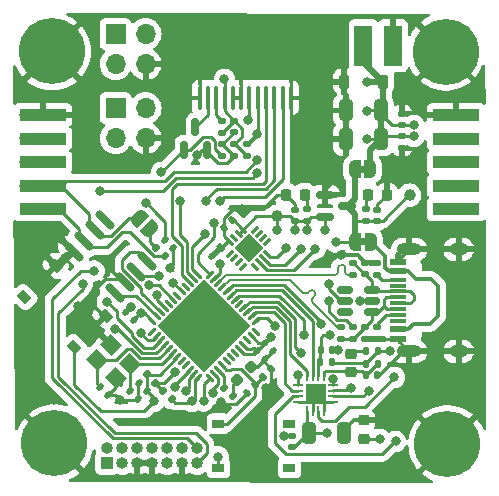
<source format=gbr>
%TF.GenerationSoftware,KiCad,Pcbnew,7.0.5-0*%
%TF.CreationDate,2023-07-12T10:20:26-04:00*%
%TF.ProjectId,stm32g431-mt6701-stspin233,73746d33-3267-4343-9331-2d6d74363730,rev?*%
%TF.SameCoordinates,Original*%
%TF.FileFunction,Copper,L1,Top*%
%TF.FilePolarity,Positive*%
%FSLAX46Y46*%
G04 Gerber Fmt 4.6, Leading zero omitted, Abs format (unit mm)*
G04 Created by KiCad (PCBNEW 7.0.5-0) date 2023-07-12 10:20:26*
%MOMM*%
%LPD*%
G01*
G04 APERTURE LIST*
G04 Aperture macros list*
%AMRoundRect*
0 Rectangle with rounded corners*
0 $1 Rounding radius*
0 $2 $3 $4 $5 $6 $7 $8 $9 X,Y pos of 4 corners*
0 Add a 4 corners polygon primitive as box body*
4,1,4,$2,$3,$4,$5,$6,$7,$8,$9,$2,$3,0*
0 Add four circle primitives for the rounded corners*
1,1,$1+$1,$2,$3*
1,1,$1+$1,$4,$5*
1,1,$1+$1,$6,$7*
1,1,$1+$1,$8,$9*
0 Add four rect primitives between the rounded corners*
20,1,$1+$1,$2,$3,$4,$5,0*
20,1,$1+$1,$4,$5,$6,$7,0*
20,1,$1+$1,$6,$7,$8,$9,0*
20,1,$1+$1,$8,$9,$2,$3,0*%
%AMRotRect*
0 Rectangle, with rotation*
0 The origin of the aperture is its center*
0 $1 length*
0 $2 width*
0 $3 Rotation angle, in degrees counterclockwise*
0 Add horizontal line*
21,1,$1,$2,0,0,$3*%
%AMFreePoly0*
4,1,19,0.500000,-0.750000,0.000000,-0.750000,0.000000,-0.744911,-0.071157,-0.744911,-0.207708,-0.704816,-0.327430,-0.627875,-0.420627,-0.520320,-0.479746,-0.390866,-0.500000,-0.250000,-0.500000,0.250000,-0.479746,0.390866,-0.420627,0.520320,-0.327430,0.627875,-0.207708,0.704816,-0.071157,0.744911,0.000000,0.744911,0.000000,0.750000,0.500000,0.750000,0.500000,-0.750000,0.500000,-0.750000,
$1*%
%AMFreePoly1*
4,1,19,0.000000,0.744911,0.071157,0.744911,0.207708,0.704816,0.327430,0.627875,0.420627,0.520320,0.479746,0.390866,0.500000,0.250000,0.500000,-0.250000,0.479746,-0.390866,0.420627,-0.520320,0.327430,-0.627875,0.207708,-0.704816,0.071157,-0.744911,0.000000,-0.744911,0.000000,-0.750000,-0.500000,-0.750000,-0.500000,0.750000,0.000000,0.750000,0.000000,0.744911,0.000000,0.744911,
$1*%
G04 Aperture macros list end*
%TA.AperFunction,SMDPad,CuDef*%
%ADD10RoundRect,0.140000X0.170000X-0.140000X0.170000X0.140000X-0.170000X0.140000X-0.170000X-0.140000X0*%
%TD*%
%TA.AperFunction,SMDPad,CuDef*%
%ADD11RoundRect,0.218750X-0.218750X-0.256250X0.218750X-0.256250X0.218750X0.256250X-0.218750X0.256250X0*%
%TD*%
%TA.AperFunction,SMDPad,CuDef*%
%ADD12RoundRect,0.150000X0.689429X-0.477297X-0.477297X0.689429X-0.689429X0.477297X0.477297X-0.689429X0*%
%TD*%
%TA.AperFunction,SMDPad,CuDef*%
%ADD13RoundRect,0.135000X-0.185000X0.135000X-0.185000X-0.135000X0.185000X-0.135000X0.185000X0.135000X0*%
%TD*%
%TA.AperFunction,SMDPad,CuDef*%
%ADD14RoundRect,0.135000X-0.135000X-0.185000X0.135000X-0.185000X0.135000X0.185000X-0.135000X0.185000X0*%
%TD*%
%TA.AperFunction,SMDPad,CuDef*%
%ADD15RoundRect,0.140000X-0.170000X0.140000X-0.170000X-0.140000X0.170000X-0.140000X0.170000X0.140000X0*%
%TD*%
%TA.AperFunction,SMDPad,CuDef*%
%ADD16RoundRect,0.135000X0.135000X0.185000X-0.135000X0.185000X-0.135000X-0.185000X0.135000X-0.185000X0*%
%TD*%
%TA.AperFunction,SMDPad,CuDef*%
%ADD17RoundRect,0.135000X0.185000X-0.135000X0.185000X0.135000X-0.185000X0.135000X-0.185000X-0.135000X0*%
%TD*%
%TA.AperFunction,SMDPad,CuDef*%
%ADD18RoundRect,0.150000X0.150000X-0.587500X0.150000X0.587500X-0.150000X0.587500X-0.150000X-0.587500X0*%
%TD*%
%TA.AperFunction,SMDPad,CuDef*%
%ADD19RoundRect,0.135000X0.226274X0.035355X0.035355X0.226274X-0.226274X-0.035355X-0.035355X-0.226274X0*%
%TD*%
%TA.AperFunction,ComponentPad*%
%ADD20C,5.600000*%
%TD*%
%TA.AperFunction,SMDPad,CuDef*%
%ADD21FreePoly0,180.000000*%
%TD*%
%TA.AperFunction,SMDPad,CuDef*%
%ADD22FreePoly1,180.000000*%
%TD*%
%TA.AperFunction,SMDPad,CuDef*%
%ADD23RoundRect,0.225000X0.250000X-0.225000X0.250000X0.225000X-0.250000X0.225000X-0.250000X-0.225000X0*%
%TD*%
%TA.AperFunction,SMDPad,CuDef*%
%ADD24R,1.500000X3.500000*%
%TD*%
%TA.AperFunction,SMDPad,CuDef*%
%ADD25RoundRect,0.135000X-0.226274X-0.035355X-0.035355X-0.226274X0.226274X0.035355X0.035355X0.226274X0*%
%TD*%
%TA.AperFunction,SMDPad,CuDef*%
%ADD26RoundRect,0.140000X-0.140000X-0.170000X0.140000X-0.170000X0.140000X0.170000X-0.140000X0.170000X0*%
%TD*%
%TA.AperFunction,SMDPad,CuDef*%
%ADD27RoundRect,0.218750X0.256250X-0.218750X0.256250X0.218750X-0.256250X0.218750X-0.256250X-0.218750X0*%
%TD*%
%TA.AperFunction,SMDPad,CuDef*%
%ADD28RoundRect,0.250000X-0.325000X-0.650000X0.325000X-0.650000X0.325000X0.650000X-0.325000X0.650000X0*%
%TD*%
%TA.AperFunction,ComponentPad*%
%ADD29R,1.000000X1.000000*%
%TD*%
%TA.AperFunction,ComponentPad*%
%ADD30O,1.000000X1.000000*%
%TD*%
%TA.AperFunction,SMDPad,CuDef*%
%ADD31RoundRect,0.218750X0.218750X0.256250X-0.218750X0.256250X-0.218750X-0.256250X0.218750X-0.256250X0*%
%TD*%
%TA.AperFunction,SMDPad,CuDef*%
%ADD32RoundRect,0.140000X-0.219203X-0.021213X-0.021213X-0.219203X0.219203X0.021213X0.021213X0.219203X0*%
%TD*%
%TA.AperFunction,SMDPad,CuDef*%
%ADD33RoundRect,0.135000X0.035355X-0.226274X0.226274X-0.035355X-0.035355X0.226274X-0.226274X0.035355X0*%
%TD*%
%TA.AperFunction,SMDPad,CuDef*%
%ADD34RoundRect,0.225000X0.225000X0.375000X-0.225000X0.375000X-0.225000X-0.375000X0.225000X-0.375000X0*%
%TD*%
%TA.AperFunction,SMDPad,CuDef*%
%ADD35RotRect,1.400000X1.200000X315.000000*%
%TD*%
%TA.AperFunction,SMDPad,CuDef*%
%ADD36RoundRect,0.150000X0.512500X0.150000X-0.512500X0.150000X-0.512500X-0.150000X0.512500X-0.150000X0*%
%TD*%
%TA.AperFunction,SMDPad,CuDef*%
%ADD37RoundRect,0.062500X-0.325000X-0.062500X0.325000X-0.062500X0.325000X0.062500X-0.325000X0.062500X0*%
%TD*%
%TA.AperFunction,SMDPad,CuDef*%
%ADD38RoundRect,0.062500X-0.062500X-0.325000X0.062500X-0.325000X0.062500X0.325000X-0.062500X0.325000X0*%
%TD*%
%TA.AperFunction,SMDPad,CuDef*%
%ADD39R,1.800000X1.800000*%
%TD*%
%TA.AperFunction,SMDPad,CuDef*%
%ADD40RoundRect,0.140000X0.219203X0.021213X0.021213X0.219203X-0.219203X-0.021213X-0.021213X-0.219203X0*%
%TD*%
%TA.AperFunction,SMDPad,CuDef*%
%ADD41RoundRect,0.250000X0.325000X0.650000X-0.325000X0.650000X-0.325000X-0.650000X0.325000X-0.650000X0*%
%TD*%
%TA.AperFunction,SMDPad,CuDef*%
%ADD42R,1.450000X0.600000*%
%TD*%
%TA.AperFunction,SMDPad,CuDef*%
%ADD43R,1.450000X0.300000*%
%TD*%
%TA.AperFunction,ComponentPad*%
%ADD44O,2.100000X1.000000*%
%TD*%
%TA.AperFunction,ComponentPad*%
%ADD45O,1.600000X1.000000*%
%TD*%
%TA.AperFunction,SMDPad,CuDef*%
%ADD46FreePoly0,315.000000*%
%TD*%
%TA.AperFunction,SMDPad,CuDef*%
%ADD47FreePoly1,315.000000*%
%TD*%
%TA.AperFunction,SMDPad,CuDef*%
%ADD48RoundRect,0.140000X-0.021213X0.219203X-0.219203X0.021213X0.021213X-0.219203X0.219203X-0.021213X0*%
%TD*%
%TA.AperFunction,SMDPad,CuDef*%
%ADD49RoundRect,0.218750X-0.026517X0.335876X-0.335876X0.026517X0.026517X-0.335876X0.335876X-0.026517X0*%
%TD*%
%TA.AperFunction,SMDPad,CuDef*%
%ADD50RoundRect,0.150000X-0.587500X-0.150000X0.587500X-0.150000X0.587500X0.150000X-0.587500X0.150000X0*%
%TD*%
%TA.AperFunction,SMDPad,CuDef*%
%ADD51R,4.000000X1.000000*%
%TD*%
%TA.AperFunction,SMDPad,CuDef*%
%ADD52RoundRect,0.062500X-0.220971X-0.309359X0.309359X0.220971X0.220971X0.309359X-0.309359X-0.220971X0*%
%TD*%
%TA.AperFunction,SMDPad,CuDef*%
%ADD53RoundRect,0.062500X0.220971X-0.309359X0.309359X-0.220971X-0.220971X0.309359X-0.309359X0.220971X0*%
%TD*%
%TA.AperFunction,SMDPad,CuDef*%
%ADD54RotRect,5.600000X5.600000X45.000000*%
%TD*%
%TA.AperFunction,SMDPad,CuDef*%
%ADD55R,1.000000X0.750000*%
%TD*%
%TA.AperFunction,SMDPad,CuDef*%
%ADD56C,1.000000*%
%TD*%
%TA.AperFunction,SMDPad,CuDef*%
%ADD57RoundRect,0.062500X-0.203293X-0.291682X0.291682X0.203293X0.203293X0.291682X-0.291682X-0.203293X0*%
%TD*%
%TA.AperFunction,SMDPad,CuDef*%
%ADD58RoundRect,0.062500X0.203293X-0.291682X0.291682X-0.203293X-0.203293X0.291682X-0.291682X0.203293X0*%
%TD*%
%TA.AperFunction,SMDPad,CuDef*%
%ADD59RotRect,1.700000X1.700000X45.000000*%
%TD*%
%TA.AperFunction,SMDPad,CuDef*%
%ADD60RotRect,1.000000X0.750000X135.000000*%
%TD*%
%TA.AperFunction,ComponentPad*%
%ADD61R,1.700000X1.700000*%
%TD*%
%TA.AperFunction,ComponentPad*%
%ADD62O,1.700000X1.700000*%
%TD*%
%TA.AperFunction,SMDPad,CuDef*%
%ADD63RoundRect,0.087500X-0.087500X0.912500X-0.087500X-0.912500X0.087500X-0.912500X0.087500X0.912500X0*%
%TD*%
%TA.AperFunction,ViaPad*%
%ADD64C,0.800000*%
%TD*%
%TA.AperFunction,Conductor*%
%ADD65C,0.250000*%
%TD*%
%TA.AperFunction,Conductor*%
%ADD66C,0.350000*%
%TD*%
%TA.AperFunction,Conductor*%
%ADD67C,0.500000*%
%TD*%
%TA.AperFunction,Conductor*%
%ADD68C,0.200000*%
%TD*%
G04 APERTURE END LIST*
%TA.AperFunction,EtchedComponent*%
%TO.C,JP601*%
G36*
X138200000Y-67050000D02*
G01*
X137700000Y-67050000D01*
X137700000Y-66450000D01*
X138200000Y-66450000D01*
X138200000Y-67050000D01*
G37*
%TD.AperFunction*%
%TA.AperFunction,EtchedComponent*%
%TO.C,JP701*%
G36*
X138150000Y-60900000D02*
G01*
X137650000Y-60900000D01*
X137650000Y-60300000D01*
X138150000Y-60300000D01*
X138150000Y-60900000D01*
G37*
%TD.AperFunction*%
%TD*%
D10*
%TO.P,C707,1*%
%TO.N,Vmot*%
X141250000Y-56880000D03*
%TO.P,C707,2*%
%TO.N,GND*%
X141250000Y-55920000D03*
%TD*%
D11*
%TO.P,D702,1,K*%
%TO.N,GND*%
X131412500Y-62750000D03*
%TO.P,D702,2,A*%
%TO.N,Net-(D702-A)*%
X132987500Y-62750000D03*
%TD*%
D12*
%TO.P,U101,1,D*%
%TO.N,/mcu/FDCAN1_TX*%
X116926975Y-71073026D03*
%TO.P,U101,2,GND*%
%TO.N,GND*%
X117825000Y-70175000D03*
%TO.P,U101,3,VCC*%
%TO.N,+3V3*%
X118723026Y-69276974D03*
%TO.P,U101,4,R*%
%TO.N,/mcu/FDCAN1_RX*%
X119621052Y-68378949D03*
%TO.P,U101,5,Vref*%
%TO.N,unconnected-(U101-Vref-Pad5)*%
X116120873Y-64878770D03*
%TO.P,U101,6,CANL*%
%TO.N,/CAN_L*%
X115222848Y-65776796D03*
%TO.P,U101,7,CANH*%
%TO.N,/CAN_H*%
X114324822Y-66674822D03*
%TO.P,U101,8,Rs*%
%TO.N,GND*%
X113426796Y-67572847D03*
%TD*%
D13*
%TO.P,R206,1*%
%TO.N,/mcu/USBD_M*%
X136075000Y-73965000D03*
%TO.P,R206,2*%
%TO.N,/mcu/USB_M*%
X136075000Y-74985000D03*
%TD*%
D14*
%TO.P,R303,1*%
%TO.N,Net-(D301-A)*%
X138155000Y-76025000D03*
%TO.P,R303,2*%
%TO.N,+3V3*%
X139175000Y-76025000D03*
%TD*%
D15*
%TO.P,C502,1*%
%TO.N,+3V3*%
X127050000Y-56520000D03*
%TO.P,C502,2*%
%TO.N,GND*%
X127050000Y-57480000D03*
%TD*%
D16*
%TO.P,R301,1*%
%TO.N,+3V3*%
X135335000Y-76925000D03*
%TO.P,R301,2*%
%TO.N,/mcu/~{MOT_SHDN}*%
X134315000Y-76925000D03*
%TD*%
D17*
%TO.P,R702,1*%
%TO.N,+3V3*%
X133200000Y-65010000D03*
%TO.P,R702,2*%
%TO.N,Net-(D702-A)*%
X133200000Y-63990000D03*
%TD*%
D18*
%TO.P,Q501,1,G*%
%TO.N,/display/TFT_BL*%
X122800000Y-58937500D03*
%TO.P,Q501,2,S*%
%TO.N,GND*%
X124700000Y-58937500D03*
%TO.P,Q501,3,D*%
%TO.N,/display/BL_K*%
X123750000Y-57062500D03*
%TD*%
D19*
%TO.P,R203,1*%
%TO.N,+3V3*%
X120356837Y-78681837D03*
%TO.P,R203,2*%
%TO.N,/mcu/RESET*%
X119635589Y-77960589D03*
%TD*%
D20*
%TO.P,H104,1,1*%
%TO.N,GND*%
X145075000Y-83875000D03*
%TD*%
D21*
%TO.P,JP601,1,A*%
%TO.N,/usb/USB_5V*%
X138600000Y-66750000D03*
D22*
%TO.P,JP601,2,B*%
%TO.N,+5V*%
X137300000Y-66750000D03*
%TD*%
D23*
%TO.P,C303,1*%
%TO.N,Vmot*%
X138000000Y-83400000D03*
%TO.P,C303,2*%
%TO.N,GND*%
X138000000Y-81850000D03*
%TD*%
D24*
%TO.P,J107,1,Pin_1*%
%TO.N,Vmot*%
X137974693Y-50137500D03*
%TO.P,J107,2,Pin_2*%
%TO.N,GND*%
X140474693Y-50137500D03*
%TD*%
D25*
%TO.P,R401,1*%
%TO.N,+3V3*%
X121014376Y-79339376D03*
%TO.P,R401,2*%
%TO.N,/encoder/~{ENC_CS}*%
X121735624Y-80060624D03*
%TD*%
D26*
%TO.P,C302,1*%
%TO.N,/motor driver/EN{slash}FAULT*%
X138160000Y-78050000D03*
%TO.P,C302,2*%
%TO.N,GND*%
X139120000Y-78050000D03*
%TD*%
D10*
%TO.P,C706,1*%
%TO.N,+3V3*%
X132175000Y-64980000D03*
%TO.P,C706,2*%
%TO.N,GND*%
X132175000Y-64020000D03*
%TD*%
D15*
%TO.P,C501,1*%
%TO.N,+3V3*%
X127050000Y-58495000D03*
%TO.P,C501,2*%
%TO.N,GND*%
X127050000Y-59455000D03*
%TD*%
D13*
%TO.P,R601,1*%
%TO.N,+3V3*%
X137100000Y-73975000D03*
%TO.P,R601,2*%
%TO.N,/mcu/USB_M*%
X137100000Y-74995000D03*
%TD*%
D27*
%TO.P,D301,1,K*%
%TO.N,/motor driver/EN{slash}FAULT*%
X136890000Y-77787500D03*
%TO.P,D301,2,A*%
%TO.N,Net-(D301-A)*%
X136890000Y-76212500D03*
%TD*%
D21*
%TO.P,JP701,1,A*%
%TO.N,Vmot*%
X138550000Y-60600000D03*
D22*
%TO.P,JP701,2,B*%
%TO.N,+5V*%
X137250000Y-60600000D03*
%TD*%
D28*
%TO.P,C701,1*%
%TO.N,Vmot*%
X133375000Y-82950000D03*
%TO.P,C701,2*%
%TO.N,GND*%
X136325000Y-82950000D03*
%TD*%
D29*
%TO.P,J201,1,NC*%
%TO.N,unconnected-(J201-NC-Pad1)*%
X116275000Y-85475000D03*
D30*
%TO.P,J201,2,NC*%
%TO.N,unconnected-(J201-NC-Pad2)*%
X116275000Y-84205000D03*
%TO.P,J201,3,VCC*%
%TO.N,+3V3*%
X117545000Y-85475000D03*
%TO.P,J201,4,JTMS/SWDIO*%
%TO.N,/mcu/SDIO*%
X117545000Y-84205000D03*
%TO.P,J201,5,GND*%
%TO.N,GND*%
X118815000Y-85475000D03*
%TO.P,J201,6,JCLK/SWCLK*%
%TO.N,/mcu/SWCLK*%
X118815000Y-84205000D03*
%TO.P,J201,7,GND*%
%TO.N,GND*%
X120085000Y-85475000D03*
%TO.P,J201,8,JTDO/SWO*%
%TO.N,unconnected-(J201-JTDO{slash}SWO-Pad8)*%
X120085000Y-84205000D03*
%TO.P,J201,9,JRCLK/NC*%
%TO.N,unconnected-(J201-JRCLK{slash}NC-Pad9)*%
X121355000Y-85475000D03*
%TO.P,J201,10,JTDI/NC*%
%TO.N,unconnected-(J201-JTDI{slash}NC-Pad10)*%
X121355000Y-84205000D03*
%TO.P,J201,11,GNDDetect*%
%TO.N,GND*%
X122625000Y-85475000D03*
%TO.P,J201,12,~{RST}*%
%TO.N,/mcu/RESET*%
X122625000Y-84205000D03*
%TO.P,J201,13,VCP_RX*%
%TO.N,/UART_TX*%
X123895000Y-85475000D03*
%TO.P,J201,14,VCP_TX*%
%TO.N,/UART_RX*%
X123895000Y-84205000D03*
%TD*%
D17*
%TO.P,R501,1*%
%TO.N,+3V3*%
X128075000Y-59510000D03*
%TO.P,R501,2*%
%TO.N,/display/~{TFT_CS}*%
X128075000Y-58490000D03*
%TD*%
D20*
%TO.P,H101,1,1*%
%TO.N,GND*%
X144950000Y-50650000D03*
%TD*%
D31*
%TO.P,D701,1,K*%
%TO.N,GND*%
X139962500Y-62750000D03*
%TO.P,D701,2,A*%
%TO.N,Net-(D701-A)*%
X138387500Y-62750000D03*
%TD*%
D32*
%TO.P,C205,1*%
%TO.N,/mcu/XOUT*%
X115696178Y-78996178D03*
%TO.P,C205,2*%
%TO.N,GND*%
X116375000Y-79675000D03*
%TD*%
D33*
%TO.P,R202,1*%
%TO.N,/mcu/DFU*%
X129439341Y-78231837D03*
%TO.P,R202,2*%
%TO.N,GND*%
X130160589Y-77510589D03*
%TD*%
D34*
%TO.P,D101,1,K*%
%TO.N,Vmot*%
X139625000Y-53175000D03*
%TO.P,D101,2,A*%
%TO.N,GND*%
X136325000Y-53175000D03*
%TD*%
D35*
%TO.P,Y201,1,1*%
%TO.N,/mcu/XOUT*%
X115433543Y-76712705D03*
%TO.P,Y201,2,2*%
%TO.N,GND*%
X116989178Y-78268340D03*
%TO.P,Y201,3,3*%
%TO.N,/mcu/XIN*%
X118191259Y-77066259D03*
%TO.P,Y201,4,4*%
%TO.N,GND*%
X116635624Y-75510624D03*
%TD*%
D36*
%TO.P,U601,1,IO1*%
%TO.N,/mcu/USB_M*%
X138700000Y-72695000D03*
%TO.P,U601,2,VN*%
%TO.N,GND*%
X138700000Y-71745000D03*
%TO.P,U601,3,IO2*%
%TO.N,/mcu/USB_P*%
X138700000Y-70795000D03*
%TO.P,U601,4,IO3*%
%TO.N,unconnected-(U601-IO3-Pad4)*%
X136425000Y-70795000D03*
%TO.P,U601,5,VP*%
%TO.N,+5V*%
X136425000Y-71745000D03*
%TO.P,U601,6,IO4*%
%TO.N,unconnected-(U601-IO4-Pad6)*%
X136425000Y-72695000D03*
%TD*%
D37*
%TO.P,U301,1,INU*%
%TO.N,/mcu/TIM1_CH1*%
X132427500Y-78837500D03*
%TO.P,U301,2,ENU*%
%TO.N,/mcu/TIM1_CH1N*%
X132427500Y-79337500D03*
%TO.P,U301,3,OUTU*%
%TO.N,/motor driver/MOT_U*%
X132427500Y-79837500D03*
%TO.P,U301,4,SENSEU*%
%TO.N,GND*%
X132427500Y-80337500D03*
D38*
%TO.P,U301,5,VS*%
%TO.N,Vmot*%
X133165000Y-81075000D03*
%TO.P,U301,6,GND*%
%TO.N,GND*%
X133665000Y-81075000D03*
%TO.P,U301,7,OUTV*%
%TO.N,/motor driver/MOT_V*%
X134165000Y-81075000D03*
%TO.P,U301,8,SENSEV*%
%TO.N,GND*%
X134665000Y-81075000D03*
D37*
%TO.P,U301,9,SENSEW*%
X135402500Y-80337500D03*
%TO.P,U301,10,OUTW*%
%TO.N,/motor driver/MOT_W*%
X135402500Y-79837500D03*
%TO.P,U301,11,INW*%
%TO.N,/mcu/TIM1_CH3*%
X135402500Y-79337500D03*
%TO.P,U301,12,ENW*%
%TO.N,/mcu/TIM1_CH3N*%
X135402500Y-78837500D03*
D38*
%TO.P,U301,13,EN/FAULT*%
%TO.N,/motor driver/EN{slash}FAULT*%
X134665000Y-78100000D03*
%TO.P,U301,14,STBY/RESET*%
%TO.N,/mcu/~{MOT_SHDN}*%
X134165000Y-78100000D03*
%TO.P,U301,15,INV*%
%TO.N,/mcu/TIM1_CH2*%
X133665000Y-78100000D03*
%TO.P,U301,16,ENV*%
%TO.N,/mcu/TIM1_CH2N*%
X133165000Y-78100000D03*
D39*
%TO.P,U301,17,GND*%
%TO.N,GND*%
X133915000Y-79587500D03*
%TD*%
D40*
%TO.P,C202,1*%
%TO.N,+3V3*%
X118514411Y-73389411D03*
%TO.P,C202,2*%
%TO.N,GND*%
X117835589Y-72710589D03*
%TD*%
D41*
%TO.P,C704,1*%
%TO.N,Vmot*%
X139450000Y-58050000D03*
%TO.P,C704,2*%
%TO.N,GND*%
X136500000Y-58050000D03*
%TD*%
D17*
%TO.P,R503,1*%
%TO.N,/display/TFT_BL*%
X126025000Y-59500000D03*
%TO.P,R503,2*%
%TO.N,GND*%
X126025000Y-58480000D03*
%TD*%
D32*
%TO.P,C204,1*%
%TO.N,+3V3*%
X129635589Y-75285589D03*
%TO.P,C204,2*%
%TO.N,GND*%
X130314411Y-75964411D03*
%TD*%
D15*
%TO.P,C705,1*%
%TO.N,Vmot*%
X141250000Y-57825000D03*
%TO.P,C705,2*%
%TO.N,GND*%
X141250000Y-58785000D03*
%TD*%
D41*
%TO.P,C703,1*%
%TO.N,Vmot*%
X139450000Y-55625000D03*
%TO.P,C703,2*%
%TO.N,GND*%
X136500000Y-55625000D03*
%TD*%
D17*
%TO.P,R204,1*%
%TO.N,/mcu/UCPD1_CC2*%
X139125000Y-69535000D03*
%TO.P,R204,2*%
%TO.N,GND*%
X139125000Y-68515000D03*
%TD*%
D32*
%TO.P,C101,1*%
%TO.N,+3V3*%
X121150000Y-66550000D03*
%TO.P,C101,2*%
%TO.N,GND*%
X121828822Y-67228822D03*
%TD*%
D42*
%TO.P,J601,A1,GND*%
%TO.N,GND*%
X140930000Y-74950000D03*
%TO.P,J601,A4,VBUS*%
%TO.N,/usb/USB_5V*%
X140930000Y-74150000D03*
D43*
%TO.P,J601,A5,CC1*%
%TO.N,/mcu/UCPD1_CC1*%
X140930000Y-72950000D03*
%TO.P,J601,A6,D+*%
%TO.N,/mcu/USB_P*%
X140930000Y-71950000D03*
%TO.P,J601,A7,D-*%
%TO.N,/mcu/USB_M*%
X140930000Y-71450000D03*
%TO.P,J601,A8,SBU1*%
%TO.N,unconnected-(J601-SBU1-PadA8)*%
X140930000Y-70450000D03*
D42*
%TO.P,J601,A9,VBUS*%
%TO.N,/usb/USB_5V*%
X140930000Y-69250000D03*
%TO.P,J601,A12,GND*%
%TO.N,GND*%
X140930000Y-68450000D03*
%TO.P,J601,B1,GND*%
X140930000Y-68450000D03*
%TO.P,J601,B4,VBUS*%
%TO.N,/usb/USB_5V*%
X140930000Y-69250000D03*
D43*
%TO.P,J601,B5,CC2*%
%TO.N,/mcu/UCPD1_CC2*%
X140930000Y-69950000D03*
%TO.P,J601,B6,D+*%
%TO.N,/mcu/USB_P*%
X140930000Y-70950000D03*
%TO.P,J601,B7,D-*%
%TO.N,/mcu/USB_M*%
X140930000Y-72450000D03*
%TO.P,J601,B8,SBU2*%
%TO.N,unconnected-(J601-SBU2-PadB8)*%
X140930000Y-73450000D03*
D42*
%TO.P,J601,B9,VBUS*%
%TO.N,/usb/USB_5V*%
X140930000Y-74150000D03*
%TO.P,J601,B12,GND*%
%TO.N,GND*%
X140930000Y-74950000D03*
D44*
%TO.P,J601,S1,SHIELD*%
X141845000Y-76020000D03*
D45*
X146025000Y-76020000D03*
D44*
X141845000Y-67380000D03*
D45*
X146025000Y-67380000D03*
%TD*%
D46*
%TO.P,J106,1,Pin_1*%
%TO.N,/CAN_L*%
X118965381Y-64715381D03*
D47*
%TO.P,J106,2,Pin_2*%
%TO.N,Net-(J106-Pin_2)*%
X119884619Y-65634619D03*
%TD*%
D48*
%TO.P,C401,1*%
%TO.N,+3V3*%
X126850000Y-64925000D03*
%TO.P,C401,2*%
%TO.N,GND*%
X126171178Y-65603822D03*
%TD*%
D20*
%TO.P,H102,1,1*%
%TO.N,GND*%
X111600000Y-50625000D03*
%TD*%
D49*
%TO.P,D201,1,K*%
%TO.N,GND*%
X128417436Y-77303742D03*
%TO.P,D201,2,A*%
%TO.N,Net-(D201-A)*%
X127303742Y-78417436D03*
%TD*%
D17*
%TO.P,R701,1*%
%TO.N,+5V*%
X138150000Y-65010000D03*
%TO.P,R701,2*%
%TO.N,Net-(D701-A)*%
X138150000Y-63990000D03*
%TD*%
D10*
%TO.P,C702,1*%
%TO.N,+5V*%
X139150000Y-64980000D03*
%TO.P,C702,2*%
%TO.N,GND*%
X139150000Y-64020000D03*
%TD*%
D40*
%TO.P,C203,1*%
%TO.N,+3V3*%
X125850000Y-68650000D03*
%TO.P,C203,2*%
%TO.N,GND*%
X125171178Y-67971178D03*
%TD*%
D20*
%TO.P,H103,1,1*%
%TO.N,GND*%
X111800000Y-83800000D03*
%TD*%
D50*
%TO.P,U701,1,GND*%
%TO.N,GND*%
X134742500Y-62770000D03*
%TO.P,U701,2,VOUT*%
%TO.N,+3V3*%
X134742500Y-64670000D03*
%TO.P,U701,3,VIN*%
%TO.N,+5V*%
X136617500Y-63720000D03*
%TD*%
D51*
%TO.P,J104,1,Pin_1*%
%TO.N,/CAN_H*%
X110825000Y-64000000D03*
%TO.P,J104,2,Pin_2*%
%TO.N,/CAN_L*%
X110825000Y-62000000D03*
%TO.P,J104,3,Pin_3*%
%TO.N,Vmot*%
X110825000Y-60000000D03*
%TO.P,J104,4,Pin_4*%
X110825000Y-58000000D03*
%TO.P,J104,5,Pin_5*%
%TO.N,GND*%
X110825000Y-56000000D03*
%TD*%
D25*
%TO.P,R201,1*%
%TO.N,Net-(U201-PA7)*%
X126185589Y-79085589D03*
%TO.P,R201,2*%
%TO.N,Net-(D201-A)*%
X126906837Y-79806837D03*
%TD*%
D10*
%TO.P,C602,1*%
%TO.N,/mcu/USB_P*%
X138125000Y-69505000D03*
%TO.P,C602,2*%
%TO.N,GND*%
X138125000Y-68545000D03*
%TD*%
D13*
%TO.P,R207,1*%
%TO.N,/mcu/USB_P*%
X137100000Y-68530000D03*
%TO.P,R207,2*%
%TO.N,/mcu/USBD_P*%
X137100000Y-69550000D03*
%TD*%
D32*
%TO.P,C201,1*%
%TO.N,+3V3*%
X128921178Y-75996178D03*
%TO.P,C201,2*%
%TO.N,GND*%
X129600000Y-76675000D03*
%TD*%
D48*
%TO.P,C207,1*%
%TO.N,/mcu/DFU*%
X128760589Y-78885589D03*
%TO.P,C207,2*%
%TO.N,GND*%
X128081767Y-79564411D03*
%TD*%
D40*
%TO.P,C208,1*%
%TO.N,/mcu/RESET*%
X119610624Y-79360624D03*
%TO.P,C208,2*%
%TO.N,GND*%
X118931802Y-78681802D03*
%TD*%
D52*
%TO.P,U201,1,VBAT*%
%TO.N,unconnected-(U201-VBAT-Pad1)*%
X120105366Y-74384225D03*
%TO.P,U201,2,PC13*%
%TO.N,/display/TFT_BL*%
X120458919Y-74737778D03*
%TO.P,U201,3,PC14*%
%TO.N,/display/TFT_DC*%
X120812473Y-75091332D03*
%TO.P,U201,4,PC15*%
%TO.N,/display/TFT_RESET*%
X121166026Y-75444885D03*
%TO.P,U201,5,PF0*%
%TO.N,/mcu/XOUT*%
X121519579Y-75798438D03*
%TO.P,U201,6,PF1*%
%TO.N,/mcu/XIN*%
X121873133Y-76151992D03*
%TO.P,U201,7,PG10*%
%TO.N,/mcu/RESET*%
X122226686Y-76505545D03*
%TO.P,U201,8,PA0*%
%TO.N,unconnected-(U201-PA0-Pad8)*%
X122580240Y-76859099D03*
%TO.P,U201,9,PA1*%
%TO.N,unconnected-(U201-PA1-Pad9)*%
X122933793Y-77212652D03*
%TO.P,U201,10,PA2*%
%TO.N,/UART_RX*%
X123287346Y-77566205D03*
%TO.P,U201,11,PA3*%
%TO.N,/UART_TX*%
X123640900Y-77919759D03*
%TO.P,U201,12,PA4*%
%TO.N,/encoder/~{ENC_CS}*%
X123994453Y-78273312D03*
D53*
%TO.P,U201,13,PA5*%
%TO.N,/encoder/ENC_SCK*%
X124966725Y-78273312D03*
%TO.P,U201,14,PA6*%
%TO.N,/encoder/ENC_CIPO*%
X125320278Y-77919759D03*
%TO.P,U201,15,PA7*%
%TO.N,Net-(U201-PA7)*%
X125673832Y-77566205D03*
%TO.P,U201,16,PC4*%
%TO.N,/mcu/DFU*%
X126027385Y-77212652D03*
%TO.P,U201,17,PB0*%
%TO.N,unconnected-(U201-PB0-Pad17)*%
X126380938Y-76859099D03*
%TO.P,U201,18,PB1*%
%TO.N,unconnected-(U201-PB1-Pad18)*%
X126734492Y-76505545D03*
%TO.P,U201,19,PB2*%
%TO.N,unconnected-(U201-PB2-Pad19)*%
X127088045Y-76151992D03*
%TO.P,U201,20,VREF+*%
%TO.N,+3V3*%
X127441599Y-75798438D03*
%TO.P,U201,21,VDDA*%
X127795152Y-75444885D03*
%TO.P,U201,22,PB10*%
%TO.N,unconnected-(U201-PB10-Pad22)*%
X128148705Y-75091332D03*
%TO.P,U201,23,VDD*%
%TO.N,+3V3*%
X128502259Y-74737778D03*
%TO.P,U201,24,PB11*%
%TO.N,/mcu/~{SPI3_CSn}*%
X128855812Y-74384225D03*
D52*
%TO.P,U201,25,PB12*%
%TO.N,/mcu/~{MOT_SHDN}*%
X128855812Y-73411953D03*
%TO.P,U201,26,PB13*%
%TO.N,/mcu/TIM1_CH1N*%
X128502259Y-73058400D03*
%TO.P,U201,27,PB14*%
%TO.N,/mcu/TIM1_CH2N*%
X128148705Y-72704846D03*
%TO.P,U201,28,PB15*%
%TO.N,/mcu/TIM1_CH3N*%
X127795152Y-72351293D03*
%TO.P,U201,29,PC6*%
%TO.N,unconnected-(U201-PC6-Pad29)*%
X127441599Y-71997740D03*
%TO.P,U201,30,PA8*%
%TO.N,/mcu/TIM1_CH1*%
X127088045Y-71644186D03*
%TO.P,U201,31,PA9*%
%TO.N,/mcu/TIM1_CH2*%
X126734492Y-71290633D03*
%TO.P,U201,32,PA10*%
%TO.N,/mcu/TIM1_CH3*%
X126380938Y-70937079D03*
%TO.P,U201,33,PA11*%
%TO.N,/mcu/USBD_M*%
X126027385Y-70583526D03*
%TO.P,U201,34,PA12*%
%TO.N,/mcu/USBD_P*%
X125673832Y-70229973D03*
%TO.P,U201,35,VDD*%
%TO.N,+3V3*%
X125320278Y-69876419D03*
%TO.P,U201,36,PA13*%
%TO.N,/mcu/SDIO*%
X124966725Y-69522866D03*
D53*
%TO.P,U201,37,PA14*%
%TO.N,/mcu/SWCLK*%
X123994453Y-69522866D03*
%TO.P,U201,38,PA15*%
%TO.N,/I2C_SCL*%
X123640900Y-69876419D03*
%TO.P,U201,39,PC10*%
%TO.N,/display/TFT_SCK*%
X123287346Y-70229973D03*
%TO.P,U201,40,PC11*%
%TO.N,/mcu/SPI3_CIPO*%
X122933793Y-70583526D03*
%TO.P,U201,41,PB3*%
%TO.N,/display/~{TFT_CS}*%
X122580240Y-70937079D03*
%TO.P,U201,42,PB4*%
%TO.N,unconnected-(U201-PB4-Pad42)*%
X122226686Y-71290633D03*
%TO.P,U201,43,PB5*%
%TO.N,/display/TFT_COPI*%
X121873133Y-71644186D03*
%TO.P,U201,44,PB6*%
%TO.N,unconnected-(U201-PB6-Pad44)*%
X121519579Y-71997740D03*
%TO.P,U201,45,PB7*%
%TO.N,/I2C_SDA*%
X121166026Y-72351293D03*
%TO.P,U201,46,PB8*%
%TO.N,/mcu/FDCAN1_RX*%
X120812473Y-72704846D03*
%TO.P,U201,47,PB9*%
%TO.N,/mcu/FDCAN1_TX*%
X120458919Y-73058400D03*
%TO.P,U201,48,VDD*%
%TO.N,+3V3*%
X120105366Y-73411953D03*
D54*
%TO.P,U201,49,VSS*%
%TO.N,GND*%
X124480589Y-73898089D03*
%TD*%
D10*
%TO.P,C304,1*%
%TO.N,Vmot*%
X131950000Y-84105000D03*
%TO.P,C304,2*%
%TO.N,GND*%
X131950000Y-83145000D03*
%TD*%
D25*
%TO.P,R101,1*%
%TO.N,Net-(J106-Pin_2)*%
X120414376Y-67264376D03*
%TO.P,R101,2*%
%TO.N,/CAN_H*%
X121135624Y-67985624D03*
%TD*%
D55*
%TO.P,SW201,1,1*%
%TO.N,/mcu/DFU*%
X125700000Y-82150000D03*
X131700000Y-82150000D03*
%TO.P,SW201,2,2*%
%TO.N,+3V3*%
X125700000Y-85900000D03*
X131700000Y-85900000D03*
%TD*%
D14*
%TO.P,R302,1*%
%TO.N,+3V3*%
X138155000Y-77050000D03*
%TO.P,R302,2*%
%TO.N,/motor driver/EN{slash}FAULT*%
X139175000Y-77050000D03*
%TD*%
D56*
%TO.P,TP701,1,1*%
%TO.N,+5V*%
X141875000Y-62800000D03*
%TD*%
%TO.P,TP702,1,1*%
%TO.N,+3V3*%
X130675000Y-64575000D03*
%TD*%
D26*
%TO.P,C301,1*%
%TO.N,/mcu/~{MOT_SHDN}*%
X134345000Y-75925000D03*
%TO.P,C301,2*%
%TO.N,GND*%
X135305000Y-75925000D03*
%TD*%
D17*
%TO.P,R205,1*%
%TO.N,GND*%
X139125000Y-74985000D03*
%TO.P,R205,2*%
%TO.N,/mcu/UCPD1_CC1*%
X139125000Y-73965000D03*
%TD*%
D57*
%TO.P,U401,1,NC*%
%TO.N,unconnected-(U401-NC-Pad1)*%
X126698026Y-67778814D03*
%TO.P,U401,2,NC*%
%TO.N,unconnected-(U401-NC-Pad2)*%
X127051580Y-68132367D03*
%TO.P,U401,3,NC*%
%TO.N,unconnected-(U401-NC-Pad3)*%
X127405133Y-68485920D03*
%TO.P,U401,4,NC*%
%TO.N,unconnected-(U401-NC-Pad4)*%
X127758686Y-68839474D03*
D58*
%TO.P,U401,5,PUSH*%
%TO.N,unconnected-(U401-PUSH-Pad5)*%
X128766314Y-68839474D03*
%TO.P,U401,6,A/SDA/DO*%
%TO.N,/encoder/ENC_CIPO*%
X129119867Y-68485920D03*
%TO.P,U401,7,B/SCL/CLK*%
%TO.N,/encoder/ENC_SCK*%
X129473420Y-68132367D03*
%TO.P,U401,8,Z/~{CSN}*%
%TO.N,/encoder/~{ENC_CS}*%
X129826974Y-67778814D03*
D57*
%TO.P,U401,9,W/-Z*%
%TO.N,unconnected-(U401-W{slash}-Z-Pad9)*%
X129826974Y-66771186D03*
%TO.P,U401,10,NC*%
%TO.N,unconnected-(U401-NC-Pad10)*%
X129473420Y-66417633D03*
%TO.P,U401,11,U/-A*%
%TO.N,unconnected-(U401-U{slash}-A-Pad11)*%
X129119867Y-66064080D03*
%TO.P,U401,12,V/-B*%
%TO.N,unconnected-(U401-V{slash}-B-Pad12)*%
X128766314Y-65710526D03*
D58*
%TO.P,U401,13,VDD*%
%TO.N,+3V3*%
X127758686Y-65710526D03*
%TO.P,U401,14,MODE*%
X127405133Y-66064080D03*
%TO.P,U401,15,OUT*%
%TO.N,unconnected-(U401-OUT-Pad15)*%
X127051580Y-66417633D03*
%TO.P,U401,16,GND*%
%TO.N,GND*%
X126698026Y-66771186D03*
D59*
%TO.P,U401,17,PAD*%
%TO.N,unconnected-(U401-PAD-Pad17)*%
X128262500Y-67275000D03*
%TD*%
D15*
%TO.P,C601,1*%
%TO.N,/mcu/USB_M*%
X138100000Y-73970000D03*
%TO.P,C601,2*%
%TO.N,GND*%
X138100000Y-74930000D03*
%TD*%
D60*
%TO.P,SW202,1,1*%
%TO.N,/mcu/RESET*%
X113495495Y-75647146D03*
X109252854Y-71404505D03*
%TO.P,SW202,2,2*%
%TO.N,GND*%
X116147146Y-72995495D03*
X111904505Y-68752854D03*
%TD*%
D61*
%TO.P,J101,1,Pin_1*%
%TO.N,/I2C_SCL*%
X116985000Y-49135000D03*
D62*
%TO.P,J101,2,Pin_2*%
%TO.N,/I2C_SDA*%
X119525000Y-49135000D03*
%TO.P,J101,3,Pin_3*%
%TO.N,Vmot*%
X116985000Y-51675000D03*
%TO.P,J101,4,Pin_4*%
%TO.N,GND*%
X119525000Y-51675000D03*
%TD*%
D61*
%TO.P,J102,1,Pin_1*%
%TO.N,/UART_TX*%
X116985000Y-55425000D03*
D62*
%TO.P,J102,2,Pin_2*%
%TO.N,/UART_RX*%
X119525000Y-55425000D03*
%TO.P,J102,3,Pin_3*%
%TO.N,Vmot*%
X116985000Y-57965000D03*
%TO.P,J102,4,Pin_4*%
%TO.N,GND*%
X119525000Y-57965000D03*
%TD*%
D17*
%TO.P,R502,1*%
%TO.N,+3V3*%
X126025000Y-57510000D03*
%TO.P,R502,2*%
%TO.N,/display/BL_A*%
X126025000Y-56490000D03*
%TD*%
D32*
%TO.P,C206,1*%
%TO.N,/mcu/XIN*%
X118231802Y-79381802D03*
%TO.P,C206,2*%
%TO.N,GND*%
X118910624Y-80060624D03*
%TD*%
D51*
%TO.P,J103,6,Pin_6*%
%TO.N,/CAN_H*%
X145816800Y-64002800D03*
%TO.P,J103,7,Pin_7*%
%TO.N,/CAN_L*%
X145816800Y-62002800D03*
%TO.P,J103,8,Pin_8*%
%TO.N,Vmot*%
X145816800Y-60002800D03*
%TO.P,J103,9,Pin_9*%
X145816800Y-58002800D03*
%TO.P,J103,10,Pin_10*%
%TO.N,GND*%
X145816800Y-56002800D03*
%TD*%
D63*
%TO.P,U501,1,GND*%
%TO.N,GND*%
X124125000Y-54537500D03*
%TO.P,U501,2,LEDK*%
%TO.N,/display/BL_K*%
X124825000Y-54537500D03*
%TO.P,U501,3,LEDA*%
%TO.N,/display/BL_A*%
X125525000Y-54537500D03*
%TO.P,U501,4,VDD*%
%TO.N,+3V3*%
X126225000Y-54537500D03*
%TO.P,U501,5,GND*%
%TO.N,GND*%
X126925000Y-54537500D03*
%TO.P,U501,6,GND*%
X127625000Y-54537500D03*
%TO.P,U501,7,DC*%
%TO.N,/display/TFT_DC*%
X128325000Y-54537500D03*
%TO.P,U501,8,nCS*%
%TO.N,/display/~{TFT_CS}*%
X129025000Y-54537500D03*
%TO.P,U501,9,SCK*%
%TO.N,/display/TFT_SCK*%
X129725000Y-54537500D03*
%TO.P,U501,10,MOSI*%
%TO.N,/display/TFT_COPI*%
X130425000Y-54537500D03*
%TO.P,U501,11,nRESET*%
%TO.N,/display/TFT_RESET*%
X131125000Y-54537500D03*
%TO.P,U501,12,GND*%
%TO.N,GND*%
X131825000Y-54537500D03*
%TD*%
D64*
%TO.N,+3V3*%
X134750000Y-65775000D03*
X133200000Y-65775000D03*
X130112569Y-74793509D03*
X119138314Y-72762394D03*
X130650000Y-65725000D03*
X132175000Y-65750000D03*
X135054575Y-71783425D03*
X125700000Y-84950000D03*
X119600000Y-63425000D03*
X126200000Y-52975000D03*
X122054039Y-77769620D03*
X125850000Y-68650000D03*
X140195511Y-76025138D03*
X120693201Y-69677750D03*
%TO.N,GND*%
X130725000Y-52450000D03*
X136050000Y-67825000D03*
X145350000Y-55975000D03*
X110200000Y-66450000D03*
X146300000Y-56000000D03*
X132325000Y-56625000D03*
X112225000Y-56000000D03*
X132325000Y-57925000D03*
X132325000Y-59125000D03*
X147300000Y-65750000D03*
X139350000Y-86100000D03*
X110250000Y-56000000D03*
X128800000Y-52475000D03*
X128700000Y-85875000D03*
X135800000Y-61275500D03*
X147625000Y-54350000D03*
X109675000Y-74125000D03*
X109675000Y-75975000D03*
X109100000Y-80925000D03*
X114650000Y-86525000D03*
X147275000Y-56000000D03*
X147650000Y-69775000D03*
X111250000Y-55975000D03*
X113812299Y-72162299D03*
X145800000Y-54450000D03*
X124450000Y-73950000D03*
X112325000Y-66475000D03*
X125939193Y-80294416D03*
X146000000Y-80050000D03*
X118288178Y-72236777D03*
X142200000Y-47925000D03*
X128700000Y-82325000D03*
X109250000Y-56000000D03*
X123846221Y-59400129D03*
X126475000Y-73900000D03*
X137687000Y-71750000D03*
X144350000Y-55975000D03*
X131225000Y-83150000D03*
X135819322Y-75914749D03*
X129702122Y-79156515D03*
X146000000Y-78100000D03*
X110550000Y-69900000D03*
X142350000Y-86600000D03*
X121600500Y-68925000D03*
X127675000Y-63925000D03*
X122500000Y-73925000D03*
X142150000Y-53425000D03*
X117400000Y-80125000D03*
X147650000Y-71625000D03*
X114275000Y-47950000D03*
X124500000Y-71975000D03*
X124475000Y-75950000D03*
X108975000Y-54150000D03*
X147675000Y-73600000D03*
X113700000Y-73625000D03*
X133925000Y-79600000D03*
X111750000Y-80100000D03*
%TO.N,/mcu/RESET*%
X120250000Y-80250000D03*
%TO.N,/mcu/~{MOT_SHDN}*%
X135114000Y-74650000D03*
X130484010Y-73865588D03*
%TO.N,Vmot*%
X138300000Y-55650000D03*
X145350000Y-60025000D03*
X138300000Y-53175000D03*
X139357513Y-83457513D03*
X147300000Y-60000000D03*
X109275000Y-60000000D03*
X147300000Y-58000000D03*
X142250000Y-56875000D03*
X146300000Y-58000000D03*
X111250000Y-58000000D03*
X112250000Y-60000000D03*
X109275000Y-57975000D03*
X145350000Y-58000000D03*
X144325000Y-60000000D03*
X111250000Y-60000000D03*
X142250000Y-57825000D03*
X134875000Y-82950000D03*
X110275000Y-58000000D03*
X146300000Y-60025000D03*
X138300000Y-58050000D03*
X112250000Y-58000000D03*
X110275000Y-60000000D03*
X144350000Y-57975000D03*
%TO.N,+5V*%
X135050535Y-70275381D03*
X135625000Y-66750000D03*
%TO.N,/I2C_SCL*%
X122451000Y-63325000D03*
%TO.N,/I2C_SDA*%
X120464674Y-71260326D03*
%TO.N,/UART_TX*%
X122961089Y-79365735D03*
X114200000Y-70275000D03*
%TO.N,/UART_RX*%
X122014225Y-79045650D03*
X115175000Y-69200000D03*
%TO.N,/CAN_H*%
X115675000Y-62400000D03*
X109300000Y-64000000D03*
X129000500Y-60916764D03*
X147300000Y-64000000D03*
%TO.N,/CAN_L*%
X129000500Y-59850000D03*
X147325000Y-62000000D03*
X109275000Y-62000000D03*
%TO.N,/display/TFT_COPI*%
X124650000Y-63300000D03*
X119842851Y-70404319D03*
%TO.N,/motor driver/MOT_U*%
X140700000Y-83650000D03*
%TO.N,/motor driver/MOT_V*%
X140600000Y-78225000D03*
%TO.N,/motor driver/MOT_W*%
X138412015Y-79388386D03*
%TO.N,/mcu/SDIO*%
X125348302Y-65155479D03*
%TO.N,/mcu/SWCLK*%
X124580381Y-66055613D03*
%TO.N,/display/TFT_BL*%
X119159225Y-74424217D03*
X120864410Y-60864410D03*
%TO.N,/encoder/~{ENC_CS}*%
X123450906Y-80253546D03*
X131375000Y-67300000D03*
%TO.N,/display/~{TFT_CS}*%
X129000500Y-57650000D03*
X121855327Y-70212166D03*
%TO.N,/display/TFT_DC*%
X116282131Y-71820445D03*
X128225000Y-56425000D03*
%TO.N,/display/TFT_RESET*%
X125837701Y-63300500D03*
X116964504Y-74144476D03*
%TO.N,/encoder/ENC_SCK*%
X124450000Y-80225000D03*
X132650000Y-67325000D03*
%TO.N,/encoder/ENC_CIPO*%
X133880698Y-67355698D03*
X125260589Y-79560589D03*
%TO.N,/mcu/TIM1_CH3N*%
X132724500Y-76188045D03*
X135389500Y-78399500D03*
%TO.N,/mcu/TIM1_CH1*%
X132427500Y-78025000D03*
X132922955Y-74675000D03*
%TO.N,/mcu/TIM1_CH3*%
X136925000Y-79100500D03*
X134389500Y-73725000D03*
%TD*%
D65*
%TO.N,+3V3*%
X127405133Y-66064079D02*
X127758686Y-65710526D01*
X128700000Y-75775000D02*
X128921178Y-75996178D01*
X126200000Y-52975000D02*
X126225000Y-53000000D01*
X127699462Y-57845538D02*
X127050000Y-58495000D01*
X128530184Y-75788191D02*
X128543375Y-75775000D01*
X128921178Y-75996178D02*
X128925000Y-75996178D01*
X127758686Y-65710526D02*
X128894212Y-64575000D01*
X121150000Y-65025305D02*
X121150000Y-66550000D01*
X125850000Y-69346697D02*
X125850000Y-68650000D01*
X120350000Y-64225305D02*
X121150000Y-65025305D01*
X120693201Y-69677750D02*
X120691632Y-69679319D01*
X119455570Y-72762157D02*
X120105366Y-73411953D01*
X118514411Y-73314411D02*
X118514411Y-73389411D01*
X133200000Y-65010000D02*
X133200000Y-65775000D01*
X119066902Y-72762394D02*
X119066665Y-72762157D01*
X139175138Y-76025138D02*
X139175000Y-76025000D01*
X127057609Y-56520000D02*
X127699462Y-57161853D01*
X127758686Y-65710526D02*
X127758686Y-65708686D01*
X126975000Y-64925000D02*
X126850000Y-64925000D01*
X133540000Y-64670000D02*
X133200000Y-65010000D01*
X119600000Y-63425000D02*
X120350000Y-64175000D01*
X133170000Y-64980000D02*
X133200000Y-65010000D01*
X127843161Y-76200000D02*
X128717356Y-76200000D01*
X135025000Y-72629251D02*
X135765749Y-73370000D01*
X119066665Y-72762157D02*
X118514411Y-73314411D01*
X132175000Y-64980000D02*
X133170000Y-64980000D01*
X134742500Y-64670000D02*
X134742500Y-65767500D01*
X128925000Y-75996178D02*
X129635589Y-75285589D01*
X119066665Y-72762157D02*
X119455570Y-72762157D01*
X130675000Y-65700000D02*
X130650000Y-65725000D01*
X127015000Y-56520000D02*
X127050000Y-56520000D01*
X127060000Y-56520000D02*
X127050000Y-56520000D01*
X130675000Y-64575000D02*
X130675000Y-65700000D01*
X127795152Y-75444885D02*
X128138458Y-75788191D01*
X122054039Y-77769620D02*
X122030380Y-77769620D01*
X126025000Y-57510000D02*
X127015000Y-56520000D01*
X128138458Y-75788191D02*
X128530184Y-75788191D01*
X127050000Y-58495000D02*
X127060000Y-58495000D01*
X135054575Y-71783425D02*
X135025000Y-71813000D01*
X140195511Y-76025138D02*
X139175138Y-76025138D01*
X127050000Y-56520000D02*
X127057609Y-56520000D01*
X128894212Y-64575000D02*
X130675000Y-64575000D01*
X128543375Y-75775000D02*
X128700000Y-75775000D01*
X138155000Y-77050000D02*
X138155000Y-77045000D01*
X138105000Y-77000000D02*
X138155000Y-77050000D01*
X131770000Y-64575000D02*
X132175000Y-64980000D01*
X130112569Y-74793509D02*
X130071178Y-74834900D01*
X136495000Y-73370000D02*
X137100000Y-73975000D01*
X129050070Y-75285589D02*
X129635589Y-75285589D01*
X127441599Y-75798438D02*
X127843161Y-76200000D01*
X134742500Y-64670000D02*
X133540000Y-64670000D01*
X128502259Y-74737778D02*
X129050070Y-75285589D01*
X125320278Y-69876419D02*
X125850000Y-69346697D01*
X128717356Y-76200000D02*
X128921178Y-75996178D01*
X130675000Y-64575000D02*
X131770000Y-64575000D01*
X119138314Y-72762394D02*
X119066902Y-72762394D01*
X134742500Y-65767500D02*
X134750000Y-65775000D01*
X130071178Y-74850000D02*
X129635589Y-75285589D01*
X120350000Y-64175000D02*
X120350000Y-64225305D01*
X121118163Y-78681837D02*
X120356837Y-78681837D01*
X132175000Y-64980000D02*
X132175000Y-65750000D01*
X126225000Y-54537500D02*
X126225000Y-55695000D01*
X122030380Y-77769620D02*
X121118163Y-78681837D01*
X126225000Y-55695000D02*
X127050000Y-56520000D01*
X135410000Y-77000000D02*
X138105000Y-77000000D01*
X120691632Y-69679319D02*
X119125371Y-69679319D01*
X130071178Y-74834900D02*
X130071178Y-74850000D01*
X127699462Y-57161853D02*
X127699462Y-57845538D01*
X135765749Y-73370000D02*
X136495000Y-73370000D01*
X120356837Y-78681837D02*
X121014376Y-79339376D01*
X127758686Y-65708686D02*
X126975000Y-64925000D01*
X127060000Y-58495000D02*
X128075000Y-59510000D01*
X126225000Y-53000000D02*
X126225000Y-54537500D01*
X135025000Y-71813000D02*
X135025000Y-72629251D01*
X127405133Y-66064080D02*
X127405133Y-66064079D01*
X125700000Y-84950000D02*
X125700000Y-85900000D01*
X119125371Y-69679319D02*
X118723026Y-69276974D01*
X135335000Y-76925000D02*
X135410000Y-77000000D01*
X138155000Y-77045000D02*
X139175000Y-76025000D01*
%TO.N,GND*%
X130650000Y-62750000D02*
X129475000Y-63925000D01*
X118926421Y-78687183D02*
X118926421Y-80044827D01*
X116375000Y-79675000D02*
X116950000Y-79675000D01*
X126403814Y-66771186D02*
X126698026Y-66771186D01*
X133165000Y-80337500D02*
X133915000Y-79587500D01*
X116950000Y-79675000D02*
X117400000Y-80125000D01*
X134665000Y-80337500D02*
X133927500Y-79600000D01*
X118288178Y-72236777D02*
X117835589Y-72689366D01*
X130310589Y-75964411D02*
X129600000Y-76675000D01*
D66*
X137175000Y-81850000D02*
X138000000Y-81850000D01*
D65*
X118910624Y-80060624D02*
X118846248Y-80125000D01*
X126025000Y-58480000D02*
X126050000Y-58480000D01*
X124700000Y-58937500D02*
X124308850Y-58937500D01*
X126025000Y-58480000D02*
X127000000Y-59455000D01*
X124125000Y-54537500D02*
X124125000Y-52725000D01*
X117558597Y-69908597D02*
X117825000Y-70175000D01*
X140930000Y-68450000D02*
X140930000Y-68295000D01*
X124308850Y-58937500D02*
X123846221Y-59400129D01*
X126951974Y-63925000D02*
X127675000Y-63925000D01*
X131230000Y-83145000D02*
X131225000Y-83150000D01*
X126137888Y-80493111D02*
X127153067Y-80493111D01*
X141295000Y-76020000D02*
X141845000Y-76020000D01*
X125171178Y-67971178D02*
X125203822Y-67971178D01*
X113812299Y-72162299D02*
X116066001Y-69908597D01*
X130160589Y-78698048D02*
X130160589Y-77510589D01*
X124700000Y-59145538D02*
X125649462Y-60095000D01*
X139125000Y-74985000D02*
X140895000Y-74985000D01*
X132175000Y-64020000D02*
X132175000Y-63512500D01*
X132427500Y-80337500D02*
X133165000Y-80337500D01*
X126171178Y-65603822D02*
X126165797Y-65598441D01*
X116989178Y-79060822D02*
X116989178Y-78268340D01*
D66*
X136325000Y-82950000D02*
X136325000Y-82700000D01*
D65*
X116066001Y-69908597D02*
X117558597Y-69908597D01*
D66*
X136110000Y-67885000D02*
X136050000Y-67825000D01*
X138125000Y-68545000D02*
X138125000Y-68513751D01*
D65*
X121600500Y-68925000D02*
X121828822Y-68696678D01*
X132325000Y-56625000D02*
X131825000Y-56125000D01*
X124700000Y-58937500D02*
X124700000Y-59145538D01*
X128417436Y-77303742D02*
X128971258Y-77303742D01*
X135402500Y-80337500D02*
X134665000Y-80337500D01*
X133925000Y-79600000D02*
X133925000Y-79597500D01*
X140930000Y-74950000D02*
X140930000Y-75105000D01*
X126410000Y-60095000D02*
X127050000Y-59455000D01*
X129600000Y-76675000D02*
X129600000Y-76950000D01*
X131412500Y-62750000D02*
X130650000Y-62750000D01*
X135809071Y-75925000D02*
X135819322Y-75914749D01*
X126698026Y-66771186D02*
X126171178Y-66244338D01*
X137692000Y-71745000D02*
X137687000Y-71750000D01*
X127153067Y-80493111D02*
X128081767Y-79564411D01*
D66*
X138125000Y-68513751D02*
X137496249Y-67885000D01*
D65*
X138700000Y-71745000D02*
X137692000Y-71745000D01*
X140895000Y-74985000D02*
X140930000Y-74950000D01*
X129702122Y-79156515D02*
X130160589Y-78698048D01*
X139150000Y-63562500D02*
X139962500Y-62750000D01*
X118846248Y-80125000D02*
X117400000Y-80125000D01*
X129475000Y-63925000D02*
X127675000Y-63925000D01*
X127625000Y-54537500D02*
X127625000Y-52850000D01*
X139265000Y-78050000D02*
X141295000Y-76020000D01*
X138100000Y-74930000D02*
X139070000Y-74930000D01*
X131950000Y-83145000D02*
X131230000Y-83145000D01*
X131825000Y-56125000D02*
X131825000Y-54537500D01*
X129600000Y-76950000D02*
X130160589Y-77510589D01*
D66*
X136325000Y-82700000D02*
X137175000Y-81850000D01*
D65*
X140930000Y-68295000D02*
X141845000Y-67380000D01*
X132175000Y-63512500D02*
X131412500Y-62750000D01*
X112325000Y-66475000D02*
X112328949Y-66475000D01*
X127625000Y-52850000D02*
X127650000Y-52825000D01*
X125939193Y-80294416D02*
X126137888Y-80493111D01*
D66*
X134742500Y-62770000D02*
X134742500Y-62333000D01*
D65*
X139070000Y-74930000D02*
X139125000Y-74985000D01*
X127000000Y-59455000D02*
X127050000Y-59455000D01*
X134665000Y-81075000D02*
X134665000Y-80337500D01*
X112328949Y-66475000D02*
X113426796Y-67572847D01*
X126050000Y-58480000D02*
X127050000Y-57480000D01*
X133665000Y-81075000D02*
X133665000Y-79837500D01*
X125203822Y-67971178D02*
X126403814Y-66771186D01*
X125649462Y-60095000D02*
X126410000Y-60095000D01*
X117835589Y-72689366D02*
X117835589Y-72710589D01*
X139120000Y-78050000D02*
X139265000Y-78050000D01*
X126925000Y-54537500D02*
X127625000Y-54537500D01*
X133925000Y-79597500D02*
X133915000Y-79587500D01*
X130314411Y-75964411D02*
X130310589Y-75964411D01*
X126165797Y-64711177D02*
X126951974Y-63925000D01*
X121828822Y-68696678D02*
X121828822Y-67228822D01*
X126165797Y-65598441D02*
X126165797Y-64711177D01*
X116375000Y-79675000D02*
X116989178Y-79060822D01*
X140930000Y-75105000D02*
X141845000Y-76020000D01*
X139150000Y-64020000D02*
X139150000Y-63562500D01*
D66*
X137496249Y-67885000D02*
X136110000Y-67885000D01*
D65*
X131825000Y-54537500D02*
X131825000Y-52775000D01*
X126171178Y-66244338D02*
X126171178Y-65603822D01*
X133927500Y-79600000D02*
X133925000Y-79600000D01*
D66*
X134742500Y-62333000D02*
X135800000Y-61275500D01*
D65*
X128971258Y-77303742D02*
X129600000Y-76675000D01*
X135305000Y-75925000D02*
X135809071Y-75925000D01*
X118926421Y-80044827D02*
X118910624Y-80060624D01*
X133665000Y-79837500D02*
X133915000Y-79587500D01*
X118931802Y-78681802D02*
X118926421Y-78687183D01*
%TO.N,/mcu/XOUT*%
X115495838Y-76775000D02*
X117032948Y-76775000D01*
X117032948Y-76775000D02*
X117985928Y-75822020D01*
X120701758Y-76616259D02*
X121519579Y-75798438D01*
X117985928Y-75822020D02*
X118255168Y-75822020D01*
X115433543Y-78733543D02*
X115696178Y-78996178D01*
X118255168Y-75822020D02*
X119049407Y-76616259D01*
X115433543Y-76712705D02*
X115495838Y-76775000D01*
X115433543Y-76712705D02*
X115433543Y-78733543D01*
X119049407Y-76616259D02*
X120701758Y-76616259D01*
%TO.N,/mcu/XIN*%
X120958866Y-77066259D02*
X121873133Y-76151992D01*
X118231802Y-79381802D02*
X118233417Y-79380187D01*
X118233417Y-79380187D02*
X118233417Y-77108417D01*
X118233417Y-77108417D02*
X118191259Y-77066259D01*
X118191259Y-77066259D02*
X120958866Y-77066259D01*
%TO.N,/mcu/DFU*%
X128765970Y-78890970D02*
X128765970Y-79834030D01*
X126370691Y-77555958D02*
X126765220Y-77555958D01*
X126450000Y-82150000D02*
X125700000Y-82150000D01*
X128760589Y-78725232D02*
X128760589Y-78885589D01*
X126765220Y-77555958D02*
X126785589Y-77535589D01*
X127570946Y-77535589D02*
X128760589Y-78725232D01*
X126785589Y-77535589D02*
X127570946Y-77535589D01*
X128765970Y-79834030D02*
X126450000Y-82150000D01*
X128760589Y-78885589D02*
X128785589Y-78885589D01*
X126027385Y-77212652D02*
X126370691Y-77555958D01*
X128785589Y-78885589D02*
X129439341Y-78231837D01*
X128760589Y-78885589D02*
X128765970Y-78890970D01*
%TO.N,/mcu/RESET*%
X120736668Y-77995563D02*
X119670563Y-77995563D01*
X120250000Y-80250000D02*
X119425000Y-81075000D01*
X119670563Y-77995563D02*
X119635589Y-77960589D01*
X122226686Y-76505545D02*
X120736668Y-77995563D01*
X119425000Y-81075000D02*
X115711396Y-81075000D01*
X120250000Y-80000000D02*
X119610624Y-79360624D01*
X119635589Y-77960589D02*
X119635589Y-79335659D01*
X115711396Y-81075000D02*
X113495495Y-78859099D01*
X119635589Y-79335659D02*
X119610624Y-79360624D01*
X120250000Y-80250000D02*
X120250000Y-80000000D01*
X113495495Y-78859099D02*
X113495495Y-75647146D01*
%TO.N,/mcu/~{MOT_SHDN}*%
X134165000Y-77075000D02*
X134315000Y-76925000D01*
X134165000Y-78100000D02*
X134165000Y-77075000D01*
X134345000Y-75925000D02*
X134345000Y-74855000D01*
X134345000Y-74855000D02*
X134550000Y-74650000D01*
X129783516Y-73165094D02*
X129102671Y-73165094D01*
X130484010Y-73865588D02*
X129783516Y-73165094D01*
X129102671Y-73165094D02*
X128855812Y-73411953D01*
X134550000Y-74650000D02*
X135114000Y-74650000D01*
X134315000Y-76925000D02*
X134315000Y-75955000D01*
X134315000Y-75955000D02*
X134345000Y-75925000D01*
%TO.N,/motor driver/EN{slash}FAULT*%
X136777500Y-77675000D02*
X136890000Y-77787500D01*
X136977500Y-77700000D02*
X137810000Y-77700000D01*
X134775000Y-77675000D02*
X136777500Y-77675000D01*
X138160000Y-78050000D02*
X138160000Y-78042391D01*
X134665000Y-77785000D02*
X134775000Y-77675000D01*
X134665000Y-78100000D02*
X134665000Y-77785000D01*
X138160000Y-78042391D02*
X139152391Y-77050000D01*
X139152391Y-77050000D02*
X139175000Y-77050000D01*
X137810000Y-77700000D02*
X138160000Y-78050000D01*
X136890000Y-77787500D02*
X136977500Y-77700000D01*
D67*
%TO.N,Vmot*%
X138550000Y-60600000D02*
X138550000Y-58950000D01*
D65*
X139450000Y-55950000D02*
X139450000Y-55625000D01*
X139450000Y-58050000D02*
X138300000Y-58050000D01*
D67*
X139625000Y-53175000D02*
X139625000Y-55450000D01*
X137975000Y-50900000D02*
X137974693Y-50900307D01*
D65*
X140380000Y-56880000D02*
X139450000Y-55950000D01*
D67*
X137974693Y-50899693D02*
X137975000Y-50900000D01*
D66*
X132220000Y-84105000D02*
X133375000Y-82950000D01*
D65*
X133375000Y-82950000D02*
X134875000Y-82950000D01*
X139675000Y-57825000D02*
X139450000Y-58050000D01*
X142245000Y-56880000D02*
X142250000Y-56875000D01*
X133165000Y-82740000D02*
X133375000Y-82950000D01*
X133165000Y-81075000D02*
X133165000Y-82740000D01*
D67*
X139625000Y-53175000D02*
X138300000Y-53175000D01*
D65*
X141250000Y-56880000D02*
X140380000Y-56880000D01*
D66*
X131950000Y-84105000D02*
X132220000Y-84105000D01*
D67*
X139450000Y-55625000D02*
X139450000Y-58050000D01*
X137974693Y-51524693D02*
X139625000Y-53175000D01*
X137974693Y-50900307D02*
X137974693Y-51524693D01*
X138550000Y-58950000D02*
X139450000Y-58050000D01*
D65*
X141250000Y-57825000D02*
X142250000Y-57825000D01*
X141250000Y-57825000D02*
X139675000Y-57825000D01*
D67*
X139625000Y-55450000D02*
X139450000Y-55625000D01*
D65*
X139450000Y-55625000D02*
X138325000Y-55625000D01*
X141250000Y-56880000D02*
X142245000Y-56880000D01*
X139300000Y-83400000D02*
X139357513Y-83457513D01*
X138325000Y-55625000D02*
X138300000Y-55650000D01*
D67*
X137974693Y-50137500D02*
X137974693Y-50899693D01*
D65*
X138000000Y-83400000D02*
X139300000Y-83400000D01*
%TO.N,/mcu/USB_P*%
X138700000Y-70080000D02*
X138125000Y-69505000D01*
X140930000Y-70950000D02*
X141955000Y-70950000D01*
X141955000Y-70950000D02*
X142225000Y-71220000D01*
X141950000Y-71950000D02*
X140930000Y-71950000D01*
X138855000Y-70950000D02*
X138700000Y-70795000D01*
X142225000Y-71220000D02*
X142225000Y-71675000D01*
X138700000Y-70795000D02*
X138700000Y-70080000D01*
X140930000Y-70950000D02*
X138855000Y-70950000D01*
X138125000Y-69505000D02*
X138075000Y-69505000D01*
X138075000Y-69505000D02*
X137100000Y-68530000D01*
X142225000Y-71675000D02*
X141950000Y-71950000D01*
%TO.N,/mcu/USB_M*%
X138100000Y-73970000D02*
X138092391Y-73970000D01*
X138700000Y-73370000D02*
X138100000Y-73970000D01*
X136085000Y-74995000D02*
X136075000Y-74985000D01*
X137100000Y-74995000D02*
X136085000Y-74995000D01*
X139955000Y-72450000D02*
X140930000Y-72450000D01*
X139687500Y-71667500D02*
X139687500Y-72182500D01*
X139905000Y-71450000D02*
X139687500Y-71667500D01*
X138700000Y-72695000D02*
X138700000Y-73370000D01*
X137100000Y-74962391D02*
X137100000Y-74995000D01*
X140930000Y-71450000D02*
X139905000Y-71450000D01*
X138700000Y-72695000D02*
X139175000Y-72695000D01*
X139175000Y-72695000D02*
X139687500Y-72182500D01*
X138092391Y-73970000D02*
X137100000Y-74962391D01*
X139687500Y-72182500D02*
X139955000Y-72450000D01*
%TO.N,+5V*%
X139595000Y-64980000D02*
X141775000Y-62800000D01*
X141775000Y-62800000D02*
X141875000Y-62800000D01*
X139150000Y-64980000D02*
X139595000Y-64980000D01*
D67*
X137300000Y-64950000D02*
X137300000Y-64402500D01*
D65*
X139150000Y-64980000D02*
X138180000Y-64980000D01*
D67*
X137300000Y-66750000D02*
X137300000Y-64950000D01*
D65*
X137360000Y-65010000D02*
X137300000Y-64950000D01*
X138150000Y-65010000D02*
X137360000Y-65010000D01*
X138180000Y-64980000D02*
X138150000Y-65010000D01*
X135050535Y-70754786D02*
X136040749Y-71745000D01*
D67*
X137250000Y-60600000D02*
X137250000Y-63087500D01*
D65*
X135050535Y-70275381D02*
X135050535Y-70754786D01*
D67*
X137300000Y-64402500D02*
X136617500Y-63720000D01*
X137250000Y-63087500D02*
X136617500Y-63720000D01*
D65*
X135625000Y-66750000D02*
X137300000Y-66750000D01*
X136040749Y-71745000D02*
X136425000Y-71745000D01*
%TO.N,Net-(D201-A)*%
X126906837Y-78814341D02*
X127303742Y-78417436D01*
X126906837Y-79806837D02*
X126906837Y-78814341D01*
%TO.N,Net-(D301-A)*%
X138155000Y-76025000D02*
X137077500Y-76025000D01*
X137077500Y-76025000D02*
X136890000Y-76212500D01*
%TO.N,Net-(D701-A)*%
X138150000Y-62987500D02*
X138387500Y-62750000D01*
X138150000Y-63990000D02*
X138150000Y-62987500D01*
%TO.N,Net-(D702-A)*%
X133200000Y-63990000D02*
X133200000Y-62962500D01*
X133200000Y-62962500D02*
X132987500Y-62750000D01*
%TO.N,/I2C_SCL*%
X122451000Y-63325000D02*
X122451000Y-66151000D01*
X123025000Y-69260519D02*
X123640900Y-69876419D01*
X122451000Y-66151000D02*
X123025000Y-66725000D01*
X123025000Y-66725000D02*
X123025000Y-69260519D01*
%TO.N,/I2C_SDA*%
X121166026Y-72351293D02*
X120464674Y-71649941D01*
X120464674Y-71649941D02*
X120464674Y-71260326D01*
%TO.N,/UART_TX*%
X124720000Y-83863273D02*
X124720000Y-84650000D01*
X114200000Y-70275000D02*
X114200000Y-70750000D01*
X123194744Y-78365915D02*
X123640900Y-77919759D01*
X122961089Y-79365735D02*
X123194744Y-79132080D01*
X112150000Y-72800000D02*
X112150000Y-78150000D01*
X114200000Y-70750000D02*
X112150000Y-72800000D01*
X123786727Y-82930000D02*
X124720000Y-83863273D01*
X116930000Y-82930000D02*
X123786727Y-82930000D01*
X123194744Y-79132080D02*
X123194744Y-78365915D01*
X112150000Y-78150000D02*
X116930000Y-82930000D01*
X124720000Y-84650000D02*
X123895000Y-85475000D01*
%TO.N,/UART_RX*%
X115175000Y-69200000D02*
X114026324Y-69200000D01*
X122014225Y-79045650D02*
X122014225Y-78839326D01*
X123070000Y-83380000D02*
X123895000Y-84205000D01*
X114026324Y-69200000D02*
X111600000Y-71626324D01*
X116743604Y-83380000D02*
X123070000Y-83380000D01*
X111600000Y-71626324D02*
X111600000Y-78236396D01*
X122014225Y-78839326D02*
X123287346Y-77566205D01*
X111600000Y-78236396D02*
X116743604Y-83380000D01*
%TO.N,/CAN_H*%
X120989815Y-62400000D02*
X115675000Y-62400000D01*
X117525000Y-65950000D02*
X118187833Y-65950000D01*
X116250000Y-67225000D02*
X117525000Y-65950000D01*
X112300000Y-64050000D02*
X113900000Y-65650000D01*
X113900000Y-66225000D02*
X114324822Y-66649822D01*
X113900000Y-65650000D02*
X113900000Y-66225000D01*
X122089815Y-61300000D02*
X120989815Y-62400000D01*
X110816800Y-64050000D02*
X112300000Y-64050000D01*
X114324822Y-66649822D02*
X114324822Y-66674822D01*
X128617264Y-61300000D02*
X122089815Y-61300000D01*
X114875000Y-67225000D02*
X116250000Y-67225000D01*
X120223457Y-67985624D02*
X121135624Y-67985624D01*
X114324822Y-66674822D02*
X114875000Y-67225000D01*
X118187833Y-65950000D02*
X120223457Y-67985624D01*
X129000500Y-60916764D02*
X128617264Y-61300000D01*
%TO.N,/CAN_L*%
X112400000Y-62000000D02*
X110825000Y-62000000D01*
X114775000Y-64416781D02*
X112408219Y-62050000D01*
X118122740Y-64715381D02*
X118965381Y-64715381D01*
X121903419Y-60850000D02*
X121153419Y-61600000D01*
X115222848Y-65776796D02*
X114775000Y-65328948D01*
X121153419Y-61600000D02*
X112800000Y-61600000D01*
X114775000Y-65328948D02*
X114775000Y-64416781D01*
X115222848Y-65776796D02*
X115721052Y-66275000D01*
X116563121Y-66275000D02*
X118122740Y-64715381D01*
X129000500Y-59850000D02*
X128000500Y-60850000D01*
X128000500Y-60850000D02*
X121903419Y-60850000D01*
X115721052Y-66275000D02*
X116563121Y-66275000D01*
X112408219Y-62050000D02*
X110816800Y-62050000D01*
X112800000Y-61600000D02*
X112400000Y-62000000D01*
%TO.N,/display/TFT_COPI*%
X124650000Y-63156554D02*
X125549195Y-62257359D01*
X124650000Y-63300000D02*
X124650000Y-63156554D01*
X125549195Y-62257359D02*
X129681245Y-62257359D01*
X120633266Y-70404319D02*
X121873133Y-71644186D01*
X130425000Y-61513604D02*
X130425000Y-54537500D01*
X119842851Y-70404319D02*
X120633266Y-70404319D01*
X129681245Y-62257359D02*
X130425000Y-61513604D01*
%TO.N,/display/TFT_SCK*%
X123287346Y-70229973D02*
X122575000Y-69517627D01*
X122218852Y-61807359D02*
X129494849Y-61807359D01*
X121725000Y-66226974D02*
X121725000Y-62301211D01*
X121725000Y-62301211D02*
X122218852Y-61807359D01*
X122575000Y-69517627D02*
X122575000Y-67076974D01*
X122575000Y-67076974D02*
X121725000Y-66226974D01*
X129725000Y-61577208D02*
X129725000Y-54537500D01*
X129494849Y-61807359D02*
X129725000Y-61577208D01*
%TO.N,Net-(J106-Pin_2)*%
X119884619Y-65634619D02*
X119884619Y-66734619D01*
X119884619Y-66734619D02*
X120414376Y-67264376D01*
%TO.N,/motor driver/MOT_U*%
X140650000Y-83650000D02*
X139575000Y-84725000D01*
X131991992Y-79837500D02*
X132427500Y-79837500D01*
X139575000Y-84725000D02*
X131425000Y-84725000D01*
X140700000Y-83650000D02*
X140650000Y-83650000D01*
X130500000Y-83800000D02*
X130500000Y-81329492D01*
X130500000Y-81329492D02*
X131991992Y-79837500D01*
X131425000Y-84725000D02*
X130500000Y-83800000D01*
%TO.N,/motor driver/MOT_V*%
X140600000Y-78225000D02*
X138125000Y-80700000D01*
X134429492Y-81875000D02*
X134165000Y-81610508D01*
X138125000Y-80700000D02*
X136775000Y-80700000D01*
X136775000Y-80700000D02*
X135600000Y-81875000D01*
X134165000Y-81610508D02*
X134165000Y-81075000D01*
X135600000Y-81875000D02*
X134429492Y-81875000D01*
%TO.N,/motor driver/MOT_W*%
X135415000Y-79825000D02*
X135402500Y-79837500D01*
X138412015Y-79388386D02*
X137975401Y-79825000D01*
X137975401Y-79825000D02*
X135415000Y-79825000D01*
%TO.N,/mcu/SDIO*%
X123925000Y-68481141D02*
X124966725Y-69522866D01*
X125348302Y-65155479D02*
X125348302Y-66351698D01*
X123925000Y-67775000D02*
X123925000Y-68481141D01*
X125348302Y-66351698D02*
X123925000Y-67775000D01*
%TO.N,/mcu/SWCLK*%
X124580381Y-66055613D02*
X123475000Y-67160994D01*
X123475000Y-69003413D02*
X123994453Y-69522866D01*
X123475000Y-67160994D02*
X123475000Y-69003413D01*
D66*
%TO.N,/usb/USB_5V*%
X144300000Y-70503984D02*
X143696016Y-69900000D01*
X140930000Y-74150000D02*
X141754340Y-74150000D01*
X140125000Y-69250000D02*
X140930000Y-69250000D01*
X143625000Y-73675000D02*
X144300000Y-73000000D01*
X139830000Y-68955000D02*
X140125000Y-69250000D01*
X139830000Y-67980000D02*
X139830000Y-68955000D01*
X141754340Y-74150000D02*
X142229340Y-73675000D01*
X138600000Y-66750000D02*
X139830000Y-67980000D01*
X142404340Y-69900000D02*
X141754340Y-69250000D01*
X144300000Y-73000000D02*
X144300000Y-70503984D01*
X143696016Y-69900000D02*
X142404340Y-69900000D01*
X141754340Y-69250000D02*
X140930000Y-69250000D01*
X142229340Y-73675000D02*
X143625000Y-73675000D01*
D65*
%TO.N,/mcu/UCPD1_CC1*%
X139125000Y-73730000D02*
X139125000Y-73965000D01*
X139905000Y-72950000D02*
X139125000Y-73730000D01*
X140930000Y-72950000D02*
X139905000Y-72950000D01*
%TO.N,/mcu/UCPD1_CC2*%
X140930000Y-69950000D02*
X139540000Y-69950000D01*
X139540000Y-69950000D02*
X139125000Y-69535000D01*
%TO.N,/display/TFT_BL*%
X120864410Y-60864410D02*
X120873090Y-60864410D01*
X119159225Y-74424217D02*
X119159225Y-74516422D01*
X125075000Y-57875000D02*
X125380000Y-58180000D01*
X119723887Y-75081084D02*
X120115613Y-75081084D01*
X125380000Y-58855000D02*
X126025000Y-59500000D01*
X125380000Y-58180000D02*
X125380000Y-58855000D01*
X123284251Y-58937500D02*
X124346751Y-57875000D01*
X122800000Y-58937500D02*
X123284251Y-58937500D01*
X119159225Y-74516422D02*
X119723887Y-75081084D01*
X124346751Y-57875000D02*
X125075000Y-57875000D01*
X120873090Y-60864410D02*
X122800000Y-58937500D01*
X120115613Y-75081084D02*
X120458919Y-74737778D01*
%TO.N,/display/BL_K*%
X124825000Y-55987500D02*
X124825000Y-54537500D01*
X123750000Y-57062500D02*
X124825000Y-55987500D01*
%TO.N,Net-(U201-PA7)*%
X126185589Y-78077962D02*
X126185589Y-79085589D01*
X125673832Y-77566205D02*
X126185589Y-78077962D01*
%TO.N,/encoder/~{ENC_CS}*%
X123450906Y-80253546D02*
X123354452Y-80350000D01*
X122025000Y-80350000D02*
X121735624Y-80060624D01*
X123685589Y-80018863D02*
X123685589Y-78582176D01*
X130650000Y-68025000D02*
X130073160Y-68025000D01*
X131375000Y-67300000D02*
X130650000Y-68025000D01*
X130073160Y-68025000D02*
X129826974Y-67778814D01*
X123354452Y-80350000D02*
X122025000Y-80350000D01*
X123450906Y-80253546D02*
X123685589Y-80018863D01*
X123685589Y-78582176D02*
X123994453Y-78273312D01*
%TO.N,/display/~{TFT_CS}*%
X129000500Y-57650000D02*
X128150500Y-58500000D01*
X128075000Y-58490000D02*
X128160500Y-58490000D01*
X128160500Y-58490000D02*
X129025000Y-57625500D01*
X121855327Y-70212166D02*
X122580240Y-70937079D01*
X128150500Y-58500000D02*
X128085000Y-58500000D01*
X128085000Y-58500000D02*
X128075000Y-58490000D01*
X129025000Y-57625500D02*
X129025000Y-54537500D01*
%TO.N,/display/BL_A*%
X125525000Y-55990000D02*
X126025000Y-56490000D01*
X125525000Y-54537500D02*
X125525000Y-55990000D01*
%TO.N,/mcu/FDCAN1_TX*%
X118750519Y-71350000D02*
X117203949Y-71350000D01*
X120458919Y-73058400D02*
X118750519Y-71350000D01*
X117203949Y-71350000D02*
X116926975Y-71073026D01*
%TO.N,/mcu/FDCAN1_RX*%
X117558597Y-69024713D02*
X117558597Y-68316403D01*
X118867103Y-67625000D02*
X119621052Y-68378949D01*
X120812473Y-72704846D02*
X119150000Y-71042373D01*
X119150000Y-71042373D02*
X119150000Y-70616116D01*
X119150000Y-70616116D02*
X117558597Y-69024713D01*
X118250000Y-67625000D02*
X118867103Y-67625000D01*
X117558597Y-68316403D02*
X118250000Y-67625000D01*
%TO.N,/display/TFT_DC*%
X118400000Y-74487500D02*
X118400000Y-74690297D01*
X128225000Y-56425000D02*
X128325000Y-56325000D01*
X117090864Y-72629178D02*
X117090864Y-73178364D01*
X119425962Y-75716259D02*
X120187546Y-75716259D01*
X128325000Y-56325000D02*
X128325000Y-54537500D01*
X117090864Y-73178364D02*
X118400000Y-74487500D01*
X120187546Y-75716259D02*
X120812473Y-75091332D01*
X118400000Y-74690297D02*
X119425962Y-75716259D01*
X116282131Y-71820445D02*
X117090864Y-72629178D01*
%TO.N,/display/TFT_RESET*%
X129600000Y-62975000D02*
X131125000Y-61450000D01*
X126163201Y-62975000D02*
X129600000Y-62975000D01*
X120444652Y-76166259D02*
X121166026Y-75444885D01*
X116964504Y-74144476D02*
X117214020Y-74144476D01*
X117214020Y-74144476D02*
X119235803Y-76166259D01*
X131125000Y-61450000D02*
X131125000Y-54537500D01*
X125837701Y-63300500D02*
X126163201Y-62975000D01*
X119235803Y-76166259D02*
X120444652Y-76166259D01*
%TO.N,/encoder/ENC_SCK*%
X130041934Y-68700881D02*
X129473420Y-68132367D01*
X124460589Y-78779448D02*
X124966725Y-78273312D01*
X132650000Y-67325000D02*
X132650000Y-67350000D01*
X124450000Y-80225000D02*
X124460589Y-80214411D01*
X132650000Y-67350000D02*
X131299119Y-68700881D01*
X131299119Y-68700881D02*
X130041934Y-68700881D01*
X124460589Y-80214411D02*
X124460589Y-78779448D01*
%TO.N,/encoder/ENC_CIPO*%
X125260589Y-79560589D02*
X125260589Y-79169132D01*
X125260589Y-79169132D02*
X125663584Y-78766137D01*
X132085515Y-69150881D02*
X129784828Y-69150881D01*
X129784828Y-69150881D02*
X129119867Y-68485920D01*
X133880698Y-67355698D02*
X132085515Y-69150881D01*
X125663584Y-78263065D02*
X125320278Y-77919759D01*
X125663584Y-78766137D02*
X125663584Y-78263065D01*
%TO.N,/mcu/TIM1_CH1N*%
X131298955Y-78673955D02*
X131962500Y-79337500D01*
X131962500Y-79337500D02*
X132427500Y-79337500D01*
X128502259Y-73058400D02*
X128845565Y-72715094D01*
X128845565Y-72715094D02*
X130358114Y-72715094D01*
X131298955Y-73655935D02*
X131298955Y-78673955D01*
X130358114Y-72715094D02*
X131298955Y-73655935D01*
%TO.N,/mcu/TIM1_CH2N*%
X133165000Y-77665000D02*
X133165000Y-78100000D01*
X130544510Y-72265094D02*
X131748955Y-73469539D01*
X131748955Y-73469539D02*
X131748955Y-76248955D01*
X131748955Y-76248955D02*
X133165000Y-77665000D01*
X128148705Y-72704846D02*
X128588457Y-72265094D01*
X128588457Y-72265094D02*
X130544510Y-72265094D01*
%TO.N,/mcu/TIM1_CH3N*%
X135389500Y-78399500D02*
X135402500Y-78412500D01*
X132198455Y-75662000D02*
X132198455Y-73282643D01*
X130730906Y-71815094D02*
X128331351Y-71815094D01*
X132724500Y-76188045D02*
X132198455Y-75662000D01*
X128331351Y-71815094D02*
X127795152Y-72351293D01*
X132198455Y-73282643D02*
X130730906Y-71815094D01*
X135402500Y-78412500D02*
X135402500Y-78837500D01*
%TO.N,/mcu/TIM1_CH1*%
X127431350Y-71300881D02*
X127088045Y-71644186D01*
X132922955Y-73370747D02*
X130853089Y-71300881D01*
X132922955Y-74675000D02*
X132922955Y-73370747D01*
X132427500Y-78025000D02*
X132427500Y-78837500D01*
X130853089Y-71300881D02*
X127431350Y-71300881D01*
%TO.N,/mcu/TIM1_CH2*%
X133665000Y-73476396D02*
X133665000Y-78100000D01*
X127174244Y-70850881D02*
X131039485Y-70850881D01*
X131039485Y-70850881D02*
X133665000Y-73476396D01*
X126734492Y-71290633D02*
X127174244Y-70850881D01*
%TO.N,/mcu/TIM1_CH3*%
X134389500Y-73564500D02*
X131225881Y-70400881D01*
X131225881Y-70400881D02*
X126917136Y-70400881D01*
X136925000Y-79100500D02*
X136695473Y-79330027D01*
X134389500Y-73725000D02*
X134389500Y-73564500D01*
X135409973Y-79330027D02*
X135402500Y-79337500D01*
X126917136Y-70400881D02*
X126380938Y-70937079D01*
X136695473Y-79330027D02*
X135409973Y-79330027D01*
D68*
%TO.N,/mcu/USBD_M*%
X133683381Y-71888673D02*
X133683382Y-71888674D01*
X133683382Y-71888674D02*
X135759708Y-73965000D01*
X133259118Y-71040146D02*
X133388291Y-70910974D01*
X133812555Y-71335238D02*
X133683381Y-71464409D01*
X133812554Y-71335239D02*
X133812555Y-71335238D01*
X126027385Y-70583526D02*
X126635030Y-69975881D01*
X135759708Y-73965000D02*
X136075000Y-73965000D01*
X126635030Y-69975881D02*
X131770589Y-69975881D01*
X133259119Y-71040145D02*
X133259118Y-71040146D01*
X131770589Y-69975881D02*
X132834854Y-71040146D01*
X133812554Y-70910975D02*
G75*
G03*
X133388292Y-70910975I-212131J-212131D01*
G01*
X132834869Y-71040131D02*
G75*
G03*
X133259118Y-71040144I212131J212131D01*
G01*
X133812547Y-71335232D02*
G75*
G03*
X133812554Y-70910975I-212147J212132D01*
G01*
X133683341Y-71464369D02*
G75*
G03*
X133683382Y-71888672I212159J-212131D01*
G01*
%TO.N,/mcu/USBD_P*%
X136425000Y-68967435D02*
X136425000Y-69275881D01*
X125673832Y-70229973D02*
X126327924Y-69575881D01*
X136725000Y-69575881D02*
X137074119Y-69575881D01*
X137074119Y-69575881D02*
X137100000Y-69550000D01*
X126327924Y-69575881D02*
X135525000Y-69575881D01*
X135825000Y-69275881D02*
X135825000Y-68967435D01*
X136125000Y-68667400D02*
G75*
G03*
X135825000Y-68967435I0J-300000D01*
G01*
X136424965Y-68967435D02*
G75*
G03*
X136125000Y-68667435I-299965J35D01*
G01*
X135525000Y-69575900D02*
G75*
G03*
X135825000Y-69275881I0J300000D01*
G01*
X136425019Y-69275881D02*
G75*
G03*
X136725000Y-69575881I299981J-19D01*
G01*
%TD*%
%TA.AperFunction,Conductor*%
%TO.N,GND*%
G36*
X130623481Y-78309175D02*
G01*
X130665512Y-78364988D01*
X130673455Y-78408654D01*
X130673455Y-78591209D01*
X130671730Y-78606827D01*
X130672016Y-78606854D01*
X130671281Y-78614621D01*
X130673423Y-78682800D01*
X130673454Y-78684745D01*
X130673454Y-78713306D01*
X130674323Y-78720187D01*
X130674781Y-78726006D01*
X130676245Y-78772579D01*
X130676246Y-78772582D01*
X130681835Y-78791822D01*
X130685779Y-78810866D01*
X130688291Y-78830747D01*
X130696470Y-78851405D01*
X130705445Y-78874074D01*
X130707337Y-78879602D01*
X130713813Y-78901893D01*
X130720337Y-78924345D01*
X130723277Y-78929317D01*
X130730535Y-78941589D01*
X130739093Y-78959058D01*
X130746469Y-78977687D01*
X130773853Y-79015378D01*
X130777061Y-79020262D01*
X130800782Y-79060371D01*
X130800788Y-79060379D01*
X130814945Y-79074535D01*
X130827583Y-79089331D01*
X130838099Y-79103806D01*
X130839361Y-79105542D01*
X130867620Y-79128920D01*
X130875264Y-79135243D01*
X130879575Y-79139165D01*
X130978509Y-79238099D01*
X131254973Y-79514564D01*
X131288458Y-79575887D01*
X131283474Y-79645579D01*
X131254973Y-79689926D01*
X130116208Y-80828691D01*
X130103951Y-80838512D01*
X130104134Y-80838733D01*
X130098122Y-80843706D01*
X130051432Y-80893424D01*
X130050079Y-80894821D01*
X130029889Y-80915011D01*
X130029877Y-80915024D01*
X130025621Y-80920509D01*
X130021837Y-80924939D01*
X129989937Y-80958910D01*
X129989936Y-80958912D01*
X129980284Y-80976468D01*
X129969610Y-80992718D01*
X129957329Y-81008553D01*
X129957324Y-81008560D01*
X129938815Y-81051330D01*
X129936245Y-81056576D01*
X129913803Y-81097398D01*
X129908822Y-81116799D01*
X129902521Y-81135202D01*
X129894562Y-81153594D01*
X129894561Y-81153597D01*
X129887271Y-81199619D01*
X129886087Y-81205338D01*
X129874501Y-81250464D01*
X129874500Y-81250474D01*
X129874500Y-81270508D01*
X129872973Y-81289905D01*
X129872372Y-81293703D01*
X129869840Y-81309686D01*
X129869840Y-81309687D01*
X129874225Y-81356075D01*
X129874500Y-81361913D01*
X129874500Y-83717255D01*
X129872775Y-83732872D01*
X129873061Y-83732899D01*
X129872326Y-83740666D01*
X129874469Y-83808846D01*
X129874500Y-83810793D01*
X129874500Y-83839343D01*
X129874501Y-83839360D01*
X129875368Y-83846231D01*
X129875826Y-83852050D01*
X129877290Y-83898624D01*
X129877291Y-83898627D01*
X129882880Y-83917867D01*
X129886824Y-83936911D01*
X129889336Y-83956792D01*
X129892319Y-83964326D01*
X129906490Y-84000119D01*
X129908382Y-84005647D01*
X129921381Y-84050388D01*
X129931580Y-84067634D01*
X129940136Y-84085100D01*
X129947514Y-84103732D01*
X129960868Y-84122113D01*
X129974898Y-84141423D01*
X129978106Y-84146307D01*
X130001827Y-84186416D01*
X130001833Y-84186424D01*
X130015990Y-84200580D01*
X130028628Y-84215376D01*
X130040405Y-84231586D01*
X130040406Y-84231587D01*
X130076309Y-84261288D01*
X130080620Y-84265210D01*
X130468726Y-84653316D01*
X130826588Y-85011178D01*
X130860073Y-85072501D01*
X130855089Y-85142193D01*
X130838174Y-85173169D01*
X130756206Y-85282665D01*
X130756202Y-85282671D01*
X130705908Y-85417517D01*
X130699501Y-85477116D01*
X130699501Y-85477123D01*
X130699500Y-85477135D01*
X130699500Y-86322870D01*
X130699501Y-86322876D01*
X130705908Y-86382483D01*
X130756202Y-86517328D01*
X130756206Y-86517335D01*
X130842452Y-86632544D01*
X130842455Y-86632547D01*
X130957664Y-86718793D01*
X130957671Y-86718797D01*
X131092517Y-86769091D01*
X131092516Y-86769091D01*
X131099444Y-86769835D01*
X131152127Y-86775500D01*
X132247872Y-86775499D01*
X132307483Y-86769091D01*
X132442331Y-86718796D01*
X132557546Y-86632546D01*
X132643796Y-86517331D01*
X132694091Y-86382483D01*
X132700500Y-86322873D01*
X132700499Y-85477128D01*
X132700499Y-85477127D01*
X132700499Y-85474500D01*
X132720183Y-85407461D01*
X132772987Y-85361706D01*
X132824499Y-85350500D01*
X139492257Y-85350500D01*
X139507877Y-85352224D01*
X139507904Y-85351939D01*
X139515666Y-85352673D01*
X139515666Y-85352672D01*
X139515667Y-85352673D01*
X139518999Y-85352568D01*
X139583847Y-85350531D01*
X139585794Y-85350500D01*
X139614347Y-85350500D01*
X139614350Y-85350500D01*
X139621228Y-85349630D01*
X139627041Y-85349172D01*
X139673627Y-85347709D01*
X139692869Y-85342117D01*
X139711912Y-85338174D01*
X139731792Y-85335664D01*
X139775122Y-85318507D01*
X139780646Y-85316617D01*
X139784396Y-85315527D01*
X139825390Y-85303618D01*
X139842629Y-85293422D01*
X139860103Y-85284862D01*
X139878727Y-85277488D01*
X139878727Y-85277487D01*
X139878732Y-85277486D01*
X139916449Y-85250082D01*
X139921305Y-85246892D01*
X139961420Y-85223170D01*
X139975589Y-85208999D01*
X139990379Y-85196368D01*
X140006587Y-85184594D01*
X140036299Y-85148676D01*
X140040212Y-85144376D01*
X140597770Y-84586819D01*
X140659094Y-84553334D01*
X140685452Y-84550500D01*
X140794644Y-84550500D01*
X140794646Y-84550500D01*
X140979803Y-84511144D01*
X141152730Y-84434151D01*
X141305871Y-84322888D01*
X141432533Y-84182216D01*
X141527179Y-84018284D01*
X141536354Y-83990044D01*
X141575789Y-83932371D01*
X141640147Y-83905171D01*
X141708993Y-83917083D01*
X141760470Y-83964326D01*
X141778103Y-84021648D01*
X141789526Y-84232315D01*
X141789527Y-84232331D01*
X141847415Y-84585431D01*
X141847421Y-84585457D01*
X141943147Y-84930232D01*
X141943149Y-84930239D01*
X142075597Y-85262659D01*
X142075606Y-85262677D01*
X142243218Y-85578827D01*
X142444033Y-85875007D01*
X142571441Y-86025003D01*
X142571442Y-86025004D01*
X143777266Y-84819180D01*
X143940130Y-85009870D01*
X144130818Y-85172732D01*
X142922255Y-86381295D01*
X142922256Y-86381296D01*
X142935485Y-86393828D01*
X142935486Y-86393829D01*
X143220367Y-86610388D01*
X143220370Y-86610390D01*
X143526990Y-86794876D01*
X143813444Y-86927404D01*
X143866022Y-86973418D01*
X143885376Y-87040554D01*
X143865362Y-87107495D01*
X143812333Y-87152990D01*
X143761032Y-87163943D01*
X113135759Y-87078541D01*
X113068775Y-87058669D01*
X113023167Y-87005738D01*
X113013417Y-86936552D01*
X113042619Y-86873077D01*
X113084039Y-86842002D01*
X113348009Y-86719876D01*
X113654629Y-86535390D01*
X113654632Y-86535388D01*
X113939504Y-86318836D01*
X113952742Y-86306294D01*
X112744180Y-85097733D01*
X112934870Y-84934870D01*
X113097733Y-84744180D01*
X114303556Y-85950003D01*
X114430964Y-85800008D01*
X114430975Y-85799994D01*
X114631781Y-85503827D01*
X114799393Y-85187677D01*
X114799402Y-85187659D01*
X114931850Y-84855239D01*
X114931852Y-84855232D01*
X115027578Y-84510457D01*
X115027581Y-84510446D01*
X115044900Y-84404804D01*
X115075171Y-84341832D01*
X115134682Y-84305222D01*
X115204538Y-84306598D01*
X115262561Y-84345522D01*
X115286434Y-84395536D01*
X115287208Y-84395302D01*
X115288752Y-84400393D01*
X115288884Y-84400669D01*
X115288975Y-84401127D01*
X115288975Y-84401129D01*
X115288976Y-84401132D01*
X115343756Y-84581715D01*
X115346187Y-84589729D01*
X115347321Y-84591850D01*
X115347580Y-84593094D01*
X115348518Y-84595359D01*
X115348088Y-84595536D01*
X115361564Y-84660253D01*
X115337233Y-84724614D01*
X115331205Y-84732666D01*
X115331202Y-84732671D01*
X115280908Y-84867517D01*
X115274501Y-84927116D01*
X115274500Y-84927135D01*
X115274500Y-86022870D01*
X115274501Y-86022876D01*
X115280908Y-86082483D01*
X115331202Y-86217328D01*
X115331206Y-86217335D01*
X115417452Y-86332544D01*
X115417455Y-86332547D01*
X115532664Y-86418793D01*
X115532671Y-86418797D01*
X115667517Y-86469091D01*
X115667516Y-86469091D01*
X115674444Y-86469835D01*
X115727127Y-86475500D01*
X116822872Y-86475499D01*
X116882483Y-86469091D01*
X117017331Y-86418796D01*
X117025379Y-86412770D01*
X117090842Y-86388351D01*
X117154474Y-86401895D01*
X117154645Y-86401483D01*
X117156875Y-86402406D01*
X117158146Y-86402677D01*
X117160273Y-86403814D01*
X117348868Y-86461024D01*
X117545000Y-86480341D01*
X117741132Y-86461024D01*
X117929727Y-86403814D01*
X118103538Y-86310910D01*
X118103544Y-86310904D01*
X118108607Y-86307523D01*
X118109624Y-86309045D01*
X118166021Y-86285084D01*
X118234890Y-86296866D01*
X118251424Y-86307489D01*
X118251678Y-86307110D01*
X118256738Y-86310491D01*
X118430465Y-86403349D01*
X118565000Y-86444159D01*
X119064999Y-86444159D01*
X119199538Y-86403348D01*
X119373258Y-86310493D01*
X119378328Y-86307106D01*
X119379369Y-86308665D01*
X119435616Y-86284762D01*
X119504487Y-86296538D01*
X119521457Y-86307440D01*
X119521678Y-86307110D01*
X119526738Y-86310491D01*
X119700465Y-86403349D01*
X119835000Y-86444159D01*
X119835000Y-85725000D01*
X119065000Y-85725000D01*
X119064999Y-86444159D01*
X118565000Y-86444159D01*
X118564999Y-85682672D01*
X118602871Y-85727805D01*
X118702129Y-85785112D01*
X118786564Y-85800000D01*
X118843436Y-85800000D01*
X118927871Y-85785112D01*
X119027129Y-85727805D01*
X119100801Y-85640007D01*
X119140000Y-85532306D01*
X119140000Y-85417694D01*
X119100801Y-85309993D01*
X119029483Y-85225000D01*
X119870517Y-85225000D01*
X119799199Y-85309993D01*
X119760000Y-85417694D01*
X119760000Y-85532306D01*
X119799199Y-85640007D01*
X119872871Y-85727805D01*
X119972129Y-85785112D01*
X120056564Y-85800000D01*
X120113436Y-85800000D01*
X120197871Y-85785112D01*
X120297129Y-85727805D01*
X120334999Y-85682672D01*
X120335000Y-86444159D01*
X120469534Y-86403349D01*
X120643259Y-86310492D01*
X120648320Y-86307111D01*
X120649444Y-86308793D01*
X120705203Y-86285086D01*
X120774075Y-86296851D01*
X120791186Y-86307843D01*
X120791399Y-86307526D01*
X120796457Y-86310906D01*
X120796462Y-86310910D01*
X120928143Y-86381295D01*
X120968147Y-86402678D01*
X120970273Y-86403814D01*
X121158868Y-86461024D01*
X121355000Y-86480341D01*
X121551132Y-86461024D01*
X121739727Y-86403814D01*
X121913538Y-86310910D01*
X121913544Y-86310904D01*
X121918607Y-86307523D01*
X121919624Y-86309045D01*
X121976021Y-86285084D01*
X122044890Y-86296866D01*
X122061424Y-86307489D01*
X122061678Y-86307110D01*
X122066738Y-86310491D01*
X122240465Y-86403349D01*
X122375000Y-86444159D01*
X122375000Y-85682672D01*
X122412871Y-85727805D01*
X122512129Y-85785112D01*
X122596564Y-85800000D01*
X122653436Y-85800000D01*
X122737871Y-85785112D01*
X122837129Y-85727805D01*
X122874999Y-85682672D01*
X122874999Y-86444159D01*
X123009534Y-86403349D01*
X123183259Y-86310492D01*
X123188320Y-86307111D01*
X123189444Y-86308793D01*
X123245203Y-86285086D01*
X123314075Y-86296851D01*
X123331186Y-86307843D01*
X123331399Y-86307526D01*
X123336457Y-86310906D01*
X123336462Y-86310910D01*
X123468143Y-86381295D01*
X123508147Y-86402678D01*
X123510273Y-86403814D01*
X123698868Y-86461024D01*
X123895000Y-86480341D01*
X124091132Y-86461024D01*
X124279727Y-86403814D01*
X124281853Y-86402678D01*
X124413060Y-86332546D01*
X124453538Y-86310910D01*
X124478483Y-86290437D01*
X124500956Y-86271995D01*
X124565266Y-86244682D01*
X124634133Y-86256473D01*
X124685693Y-86303625D01*
X124702911Y-86354595D01*
X124705908Y-86382483D01*
X124756202Y-86517328D01*
X124756206Y-86517335D01*
X124842452Y-86632544D01*
X124842455Y-86632547D01*
X124957664Y-86718793D01*
X124957671Y-86718797D01*
X125092517Y-86769091D01*
X125092516Y-86769091D01*
X125099444Y-86769835D01*
X125152127Y-86775500D01*
X126247872Y-86775499D01*
X126307483Y-86769091D01*
X126442331Y-86718796D01*
X126557546Y-86632546D01*
X126643796Y-86517331D01*
X126694091Y-86382483D01*
X126700500Y-86322873D01*
X126700499Y-85477128D01*
X126694091Y-85417517D01*
X126690340Y-85407461D01*
X126643797Y-85282672D01*
X126643796Y-85282669D01*
X126608341Y-85235308D01*
X126583925Y-85169846D01*
X126585659Y-85144789D01*
X126584994Y-85144720D01*
X126585673Y-85138258D01*
X126585674Y-85138256D01*
X126605460Y-84950000D01*
X126585674Y-84761744D01*
X126527179Y-84581716D01*
X126432533Y-84417784D01*
X126305871Y-84277112D01*
X126305870Y-84277111D01*
X126152734Y-84165851D01*
X126152729Y-84165848D01*
X125979807Y-84088857D01*
X125979802Y-84088855D01*
X125825024Y-84055957D01*
X125794646Y-84049500D01*
X125605354Y-84049500D01*
X125495279Y-84072897D01*
X125425612Y-84067580D01*
X125369879Y-84025442D01*
X125345774Y-83959862D01*
X125345499Y-83951632D01*
X125345499Y-83946002D01*
X125347224Y-83930396D01*
X125346938Y-83930369D01*
X125347672Y-83922606D01*
X125345531Y-83854444D01*
X125345500Y-83852497D01*
X125345500Y-83823924D01*
X125345500Y-83823923D01*
X125344629Y-83817032D01*
X125344172Y-83811218D01*
X125344127Y-83809793D01*
X125342709Y-83764646D01*
X125337121Y-83745412D01*
X125333174Y-83726354D01*
X125330664Y-83706481D01*
X125313507Y-83663148D01*
X125311614Y-83657619D01*
X125298618Y-83612887D01*
X125298617Y-83612883D01*
X125288420Y-83595641D01*
X125279863Y-83578175D01*
X125272486Y-83559541D01*
X125245083Y-83521823D01*
X125241900Y-83516978D01*
X125218170Y-83476852D01*
X125218165Y-83476846D01*
X125204005Y-83462686D01*
X125191370Y-83447893D01*
X125179593Y-83431685D01*
X125143693Y-83401986D01*
X125139381Y-83398063D01*
X124965918Y-83224601D01*
X124932434Y-83163278D01*
X124937418Y-83093586D01*
X124979290Y-83037653D01*
X125044754Y-83013236D01*
X125084573Y-83018963D01*
X125084965Y-83017307D01*
X125092516Y-83019091D01*
X125099444Y-83019835D01*
X125152127Y-83025500D01*
X126247872Y-83025499D01*
X126307483Y-83019091D01*
X126442331Y-82968796D01*
X126557546Y-82882546D01*
X126640253Y-82772063D01*
X126693456Y-82732236D01*
X126693231Y-82731716D01*
X126695414Y-82730771D01*
X126696184Y-82730195D01*
X126698578Y-82729402D01*
X126700386Y-82728618D01*
X126700390Y-82728618D01*
X126717629Y-82718422D01*
X126735103Y-82709862D01*
X126753727Y-82702488D01*
X126753727Y-82702487D01*
X126753732Y-82702486D01*
X126791449Y-82675082D01*
X126796305Y-82671892D01*
X126836420Y-82648170D01*
X126850589Y-82633999D01*
X126865379Y-82621368D01*
X126881587Y-82609594D01*
X126911299Y-82573676D01*
X126915212Y-82569376D01*
X129149758Y-80334831D01*
X129162012Y-80325016D01*
X129161829Y-80324794D01*
X129167838Y-80319821D01*
X129167847Y-80319816D01*
X129214577Y-80270052D01*
X129215816Y-80268773D01*
X129236090Y-80248501D01*
X129240349Y-80243008D01*
X129244122Y-80238591D01*
X129276032Y-80204612D01*
X129285683Y-80187054D01*
X129296366Y-80170791D01*
X129308643Y-80154966D01*
X129327155Y-80112183D01*
X129329708Y-80106971D01*
X129352167Y-80066122D01*
X129357150Y-80046710D01*
X129363451Y-80028310D01*
X129371407Y-80009926D01*
X129378699Y-79963882D01*
X129379876Y-79958201D01*
X129391470Y-79913049D01*
X129391470Y-79893012D01*
X129392997Y-79873612D01*
X129396130Y-79853834D01*
X129391745Y-79807445D01*
X129391470Y-79801607D01*
X129391470Y-79452290D01*
X129411155Y-79385251D01*
X129427789Y-79364609D01*
X129446427Y-79345970D01*
X129478437Y-79313961D01*
X129502087Y-79286271D01*
X129580047Y-79144460D01*
X129580049Y-79144451D01*
X129582036Y-79139436D01*
X129625016Y-79084350D01*
X129666487Y-79064980D01*
X129710499Y-79053680D01*
X129710501Y-79053678D01*
X129710504Y-79053678D01*
X129851200Y-78976330D01*
X129851200Y-78976329D01*
X129851203Y-78976328D01*
X129878680Y-78952860D01*
X130160363Y-78671176D01*
X130183832Y-78643699D01*
X130261184Y-78502995D01*
X130277935Y-78437751D01*
X130313671Y-78377718D01*
X130367202Y-78348487D01*
X130431560Y-78331963D01*
X130431563Y-78331962D01*
X130489717Y-78299992D01*
X130557947Y-78284945D01*
X130623481Y-78309175D01*
G37*
%TD.AperFunction*%
%TA.AperFunction,Conductor*%
G36*
X143258341Y-58134632D02*
G01*
X143304598Y-58186997D01*
X143316300Y-58239582D01*
X143316300Y-58550669D01*
X143316301Y-58550676D01*
X143322708Y-58610283D01*
X143373002Y-58745128D01*
X143373006Y-58745135D01*
X143459252Y-58860344D01*
X143459253Y-58860344D01*
X143459254Y-58860346D01*
X143488415Y-58882176D01*
X143516945Y-58903534D01*
X143558815Y-58959468D01*
X143563799Y-59029160D01*
X143530313Y-59090483D01*
X143516945Y-59102066D01*
X143459252Y-59145255D01*
X143373006Y-59260464D01*
X143373002Y-59260471D01*
X143322708Y-59395317D01*
X143316301Y-59454916D01*
X143316300Y-59454935D01*
X143316300Y-60550670D01*
X143316301Y-60550676D01*
X143322708Y-60610283D01*
X143373002Y-60745128D01*
X143373006Y-60745135D01*
X143459252Y-60860344D01*
X143459253Y-60860344D01*
X143459254Y-60860346D01*
X143488415Y-60882176D01*
X143516945Y-60903534D01*
X143558815Y-60959468D01*
X143563799Y-61029160D01*
X143530313Y-61090483D01*
X143516945Y-61102066D01*
X143459252Y-61145255D01*
X143373006Y-61260464D01*
X143373002Y-61260471D01*
X143322708Y-61395317D01*
X143316301Y-61454916D01*
X143316300Y-61454935D01*
X143316300Y-62550670D01*
X143316301Y-62550676D01*
X143322708Y-62610283D01*
X143373002Y-62745128D01*
X143373006Y-62745135D01*
X143459252Y-62860344D01*
X143459253Y-62860344D01*
X143459254Y-62860346D01*
X143480165Y-62876000D01*
X143516945Y-62903534D01*
X143558815Y-62959468D01*
X143563799Y-63029160D01*
X143530313Y-63090483D01*
X143516945Y-63102066D01*
X143459252Y-63145255D01*
X143373006Y-63260464D01*
X143373002Y-63260471D01*
X143322708Y-63395317D01*
X143316301Y-63454916D01*
X143316300Y-63454935D01*
X143316300Y-64550670D01*
X143316301Y-64550676D01*
X143322708Y-64610283D01*
X143373002Y-64745128D01*
X143373006Y-64745135D01*
X143459252Y-64860344D01*
X143459255Y-64860347D01*
X143574464Y-64946593D01*
X143574471Y-64946597D01*
X143709317Y-64996891D01*
X143709316Y-64996891D01*
X143716244Y-64997635D01*
X143768927Y-65003300D01*
X147864672Y-65003299D01*
X147924283Y-64996891D01*
X148059131Y-64946596D01*
X148126052Y-64896498D01*
X148191515Y-64872081D01*
X148259788Y-64886932D01*
X148309194Y-64936337D01*
X148324363Y-64995765D01*
X148324363Y-64999986D01*
X148348025Y-82527690D01*
X148328431Y-82594756D01*
X148275689Y-82640582D01*
X148206544Y-82650619D01*
X148142949Y-82621679D01*
X148108832Y-82573753D01*
X148074405Y-82487346D01*
X148074393Y-82487322D01*
X147906781Y-82171172D01*
X147705966Y-81874992D01*
X147578557Y-81724995D01*
X147578556Y-81724994D01*
X146372732Y-82930818D01*
X146209870Y-82740130D01*
X146019180Y-82577266D01*
X147227743Y-81368703D01*
X147227742Y-81368702D01*
X147214514Y-81356171D01*
X147214513Y-81356170D01*
X146929632Y-81139611D01*
X146929629Y-81139609D01*
X146623009Y-80955123D01*
X146298260Y-80804877D01*
X146298255Y-80804876D01*
X145959144Y-80690616D01*
X145609660Y-80613688D01*
X145253924Y-80575000D01*
X144896075Y-80575000D01*
X144540339Y-80613688D01*
X144190855Y-80690616D01*
X143851744Y-80804876D01*
X143851739Y-80804877D01*
X143526990Y-80955123D01*
X143220370Y-81139609D01*
X143220367Y-81139611D01*
X142935491Y-81356166D01*
X142922256Y-81368703D01*
X142922255Y-81368703D01*
X144130819Y-82577266D01*
X143940130Y-82740130D01*
X143777266Y-82930818D01*
X142571442Y-81724994D01*
X142571441Y-81724995D01*
X142444040Y-81874983D01*
X142444033Y-81874993D01*
X142243218Y-82171172D01*
X142075606Y-82487322D01*
X142075597Y-82487340D01*
X141943149Y-82819760D01*
X141943147Y-82819767D01*
X141847421Y-83164542D01*
X141847415Y-83164568D01*
X141809832Y-83393816D01*
X141779561Y-83456788D01*
X141720051Y-83493397D01*
X141650195Y-83492021D01*
X141592172Y-83453096D01*
X141569535Y-83412073D01*
X141527181Y-83281722D01*
X141527180Y-83281721D01*
X141527179Y-83281716D01*
X141432533Y-83117784D01*
X141305871Y-82977112D01*
X141305870Y-82977111D01*
X141152734Y-82865851D01*
X141152729Y-82865848D01*
X140979807Y-82788857D01*
X140979802Y-82788855D01*
X140834000Y-82757865D01*
X140794646Y-82749500D01*
X140605354Y-82749500D01*
X140572897Y-82756398D01*
X140420197Y-82788855D01*
X140420192Y-82788857D01*
X140247271Y-82865848D01*
X140210189Y-82892789D01*
X140144382Y-82916267D01*
X140076328Y-82900440D01*
X140045156Y-82875442D01*
X140036520Y-82865851D01*
X139963384Y-82784625D01*
X139928238Y-82759090D01*
X139810247Y-82673364D01*
X139810242Y-82673361D01*
X139637320Y-82596370D01*
X139637315Y-82596368D01*
X139491514Y-82565378D01*
X139452159Y-82557013D01*
X139262867Y-82557013D01*
X139230410Y-82563911D01*
X139077710Y-82596368D01*
X139077705Y-82596370D01*
X139034320Y-82615687D01*
X138965070Y-82624972D01*
X138901793Y-82595344D01*
X138864580Y-82536209D01*
X138865245Y-82466343D01*
X138878346Y-82437310D01*
X138911544Y-82383488D01*
X138911547Y-82383481D01*
X138964855Y-82222606D01*
X138974999Y-82123322D01*
X138975000Y-82123309D01*
X138975000Y-82100000D01*
X137874000Y-82100000D01*
X137806961Y-82080315D01*
X137761206Y-82027511D01*
X137750000Y-81976000D01*
X137750000Y-81724000D01*
X137769685Y-81656961D01*
X137822489Y-81611206D01*
X137874000Y-81600000D01*
X138974999Y-81600000D01*
X138974999Y-81576692D01*
X138974998Y-81576677D01*
X138964855Y-81477392D01*
X138911547Y-81316518D01*
X138911542Y-81316507D01*
X138822575Y-81172271D01*
X138822572Y-81172267D01*
X138767627Y-81117322D01*
X138734142Y-81055999D01*
X138739126Y-80986307D01*
X138767623Y-80941965D01*
X140547770Y-79161819D01*
X140609094Y-79128334D01*
X140635452Y-79125500D01*
X140694644Y-79125500D01*
X140694646Y-79125500D01*
X140879803Y-79086144D01*
X141052730Y-79009151D01*
X141205871Y-78897888D01*
X141332533Y-78757216D01*
X141427179Y-78593284D01*
X141485674Y-78413256D01*
X141505460Y-78225000D01*
X141485674Y-78036744D01*
X141427179Y-77856716D01*
X141332533Y-77692784D01*
X141205871Y-77552112D01*
X141205870Y-77552111D01*
X141052734Y-77440851D01*
X141052729Y-77440848D01*
X140879807Y-77363857D01*
X140879802Y-77363855D01*
X140734001Y-77332865D01*
X140694646Y-77324500D01*
X140505354Y-77324500D01*
X140472897Y-77331398D01*
X140320197Y-77363855D01*
X140320192Y-77363857D01*
X140147270Y-77440848D01*
X140139040Y-77446828D01*
X140073232Y-77470304D01*
X140005179Y-77454476D01*
X139956487Y-77404368D01*
X139942541Y-77336777D01*
X139943507Y-77324500D01*
X139945500Y-77299181D01*
X139945499Y-77045738D01*
X139965183Y-76978701D01*
X140017987Y-76932946D01*
X140087146Y-76923002D01*
X140095252Y-76924445D01*
X140100865Y-76925638D01*
X140100869Y-76925638D01*
X140290155Y-76925638D01*
X140290157Y-76925638D01*
X140475314Y-76886282D01*
X140602823Y-76829510D01*
X140672070Y-76820225D01*
X140724095Y-76841016D01*
X140807194Y-76898855D01*
X140994092Y-76979059D01*
X141193310Y-77020000D01*
X141595000Y-77020000D01*
X141595000Y-76320000D01*
X142095000Y-76320000D01*
X142095000Y-77020000D01*
X142445713Y-77020000D01*
X142597338Y-77004581D01*
X142791381Y-76943700D01*
X142791391Y-76943695D01*
X142969215Y-76844994D01*
X142969216Y-76844994D01*
X143123530Y-76712521D01*
X143123531Y-76712520D01*
X143248018Y-76551695D01*
X143337588Y-76369093D01*
X143363246Y-76270000D01*
X144751634Y-76270000D01*
X144751931Y-76271946D01*
X144751933Y-76271952D01*
X144822562Y-76462657D01*
X144822565Y-76462664D01*
X144930149Y-76635267D01*
X145070264Y-76782668D01*
X145070266Y-76782669D01*
X145237195Y-76898856D01*
X145424092Y-76979059D01*
X145623310Y-77020000D01*
X145775000Y-77020000D01*
X145775000Y-76320000D01*
X146275000Y-76320000D01*
X146275000Y-77020000D01*
X146375713Y-77020000D01*
X146527338Y-77004581D01*
X146721381Y-76943700D01*
X146721391Y-76943695D01*
X146899215Y-76844994D01*
X146899216Y-76844994D01*
X147053530Y-76712521D01*
X147053531Y-76712520D01*
X147178018Y-76551695D01*
X147267588Y-76369093D01*
X147293246Y-76270000D01*
X146491111Y-76270000D01*
X146530610Y-76245543D01*
X146598201Y-76156038D01*
X146628895Y-76048160D01*
X146618546Y-75936479D01*
X146568552Y-75836078D01*
X146496069Y-75770000D01*
X147298366Y-75770000D01*
X147298068Y-75768053D01*
X147298066Y-75768047D01*
X147227437Y-75577342D01*
X147227434Y-75577335D01*
X147119850Y-75404732D01*
X146979735Y-75257331D01*
X146979733Y-75257330D01*
X146812804Y-75141143D01*
X146625907Y-75060940D01*
X146426690Y-75020000D01*
X146275000Y-75020000D01*
X146275000Y-75720000D01*
X145775000Y-75720000D01*
X145775000Y-75020000D01*
X145674287Y-75020000D01*
X145522661Y-75035418D01*
X145328618Y-75096299D01*
X145328608Y-75096304D01*
X145150784Y-75195005D01*
X145150783Y-75195005D01*
X144996469Y-75327478D01*
X144996468Y-75327479D01*
X144871981Y-75488304D01*
X144782411Y-75670906D01*
X144756754Y-75770000D01*
X145558889Y-75770000D01*
X145519390Y-75794457D01*
X145451799Y-75883962D01*
X145421105Y-75991840D01*
X145431454Y-76103521D01*
X145481448Y-76203922D01*
X145553931Y-76270000D01*
X144751634Y-76270000D01*
X143363246Y-76270000D01*
X142561111Y-76270000D01*
X142600610Y-76245543D01*
X142668201Y-76156038D01*
X142698895Y-76048160D01*
X142688546Y-75936479D01*
X142638552Y-75836078D01*
X142566069Y-75770000D01*
X143368366Y-75770000D01*
X143368068Y-75768053D01*
X143368066Y-75768047D01*
X143297437Y-75577342D01*
X143297434Y-75577335D01*
X143189850Y-75404732D01*
X143049735Y-75257331D01*
X143049733Y-75257330D01*
X142882804Y-75141143D01*
X142874924Y-75137762D01*
X142821080Y-75093235D01*
X142799857Y-75026666D01*
X142817992Y-74959192D01*
X142825443Y-74948332D01*
X142877698Y-74880233D01*
X142935687Y-74740236D01*
X142955466Y-74590000D01*
X142955053Y-74586865D01*
X142942391Y-74490685D01*
X142953157Y-74421650D01*
X142999537Y-74369394D01*
X143065330Y-74350500D01*
X143602722Y-74350500D01*
X143606466Y-74350613D01*
X143666082Y-74354219D01*
X143666082Y-74354218D01*
X143666085Y-74354219D01*
X143702327Y-74347577D01*
X143724836Y-74343453D01*
X143728540Y-74342889D01*
X143749888Y-74340296D01*
X143787845Y-74335688D01*
X143796605Y-74332365D01*
X143818221Y-74326338D01*
X143827439Y-74324650D01*
X143881916Y-74300132D01*
X143885358Y-74298705D01*
X143941226Y-74277518D01*
X143948933Y-74272197D01*
X143968480Y-74261172D01*
X143977028Y-74257326D01*
X144024066Y-74220472D01*
X144027059Y-74218269D01*
X144076229Y-74184332D01*
X144115852Y-74139605D01*
X144118386Y-74136913D01*
X144761913Y-73493386D01*
X144764605Y-73490852D01*
X144809332Y-73451229D01*
X144843269Y-73402059D01*
X144845472Y-73399066D01*
X144882326Y-73352028D01*
X144886172Y-73343480D01*
X144897197Y-73323935D01*
X144902517Y-73316227D01*
X144902516Y-73316227D01*
X144902518Y-73316226D01*
X144923705Y-73260358D01*
X144925132Y-73256916D01*
X144949647Y-73202446D01*
X144949647Y-73202445D01*
X144949650Y-73202439D01*
X144951338Y-73193221D01*
X144957366Y-73171603D01*
X144960688Y-73162845D01*
X144967889Y-73103540D01*
X144968453Y-73099836D01*
X144975919Y-73059090D01*
X144979219Y-73041085D01*
X144979082Y-73038828D01*
X144975613Y-72981466D01*
X144975500Y-72977722D01*
X144975500Y-70526256D01*
X144975613Y-70522511D01*
X144979219Y-70462899D01*
X144975182Y-70440871D01*
X144968451Y-70404142D01*
X144967889Y-70400447D01*
X144967595Y-70398028D01*
X144960688Y-70341139D01*
X144957363Y-70332373D01*
X144951338Y-70310760D01*
X144949650Y-70301545D01*
X144925126Y-70247054D01*
X144923703Y-70243618D01*
X144923520Y-70243135D01*
X144902518Y-70187758D01*
X144897198Y-70180050D01*
X144886171Y-70160499D01*
X144882327Y-70151958D01*
X144882326Y-70151957D01*
X144882326Y-70151956D01*
X144845465Y-70104907D01*
X144843258Y-70101906D01*
X144809332Y-70052755D01*
X144809328Y-70052751D01*
X144809327Y-70052750D01*
X144764632Y-70013154D01*
X144761920Y-70010602D01*
X144189416Y-69438099D01*
X144186849Y-69435372D01*
X144147246Y-69390669D01*
X144147245Y-69390668D01*
X144098077Y-69356730D01*
X144095067Y-69354515D01*
X144048041Y-69317672D01*
X144048039Y-69317671D01*
X144039492Y-69313824D01*
X144019954Y-69302805D01*
X144012242Y-69297482D01*
X144012240Y-69297481D01*
X143956382Y-69276296D01*
X143952923Y-69274863D01*
X143898456Y-69250350D01*
X143898457Y-69250350D01*
X143891103Y-69249002D01*
X143889238Y-69248660D01*
X143867630Y-69242637D01*
X143858861Y-69239311D01*
X143799545Y-69232108D01*
X143795844Y-69231545D01*
X143737105Y-69220781D01*
X143737098Y-69220781D01*
X143677482Y-69224387D01*
X143673738Y-69224500D01*
X143011804Y-69224500D01*
X142944765Y-69204815D01*
X142899010Y-69152011D01*
X142889066Y-69082853D01*
X142897243Y-69053047D01*
X142905315Y-69033559D01*
X142935687Y-68960236D01*
X142955466Y-68810000D01*
X142951326Y-68778557D01*
X142940843Y-68698928D01*
X142935687Y-68659764D01*
X142886457Y-68540913D01*
X142877699Y-68519769D01*
X142877697Y-68519765D01*
X142843710Y-68475473D01*
X142823199Y-68448743D01*
X142798005Y-68383576D01*
X142812043Y-68315131D01*
X142860856Y-68265141D01*
X142861398Y-68264839D01*
X142969211Y-68204997D01*
X142969216Y-68204994D01*
X143123530Y-68072521D01*
X143123531Y-68072520D01*
X143248018Y-67911695D01*
X143337588Y-67729093D01*
X143363246Y-67630000D01*
X144751634Y-67630000D01*
X144751931Y-67631946D01*
X144751933Y-67631952D01*
X144822562Y-67822657D01*
X144822565Y-67822664D01*
X144930149Y-67995267D01*
X145070264Y-68142668D01*
X145070266Y-68142669D01*
X145237195Y-68258856D01*
X145424092Y-68339059D01*
X145623310Y-68380000D01*
X145775000Y-68380000D01*
X145775000Y-67680000D01*
X146275000Y-67680000D01*
X146275000Y-68380000D01*
X146375713Y-68380000D01*
X146527338Y-68364581D01*
X146721381Y-68303700D01*
X146721391Y-68303695D01*
X146899215Y-68204994D01*
X146899216Y-68204994D01*
X147053530Y-68072521D01*
X147053531Y-68072520D01*
X147178018Y-67911695D01*
X147267588Y-67729093D01*
X147293246Y-67630000D01*
X146491111Y-67630000D01*
X146530610Y-67605543D01*
X146598201Y-67516038D01*
X146628895Y-67408160D01*
X146618546Y-67296479D01*
X146568552Y-67196078D01*
X146496069Y-67130000D01*
X147298366Y-67130000D01*
X147298068Y-67128053D01*
X147298066Y-67128047D01*
X147227437Y-66937342D01*
X147227434Y-66937335D01*
X147119850Y-66764732D01*
X146979735Y-66617331D01*
X146979733Y-66617330D01*
X146812804Y-66501143D01*
X146625907Y-66420940D01*
X146426690Y-66380000D01*
X146275000Y-66380000D01*
X146275000Y-67080000D01*
X145775000Y-67080000D01*
X145775000Y-66380000D01*
X145674287Y-66380000D01*
X145522661Y-66395418D01*
X145328618Y-66456299D01*
X145328608Y-66456304D01*
X145150784Y-66555005D01*
X145150783Y-66555005D01*
X144996469Y-66687478D01*
X144996468Y-66687479D01*
X144871981Y-66848304D01*
X144782411Y-67030906D01*
X144756754Y-67130000D01*
X145558889Y-67130000D01*
X145519390Y-67154457D01*
X145451799Y-67243962D01*
X145421105Y-67351840D01*
X145431454Y-67463521D01*
X145481448Y-67563922D01*
X145553931Y-67630000D01*
X144751634Y-67630000D01*
X143363246Y-67630000D01*
X142561111Y-67630000D01*
X142600610Y-67605543D01*
X142668201Y-67516038D01*
X142698895Y-67408160D01*
X142688546Y-67296479D01*
X142638552Y-67196078D01*
X142566069Y-67130000D01*
X143368366Y-67130000D01*
X143368068Y-67128053D01*
X143368066Y-67128047D01*
X143297437Y-66937342D01*
X143297434Y-66937335D01*
X143189850Y-66764732D01*
X143049735Y-66617331D01*
X143049733Y-66617330D01*
X142882804Y-66501143D01*
X142695907Y-66420940D01*
X142496690Y-66380000D01*
X142095000Y-66380000D01*
X142095000Y-67080000D01*
X141595000Y-67080000D01*
X141595000Y-66380000D01*
X141244287Y-66380000D01*
X141092661Y-66395418D01*
X140898618Y-66456299D01*
X140898608Y-66456304D01*
X140720784Y-66555005D01*
X140720783Y-66555005D01*
X140566469Y-66687478D01*
X140566468Y-66687479D01*
X140441981Y-66848304D01*
X140352411Y-67030906D01*
X140300606Y-67230984D01*
X140264746Y-67290949D01*
X140202159Y-67322007D01*
X140132716Y-67314298D01*
X140092884Y-67287583D01*
X139946301Y-67141000D01*
X139641966Y-66836664D01*
X139608481Y-66775341D01*
X139605647Y-66748983D01*
X139605647Y-66484476D01*
X139605642Y-66484396D01*
X139605642Y-66428039D01*
X139605642Y-66428038D01*
X139585180Y-66285723D01*
X139585180Y-66285722D01*
X139585180Y-66285720D01*
X139544632Y-66147631D01*
X139544627Y-66147618D01*
X139484910Y-66016856D01*
X139484903Y-66016843D01*
X139424299Y-65922541D01*
X139404615Y-65855502D01*
X139424300Y-65788462D01*
X139477104Y-65742707D01*
X139494006Y-65736430D01*
X139576395Y-65712494D01*
X139715687Y-65630117D01*
X139739173Y-65606630D01*
X139781205Y-65579018D01*
X139782728Y-65578414D01*
X139795121Y-65573508D01*
X139800641Y-65571618D01*
X139845390Y-65558618D01*
X139862629Y-65548422D01*
X139880103Y-65539862D01*
X139898727Y-65532488D01*
X139898727Y-65532487D01*
X139898732Y-65532486D01*
X139936449Y-65505082D01*
X139941305Y-65501892D01*
X139981420Y-65478170D01*
X139995589Y-65463999D01*
X140010379Y-65451368D01*
X140026587Y-65439594D01*
X140056299Y-65403676D01*
X140060212Y-65399376D01*
X141632572Y-63827016D01*
X141693893Y-63793533D01*
X141732399Y-63791296D01*
X141875000Y-63805341D01*
X142071132Y-63786024D01*
X142259727Y-63728814D01*
X142433538Y-63635910D01*
X142585883Y-63510883D01*
X142710910Y-63358538D01*
X142776010Y-63236744D01*
X142803811Y-63184733D01*
X142803811Y-63184732D01*
X142803814Y-63184727D01*
X142861024Y-62996132D01*
X142880341Y-62800000D01*
X142861024Y-62603868D01*
X142803814Y-62415273D01*
X142803811Y-62415269D01*
X142803811Y-62415266D01*
X142710913Y-62241467D01*
X142710909Y-62241460D01*
X142585883Y-62089116D01*
X142433539Y-61964090D01*
X142433532Y-61964086D01*
X142259733Y-61871188D01*
X142259727Y-61871186D01*
X142071132Y-61813976D01*
X142071129Y-61813975D01*
X141875000Y-61794659D01*
X141678870Y-61813975D01*
X141490266Y-61871188D01*
X141316467Y-61964086D01*
X141316460Y-61964090D01*
X141164116Y-62089116D01*
X141050601Y-62227434D01*
X140992855Y-62266768D01*
X140923010Y-62268639D01*
X140863242Y-62232451D01*
X140840791Y-62194165D01*
X140840143Y-62194468D01*
X140837091Y-62187922D01*
X140748885Y-62044919D01*
X140630080Y-61926114D01*
X140487077Y-61837908D01*
X140487072Y-61837906D01*
X140327583Y-61785057D01*
X140229150Y-61775000D01*
X140212500Y-61775000D01*
X140212500Y-62876000D01*
X140192815Y-62943039D01*
X140140011Y-62988794D01*
X140088500Y-63000000D01*
X139836500Y-63000000D01*
X139769461Y-62980315D01*
X139723706Y-62927511D01*
X139712500Y-62876000D01*
X139712500Y-61774999D01*
X139695856Y-61775000D01*
X139597415Y-61785057D01*
X139437927Y-61837906D01*
X139437922Y-61837908D01*
X139294919Y-61926114D01*
X139263033Y-61958000D01*
X139201709Y-61991485D01*
X139132018Y-61986499D01*
X139087673Y-61958000D01*
X139055392Y-61925719D01*
X139049724Y-61921238D01*
X139051481Y-61919015D01*
X139013427Y-61876700D01*
X139002212Y-61807736D01*
X139030062Y-61743656D01*
X139058213Y-61718806D01*
X139115342Y-61682092D01*
X139154166Y-61657142D01*
X139154175Y-61657135D01*
X139181353Y-61633585D01*
X139262943Y-61562887D01*
X139300500Y-61519543D01*
X139357088Y-61454237D01*
X139357090Y-61454233D01*
X139357097Y-61454226D01*
X139434904Y-61333155D01*
X139434907Y-61333147D01*
X139434910Y-61333143D01*
X139468101Y-61260464D01*
X139494632Y-61202370D01*
X139494632Y-61202369D01*
X139494632Y-61202367D01*
X139494814Y-61201970D01*
X139495250Y-61200262D01*
X139535180Y-61064277D01*
X139555642Y-60921962D01*
X139555642Y-60865603D01*
X139555647Y-60865585D01*
X139555647Y-60334443D01*
X139555642Y-60334397D01*
X139555642Y-60278039D01*
X139555642Y-60278038D01*
X139537312Y-60150549D01*
X139535180Y-60135720D01*
X139506368Y-60037598D01*
X139494632Y-59997630D01*
X139494627Y-59997618D01*
X139434910Y-59866856D01*
X139434903Y-59866843D01*
X139357099Y-59745776D01*
X139357094Y-59745770D01*
X139330785Y-59715406D01*
X139301762Y-59651850D01*
X139300500Y-59634206D01*
X139300500Y-59574499D01*
X139320185Y-59507460D01*
X139372989Y-59461705D01*
X139424500Y-59450499D01*
X139825002Y-59450499D01*
X139825008Y-59450499D01*
X139927797Y-59439999D01*
X140094334Y-59384814D01*
X140243656Y-59292712D01*
X140325583Y-59210784D01*
X140386902Y-59177302D01*
X140456594Y-59182286D01*
X140512528Y-59224157D01*
X140519993Y-59235346D01*
X140570281Y-59320377D01*
X140570285Y-59320383D01*
X140684616Y-59434714D01*
X140684625Y-59434721D01*
X140823804Y-59517031D01*
X140979089Y-59562145D01*
X141000000Y-59563789D01*
X141000000Y-59035000D01*
X141500000Y-59035000D01*
X141500000Y-59563789D01*
X141520910Y-59562145D01*
X141676195Y-59517031D01*
X141815374Y-59434721D01*
X141815383Y-59434714D01*
X141929714Y-59320383D01*
X141929721Y-59320374D01*
X142012031Y-59181195D01*
X142054504Y-59035000D01*
X141500000Y-59035000D01*
X141000000Y-59035000D01*
X141000000Y-58729500D01*
X141019685Y-58662461D01*
X141072489Y-58616706D01*
X141124000Y-58605500D01*
X141484682Y-58605500D01*
X141484690Y-58605500D01*
X141520993Y-58602643D01*
X141520995Y-58602642D01*
X141520997Y-58602642D01*
X141653617Y-58564112D01*
X141723486Y-58564311D01*
X141761095Y-58582868D01*
X141792245Y-58605500D01*
X141797270Y-58609151D01*
X141970192Y-58686142D01*
X141970197Y-58686144D01*
X142155354Y-58725500D01*
X142155355Y-58725500D01*
X142344644Y-58725500D01*
X142344646Y-58725500D01*
X142529803Y-58686144D01*
X142702730Y-58609151D01*
X142855871Y-58497888D01*
X142982533Y-58357216D01*
X143077179Y-58193284D01*
X143077184Y-58193265D01*
X143079019Y-58189149D01*
X143124269Y-58135911D01*
X143191117Y-58115588D01*
X143258341Y-58134632D01*
G37*
%TD.AperFunction*%
%TA.AperFunction,Conductor*%
G36*
X108523948Y-64899838D02*
G01*
X108582664Y-64943793D01*
X108582671Y-64943797D01*
X108717517Y-64994091D01*
X108717516Y-64994091D01*
X108724444Y-64994835D01*
X108777127Y-65000500D01*
X112314547Y-65000499D01*
X112381586Y-65020184D01*
X112402228Y-65036818D01*
X113064864Y-65699454D01*
X113098349Y-65760777D01*
X113093365Y-65830469D01*
X113085845Y-65846872D01*
X113025767Y-65956153D01*
X113025764Y-65956163D01*
X112984893Y-66115344D01*
X112983915Y-66123092D01*
X112980986Y-66122721D01*
X112965208Y-66176457D01*
X112912404Y-66222212D01*
X112874868Y-66230377D01*
X112875129Y-66232440D01*
X112867381Y-66233418D01*
X112708322Y-66274258D01*
X112708312Y-66274261D01*
X112564406Y-66353374D01*
X112564400Y-66353378D01*
X112562500Y-66354999D01*
X113426796Y-67219294D01*
X113692667Y-67485165D01*
X113726152Y-67546488D01*
X113721168Y-67616180D01*
X113692667Y-67660527D01*
X113037887Y-68315306D01*
X113037887Y-68358054D01*
X113027814Y-68392360D01*
X113093487Y-68392360D01*
X113146234Y-68423656D01*
X113444473Y-68721895D01*
X113477958Y-68783218D01*
X113472974Y-68852910D01*
X113444473Y-68897257D01*
X113199468Y-69142262D01*
X113138145Y-69175747D01*
X113068453Y-69170763D01*
X113012520Y-69128891D01*
X112988103Y-69063427D01*
X112998994Y-69003067D01*
X113007903Y-68983559D01*
X113007904Y-68983555D01*
X113028364Y-68841242D01*
X113007904Y-68698928D01*
X113007903Y-68698924D01*
X112945759Y-68562849D01*
X112935815Y-68493690D01*
X112944134Y-68475473D01*
X112913887Y-68482054D01*
X112871142Y-68482054D01*
X112437239Y-68915957D01*
X112375916Y-68949442D01*
X112349558Y-68952276D01*
X112058635Y-68952276D01*
X111462563Y-69548348D01*
X111462563Y-69548349D01*
X111673160Y-69758946D01*
X111719795Y-69796526D01*
X111850574Y-69856252D01*
X111850579Y-69856253D01*
X111992893Y-69876713D01*
X112135206Y-69856253D01*
X112154718Y-69847342D01*
X112223876Y-69837397D01*
X112287432Y-69866419D01*
X112325209Y-69925196D01*
X112325211Y-69995066D01*
X112293914Y-70047816D01*
X111216207Y-71125524D01*
X111203951Y-71135344D01*
X111204134Y-71135565D01*
X111198122Y-71140538D01*
X111151432Y-71190256D01*
X111150079Y-71191653D01*
X111129889Y-71211843D01*
X111129877Y-71211856D01*
X111125621Y-71217341D01*
X111121837Y-71221771D01*
X111089937Y-71255742D01*
X111089936Y-71255744D01*
X111080284Y-71273300D01*
X111069610Y-71289550D01*
X111057329Y-71305385D01*
X111057324Y-71305392D01*
X111038815Y-71348162D01*
X111036245Y-71353408D01*
X111013803Y-71394230D01*
X111008822Y-71413631D01*
X111002521Y-71432034D01*
X110994562Y-71450426D01*
X110994561Y-71450429D01*
X110987271Y-71496451D01*
X110986087Y-71502170D01*
X110974501Y-71547296D01*
X110974500Y-71547306D01*
X110974500Y-71567340D01*
X110972973Y-71586739D01*
X110969840Y-71606518D01*
X110969840Y-71606519D01*
X110974225Y-71652907D01*
X110974500Y-71658745D01*
X110974500Y-78153651D01*
X110972775Y-78169268D01*
X110973061Y-78169295D01*
X110972326Y-78177062D01*
X110974469Y-78245242D01*
X110974500Y-78247189D01*
X110974500Y-78275739D01*
X110974501Y-78275756D01*
X110975368Y-78282627D01*
X110975826Y-78288446D01*
X110977290Y-78335020D01*
X110977291Y-78335023D01*
X110982880Y-78354263D01*
X110986824Y-78373307D01*
X110989336Y-78393188D01*
X111006490Y-78436515D01*
X111008382Y-78442043D01*
X111021381Y-78486784D01*
X111031580Y-78504030D01*
X111040138Y-78521499D01*
X111047514Y-78540128D01*
X111074898Y-78577819D01*
X111078106Y-78582703D01*
X111101827Y-78622812D01*
X111101833Y-78622820D01*
X111115990Y-78636976D01*
X111128628Y-78651772D01*
X111140405Y-78667982D01*
X111140406Y-78667983D01*
X111176309Y-78697684D01*
X111180620Y-78701606D01*
X112054901Y-79575887D01*
X112929087Y-80450073D01*
X112962572Y-80511396D01*
X112957588Y-80581088D01*
X112915716Y-80637021D01*
X112850252Y-80661438D01*
X112801813Y-80655263D01*
X112684144Y-80615616D01*
X112334660Y-80538688D01*
X111978924Y-80500000D01*
X111621075Y-80500000D01*
X111265339Y-80538688D01*
X110915855Y-80615616D01*
X110576744Y-80729876D01*
X110576739Y-80729877D01*
X110251990Y-80880123D01*
X109945370Y-81064609D01*
X109945367Y-81064611D01*
X109660491Y-81281166D01*
X109647256Y-81293703D01*
X109647255Y-81293703D01*
X110855819Y-82502266D01*
X110665130Y-82665130D01*
X110502266Y-82855819D01*
X109296442Y-81649994D01*
X109296441Y-81649995D01*
X109169040Y-81799983D01*
X109169033Y-81799993D01*
X108968218Y-82096172D01*
X108800606Y-82412322D01*
X108800597Y-82412340D01*
X108734335Y-82578647D01*
X108691235Y-82633639D01*
X108625245Y-82656600D01*
X108557318Y-82640239D01*
X108509020Y-82589751D01*
X108495148Y-82533949D01*
X108398273Y-72513453D01*
X108394126Y-72084474D01*
X108413161Y-72017248D01*
X108465521Y-71970985D01*
X108534580Y-71960373D01*
X108598413Y-71988782D01*
X108605796Y-71995591D01*
X109021187Y-72410980D01*
X109021191Y-72410983D01*
X109021193Y-72410985D01*
X109067868Y-72448600D01*
X109118862Y-72471888D01*
X109198785Y-72508388D01*
X109198784Y-72508388D01*
X109209037Y-72509862D01*
X109341242Y-72528870D01*
X109483700Y-72508388D01*
X109614615Y-72448600D01*
X109661298Y-72410982D01*
X110259329Y-71812949D01*
X110296949Y-71766266D01*
X110356737Y-71635351D01*
X110377219Y-71492893D01*
X110356737Y-71350436D01*
X110328931Y-71289550D01*
X110296950Y-71219521D01*
X110285569Y-71205398D01*
X110259331Y-71172838D01*
X110259326Y-71172833D01*
X110259322Y-71172828D01*
X109484524Y-70398033D01*
X109484518Y-70398028D01*
X109481336Y-70395463D01*
X109437839Y-70360409D01*
X109306921Y-70300621D01*
X109306923Y-70300621D01*
X109164466Y-70280140D01*
X109022008Y-70300621D01*
X108891093Y-70360409D01*
X108891088Y-70360412D01*
X108844412Y-70398025D01*
X108844404Y-70398032D01*
X108591110Y-70651327D01*
X108529787Y-70684812D01*
X108460095Y-70679828D01*
X108404162Y-70637956D01*
X108379745Y-70572492D01*
X108379435Y-70564845D01*
X108378512Y-70469351D01*
X108361063Y-68664466D01*
X110780645Y-68664466D01*
X110801105Y-68806779D01*
X110801106Y-68806784D01*
X110860832Y-68937563D01*
X110898412Y-68984198D01*
X110898416Y-68984202D01*
X111109009Y-69194796D01*
X111550952Y-68752854D01*
X111020622Y-68222524D01*
X110898417Y-68344728D01*
X110898411Y-68344735D01*
X110860833Y-68391366D01*
X110860832Y-68391368D01*
X110801106Y-68522147D01*
X110801105Y-68522152D01*
X110780645Y-68664466D01*
X108361063Y-68664466D01*
X108353373Y-67868970D01*
X111374175Y-67868970D01*
X111904504Y-68399301D01*
X111904505Y-68399301D01*
X112346447Y-67957359D01*
X112346447Y-67914613D01*
X112366132Y-67847574D01*
X112418936Y-67801819D01*
X112470447Y-67790613D01*
X112513192Y-67790613D01*
X112673351Y-67630455D01*
X112734674Y-67596970D01*
X112761032Y-67594136D01*
X113051954Y-67594136D01*
X113051954Y-67594135D01*
X113073243Y-67572847D01*
X113073243Y-67572846D01*
X112208948Y-66708551D01*
X112207327Y-66710451D01*
X112207323Y-66710457D01*
X112128210Y-66854363D01*
X112128207Y-66854373D01*
X112087367Y-67013432D01*
X112087367Y-67177667D01*
X112128207Y-67336726D01*
X112128210Y-67336736D01*
X112207328Y-67480650D01*
X112207327Y-67480650D01*
X112231326Y-67508746D01*
X112231348Y-67508770D01*
X112233702Y-67511124D01*
X112267187Y-67572447D01*
X112262203Y-67642139D01*
X112220331Y-67698072D01*
X112154867Y-67722489D01*
X112094509Y-67711599D01*
X111958435Y-67649455D01*
X111958430Y-67649454D01*
X111816117Y-67628994D01*
X111673803Y-67649454D01*
X111673798Y-67649455D01*
X111543019Y-67709181D01*
X111543017Y-67709182D01*
X111496382Y-67746763D01*
X111374175Y-67868970D01*
X108353373Y-67868970D01*
X108325637Y-64999999D01*
X108325637Y-64999104D01*
X108345322Y-64932065D01*
X108398126Y-64886310D01*
X108467284Y-64876366D01*
X108523948Y-64899838D01*
G37*
%TD.AperFunction*%
%TA.AperFunction,Conductor*%
G36*
X126067809Y-80118186D02*
G01*
X126125857Y-80157073D01*
X126139278Y-80176739D01*
X126162345Y-80218698D01*
X126185812Y-80246174D01*
X126185828Y-80246191D01*
X126467480Y-80527842D01*
X126467491Y-80527852D01*
X126467498Y-80527859D01*
X126494975Y-80551328D01*
X126589018Y-80603028D01*
X126635678Y-80628680D01*
X126663335Y-80635781D01*
X126784015Y-80666766D01*
X126844051Y-80702502D01*
X126875237Y-80765026D01*
X126867669Y-80834485D01*
X126840857Y-80874550D01*
X126456343Y-81259064D01*
X126395020Y-81292549D01*
X126325329Y-81287565D01*
X126307481Y-81280908D01*
X126307483Y-81280908D01*
X126247883Y-81274501D01*
X126247881Y-81274500D01*
X126247873Y-81274500D01*
X126247864Y-81274500D01*
X125152129Y-81274500D01*
X125152123Y-81274501D01*
X125092516Y-81280908D01*
X124957671Y-81331202D01*
X124957664Y-81331206D01*
X124842455Y-81417452D01*
X124842452Y-81417455D01*
X124756206Y-81532664D01*
X124756202Y-81532671D01*
X124705908Y-81667517D01*
X124699501Y-81727116D01*
X124699500Y-81727135D01*
X124699500Y-82572870D01*
X124699501Y-82572876D01*
X124705909Y-82632487D01*
X124707692Y-82640031D01*
X124705162Y-82640628D01*
X124709242Y-82697771D01*
X124675750Y-82759090D01*
X124614423Y-82792568D01*
X124544732Y-82787576D01*
X124500398Y-82759080D01*
X124287530Y-82546212D01*
X124277707Y-82533950D01*
X124277486Y-82534134D01*
X124272513Y-82528122D01*
X124222793Y-82481432D01*
X124221393Y-82480075D01*
X124201203Y-82459884D01*
X124195713Y-82455625D01*
X124191288Y-82451847D01*
X124157309Y-82419938D01*
X124157307Y-82419936D01*
X124157304Y-82419935D01*
X124139756Y-82410288D01*
X124123490Y-82399604D01*
X124107663Y-82387327D01*
X124107662Y-82387326D01*
X124107660Y-82387325D01*
X124064895Y-82368818D01*
X124059649Y-82366248D01*
X124018820Y-82343803D01*
X124018819Y-82343802D01*
X123999420Y-82338822D01*
X123981008Y-82332518D01*
X123962625Y-82324562D01*
X123962619Y-82324560D01*
X123916601Y-82317272D01*
X123910879Y-82316087D01*
X123865748Y-82304500D01*
X123865746Y-82304500D01*
X123845711Y-82304500D01*
X123826313Y-82302973D01*
X123818889Y-82301797D01*
X123806532Y-82299840D01*
X123806531Y-82299840D01*
X123760143Y-82304225D01*
X123754305Y-82304500D01*
X117240452Y-82304500D01*
X117173413Y-82284815D01*
X117152771Y-82268181D01*
X116796771Y-81912181D01*
X116763286Y-81850858D01*
X116768270Y-81781166D01*
X116810142Y-81725233D01*
X116875606Y-81700816D01*
X116884452Y-81700500D01*
X119342257Y-81700500D01*
X119357877Y-81702224D01*
X119357904Y-81701939D01*
X119365666Y-81702673D01*
X119365666Y-81702672D01*
X119365667Y-81702673D01*
X119368999Y-81702568D01*
X119433847Y-81700531D01*
X119435794Y-81700500D01*
X119464347Y-81700500D01*
X119464350Y-81700500D01*
X119471228Y-81699630D01*
X119477041Y-81699172D01*
X119523627Y-81697709D01*
X119542869Y-81692117D01*
X119561912Y-81688174D01*
X119581792Y-81685664D01*
X119625122Y-81668507D01*
X119630646Y-81666617D01*
X119634396Y-81665527D01*
X119675390Y-81653618D01*
X119692629Y-81643422D01*
X119710103Y-81634862D01*
X119728727Y-81627488D01*
X119728727Y-81627487D01*
X119728732Y-81627486D01*
X119766449Y-81600082D01*
X119771305Y-81596892D01*
X119811420Y-81573170D01*
X119825589Y-81558999D01*
X119840379Y-81546368D01*
X119856587Y-81534594D01*
X119886299Y-81498676D01*
X119890212Y-81494376D01*
X120197772Y-81186816D01*
X120259094Y-81153334D01*
X120285452Y-81150500D01*
X120344644Y-81150500D01*
X120344646Y-81150500D01*
X120529803Y-81111144D01*
X120702730Y-81034151D01*
X120855871Y-80922888D01*
X120982533Y-80782216D01*
X121016783Y-80722893D01*
X121067347Y-80674678D01*
X121135954Y-80661454D01*
X121200819Y-80687421D01*
X121211850Y-80697212D01*
X121296267Y-80781629D01*
X121296278Y-80781639D01*
X121296285Y-80781646D01*
X121323762Y-80805115D01*
X121423763Y-80860090D01*
X121464465Y-80882467D01*
X121591266Y-80915024D01*
X121619986Y-80922398D01*
X121735971Y-80922398D01*
X121784997Y-80934986D01*
X121785656Y-80933325D01*
X121792905Y-80936195D01*
X121792908Y-80936197D01*
X121812316Y-80941180D01*
X121830717Y-80947480D01*
X121849104Y-80955437D01*
X121892488Y-80962308D01*
X121895119Y-80962725D01*
X121900839Y-80963909D01*
X121945981Y-80975500D01*
X121966016Y-80975500D01*
X121985414Y-80977026D01*
X122005194Y-80980159D01*
X122005195Y-80980160D01*
X122005195Y-80980159D01*
X122005196Y-80980160D01*
X122051583Y-80975775D01*
X122057422Y-80975500D01*
X122872279Y-80975500D01*
X122939318Y-80995185D01*
X122945164Y-80999182D01*
X122998171Y-81037694D01*
X122998176Y-81037697D01*
X123171098Y-81114688D01*
X123171103Y-81114690D01*
X123356260Y-81154046D01*
X123356261Y-81154046D01*
X123545550Y-81154046D01*
X123545552Y-81154046D01*
X123730709Y-81114690D01*
X123903636Y-81037697D01*
X123905649Y-81036234D01*
X123907016Y-81035746D01*
X123909265Y-81034448D01*
X123909502Y-81034859D01*
X123971451Y-81012750D01*
X124028976Y-81023267D01*
X124170197Y-81086144D01*
X124355354Y-81125500D01*
X124355355Y-81125500D01*
X124544644Y-81125500D01*
X124544646Y-81125500D01*
X124729803Y-81086144D01*
X124902730Y-81009151D01*
X125055871Y-80897888D01*
X125182533Y-80757216D01*
X125277179Y-80593284D01*
X125295405Y-80537189D01*
X125334840Y-80479517D01*
X125387554Y-80454219D01*
X125540392Y-80421733D01*
X125713319Y-80344740D01*
X125866460Y-80233477D01*
X125938470Y-80153501D01*
X125997952Y-80116857D01*
X126067809Y-80118186D01*
G37*
%TD.AperFunction*%
%TA.AperFunction,Conductor*%
G36*
X117397192Y-79669401D02*
G01*
X117451533Y-79713320D01*
X117458239Y-79724158D01*
X117490302Y-79782481D01*
X117490305Y-79782485D01*
X117513952Y-79810172D01*
X117513968Y-79810189D01*
X117803414Y-80099635D01*
X117803431Y-80099651D01*
X117812660Y-80107533D01*
X117831120Y-80123300D01*
X117831122Y-80123301D01*
X117972930Y-80201260D01*
X117989039Y-80205396D01*
X118049077Y-80241133D01*
X118080263Y-80303657D01*
X118072695Y-80373116D01*
X118028777Y-80427457D01*
X117962452Y-80449427D01*
X117958202Y-80449500D01*
X117002948Y-80449500D01*
X116935909Y-80429815D01*
X116890154Y-80377011D01*
X116880210Y-80307853D01*
X116909235Y-80244297D01*
X116915267Y-80237819D01*
X117092459Y-80060625D01*
X117116085Y-80032963D01*
X117116092Y-80032953D01*
X117193988Y-79891262D01*
X117193988Y-79891260D01*
X117229472Y-79753058D01*
X117265210Y-79693020D01*
X117327734Y-79661834D01*
X117397192Y-79669401D01*
G37*
%TD.AperFunction*%
%TA.AperFunction,Conductor*%
G36*
X118953922Y-79865989D02*
G01*
X118998269Y-79894490D01*
X119126608Y-80022829D01*
X119160093Y-80084152D01*
X119155109Y-80153844D01*
X119126608Y-80198191D01*
X118998304Y-80326495D01*
X118936981Y-80359980D01*
X118867289Y-80354996D01*
X118822942Y-80326495D01*
X118694603Y-80198156D01*
X118661118Y-80136833D01*
X118666102Y-80067141D01*
X118694601Y-80022796D01*
X118822907Y-79894489D01*
X118884230Y-79861005D01*
X118953922Y-79865989D01*
G37*
%TD.AperFunction*%
%TA.AperFunction,Conductor*%
G36*
X117032511Y-77973966D02*
G01*
X117076859Y-78002467D01*
X117571598Y-78497206D01*
X117605083Y-78558529D01*
X117607917Y-78584887D01*
X117607917Y-78850530D01*
X117588232Y-78917569D01*
X117571598Y-78938211D01*
X117526228Y-78983581D01*
X117464905Y-79017066D01*
X117395213Y-79012082D01*
X117350866Y-78983581D01*
X116723306Y-78356021D01*
X116689821Y-78294698D01*
X116694805Y-78225006D01*
X116723306Y-78180659D01*
X116901497Y-78002467D01*
X116962820Y-77968982D01*
X117032511Y-77973966D01*
G37*
%TD.AperFunction*%
%TA.AperFunction,Conductor*%
G36*
X115699409Y-70031584D02*
G01*
X115736623Y-70090719D01*
X115735959Y-70160586D01*
X115711610Y-70205051D01*
X115707099Y-70210332D01*
X115707095Y-70210337D01*
X115627920Y-70354357D01*
X115627917Y-70354367D01*
X115587046Y-70513548D01*
X115587046Y-70677909D01*
X115627917Y-70837090D01*
X115627920Y-70837100D01*
X115710150Y-70986676D01*
X115707978Y-70987869D01*
X115726429Y-71043740D01*
X115708991Y-71111399D01*
X115680514Y-71142580D01*
X115681084Y-71143214D01*
X115676254Y-71147561D01*
X115549597Y-71288230D01*
X115454952Y-71452160D01*
X115454949Y-71452167D01*
X115396458Y-71632185D01*
X115396457Y-71632189D01*
X115383652Y-71754021D01*
X115378308Y-71804874D01*
X115376671Y-71820445D01*
X115396457Y-72008701D01*
X115396458Y-72008704D01*
X115454949Y-72188722D01*
X115454952Y-72188729D01*
X115549598Y-72352661D01*
X115659841Y-72475098D01*
X115676260Y-72493333D01*
X115829396Y-72604593D01*
X115829401Y-72604596D01*
X116002323Y-72681587D01*
X116002328Y-72681589D01*
X116187485Y-72720945D01*
X116187486Y-72720945D01*
X116193842Y-72722296D01*
X116193566Y-72723591D01*
X116251629Y-72747476D01*
X116261739Y-72756535D01*
X116413017Y-72907813D01*
X116446502Y-72969136D01*
X116441518Y-73038828D01*
X116413017Y-73083175D01*
X115705204Y-73790989D01*
X115915797Y-74001583D01*
X115915801Y-74001587D01*
X115962435Y-74039166D01*
X115987879Y-74050786D01*
X116040683Y-74096540D01*
X116059689Y-74150618D01*
X116076226Y-74307961D01*
X116063657Y-74376689D01*
X116040588Y-74408601D01*
X115963872Y-74485318D01*
X115963872Y-74485320D01*
X116901495Y-75422943D01*
X116934980Y-75484266D01*
X116929996Y-75553958D01*
X116901495Y-75598305D01*
X116723305Y-75776496D01*
X116661982Y-75809981D01*
X116592291Y-75804997D01*
X116547943Y-75776496D01*
X115610319Y-74838872D01*
X115329014Y-75120176D01*
X115329010Y-75120180D01*
X115291430Y-75166815D01*
X115247726Y-75262514D01*
X115201971Y-75315318D01*
X115186444Y-75323796D01*
X115089461Y-75368087D01*
X115089456Y-75368090D01*
X115042781Y-75405704D01*
X115042774Y-75405710D01*
X114805270Y-75643214D01*
X114743947Y-75676699D01*
X114674255Y-75671715D01*
X114618322Y-75629843D01*
X114603789Y-75600811D01*
X114603062Y-75601144D01*
X114539591Y-75462162D01*
X114533158Y-75454179D01*
X114501972Y-75415479D01*
X114501967Y-75415474D01*
X114501963Y-75415469D01*
X113727165Y-74640674D01*
X113727159Y-74640669D01*
X113727155Y-74640665D01*
X113680480Y-74603050D01*
X113549562Y-74543262D01*
X113549564Y-74543262D01*
X113407107Y-74522781D01*
X113264649Y-74543262D01*
X113133734Y-74603050D01*
X113133729Y-74603053D01*
X113087053Y-74640666D01*
X113087045Y-74640673D01*
X112987181Y-74740538D01*
X112925858Y-74774023D01*
X112856166Y-74769039D01*
X112800233Y-74727167D01*
X112775816Y-74661703D01*
X112775500Y-74652857D01*
X112775500Y-73110452D01*
X112795185Y-73043413D01*
X112811819Y-73022771D01*
X112927484Y-72907106D01*
X115023286Y-72907106D01*
X115043746Y-73049420D01*
X115043747Y-73049425D01*
X115103473Y-73180204D01*
X115141053Y-73226839D01*
X115351651Y-73437437D01*
X115793593Y-72995495D01*
X115263263Y-72465165D01*
X115141058Y-72587369D01*
X115141052Y-72587376D01*
X115103474Y-72634007D01*
X115103473Y-72634009D01*
X115043747Y-72764788D01*
X115043746Y-72764793D01*
X115023286Y-72907106D01*
X112927484Y-72907106D01*
X113691455Y-72143135D01*
X114583788Y-71250801D01*
X114596042Y-71240986D01*
X114595859Y-71240764D01*
X114601868Y-71235791D01*
X114601877Y-71235786D01*
X114648607Y-71186022D01*
X114649846Y-71184743D01*
X114670120Y-71164471D01*
X114674379Y-71158978D01*
X114678152Y-71154561D01*
X114710062Y-71120582D01*
X114719715Y-71103020D01*
X114730389Y-71086770D01*
X114742673Y-71070936D01*
X114761187Y-71028149D01*
X114763740Y-71022939D01*
X114786197Y-70982092D01*
X114786199Y-70982080D01*
X114786713Y-70980787D01*
X114788488Y-70977923D01*
X114789956Y-70975254D01*
X114790095Y-70975330D01*
X114809851Y-70943467D01*
X114932533Y-70807216D01*
X115027179Y-70643284D01*
X115085674Y-70463256D01*
X115105460Y-70275000D01*
X115101514Y-70237459D01*
X115114083Y-70168732D01*
X115161815Y-70117708D01*
X115224835Y-70100500D01*
X115269644Y-70100500D01*
X115269646Y-70100500D01*
X115454803Y-70061144D01*
X115566883Y-70011241D01*
X115636132Y-70001957D01*
X115699409Y-70031584D01*
G37*
%TD.AperFunction*%
%TA.AperFunction,Conductor*%
G36*
X138677611Y-74687428D02*
G01*
X138678116Y-74685693D01*
X138839791Y-74732664D01*
X138839794Y-74732664D01*
X138839796Y-74732665D01*
X138875819Y-74735500D01*
X139374180Y-74735499D01*
X139378096Y-74735190D01*
X139382959Y-74735000D01*
X139688193Y-74735000D01*
X139698412Y-74729419D01*
X139768104Y-74734400D01*
X139824038Y-74776266D01*
X139847454Y-74807546D01*
X139847455Y-74807546D01*
X139847456Y-74807548D01*
X139962664Y-74893793D01*
X139962671Y-74893797D01*
X140007883Y-74910660D01*
X140063817Y-74952531D01*
X140088234Y-75017995D01*
X140073383Y-75086268D01*
X140023978Y-75135674D01*
X139990331Y-75148132D01*
X139915708Y-75163993D01*
X139915703Y-75163995D01*
X139780307Y-75224279D01*
X139729871Y-75235000D01*
X139523074Y-75235000D01*
X139488479Y-75230076D01*
X139410209Y-75207336D01*
X139410205Y-75207335D01*
X139410204Y-75207335D01*
X139410202Y-75207334D01*
X139410197Y-75207334D01*
X139374181Y-75204500D01*
X138975830Y-75204500D01*
X138975808Y-75204501D01*
X138939794Y-75207335D01*
X138861521Y-75230076D01*
X138826926Y-75235000D01*
X138503074Y-75235000D01*
X138468479Y-75230076D01*
X138390209Y-75207336D01*
X138390205Y-75207335D01*
X138390204Y-75207335D01*
X138390202Y-75207334D01*
X138390197Y-75207334D01*
X138354188Y-75204500D01*
X138340862Y-75204500D01*
X138273823Y-75184815D01*
X138267848Y-75180000D01*
X138066343Y-75180000D01*
X137999304Y-75160315D01*
X137953549Y-75107511D01*
X137943605Y-75038353D01*
X137972630Y-74974797D01*
X137978662Y-74968318D01*
X137994450Y-74952531D01*
X138160163Y-74786818D01*
X138221488Y-74753334D01*
X138247845Y-74750500D01*
X138334682Y-74750500D01*
X138334690Y-74750500D01*
X138370993Y-74747643D01*
X138370995Y-74747642D01*
X138370997Y-74747642D01*
X138526389Y-74702496D01*
X138526389Y-74702495D01*
X138526395Y-74702494D01*
X138535232Y-74697267D01*
X138598352Y-74680000D01*
X138641744Y-74680000D01*
X138677611Y-74687428D01*
G37*
%TD.AperFunction*%
%TA.AperFunction,Conductor*%
G36*
X141123039Y-74970184D02*
G01*
X141168794Y-75022988D01*
X141180000Y-75074499D01*
X141180000Y-75076000D01*
X141160315Y-75143039D01*
X141107511Y-75188794D01*
X141056000Y-75200000D01*
X140582541Y-75200000D01*
X140532102Y-75189278D01*
X140528731Y-75187777D01*
X140475495Y-75142525D01*
X140455176Y-75075675D01*
X140474223Y-75008452D01*
X140526591Y-74962198D01*
X140579166Y-74950499D01*
X141056001Y-74950499D01*
X141123039Y-74970184D01*
G37*
%TD.AperFunction*%
%TA.AperFunction,Conductor*%
G36*
X117944420Y-66595185D02*
G01*
X117965062Y-66611819D01*
X118157826Y-66804583D01*
X118191311Y-66865906D01*
X118186327Y-66935598D01*
X118144455Y-66991531D01*
X118100025Y-67009544D01*
X118100758Y-67012398D01*
X118093203Y-67014337D01*
X118049878Y-67031490D01*
X118044352Y-67033382D01*
X117999608Y-67046383D01*
X117999604Y-67046385D01*
X117982365Y-67056580D01*
X117964898Y-67065137D01*
X117946269Y-67072512D01*
X117946267Y-67072513D01*
X117908564Y-67099906D01*
X117903682Y-67103112D01*
X117863580Y-67126828D01*
X117849408Y-67141000D01*
X117834623Y-67153628D01*
X117818412Y-67165407D01*
X117788709Y-67201310D01*
X117784777Y-67205631D01*
X117174805Y-67815602D01*
X117162548Y-67825423D01*
X117162731Y-67825644D01*
X117156719Y-67830617D01*
X117110029Y-67880335D01*
X117108676Y-67881732D01*
X117088486Y-67901922D01*
X117088474Y-67901935D01*
X117084218Y-67907420D01*
X117080434Y-67911850D01*
X117048534Y-67945821D01*
X117048533Y-67945823D01*
X117038881Y-67963379D01*
X117028207Y-67979629D01*
X117015926Y-67995464D01*
X117015921Y-67995471D01*
X116997412Y-68038241D01*
X116994842Y-68043487D01*
X116972400Y-68084309D01*
X116967419Y-68103710D01*
X116961118Y-68122113D01*
X116953159Y-68140505D01*
X116953158Y-68140508D01*
X116945868Y-68186530D01*
X116944684Y-68192249D01*
X116933098Y-68237375D01*
X116933097Y-68237385D01*
X116933097Y-68257419D01*
X116931570Y-68276819D01*
X116928436Y-68296597D01*
X116931168Y-68325500D01*
X116932368Y-68338197D01*
X116932821Y-68342983D01*
X116933096Y-68348820D01*
X116933096Y-68941968D01*
X116931373Y-68957585D01*
X116931658Y-68957612D01*
X116930923Y-68965379D01*
X116933066Y-69033559D01*
X116933097Y-69035506D01*
X116933097Y-69064056D01*
X116933098Y-69064073D01*
X116933965Y-69070944D01*
X116934423Y-69076763D01*
X116935887Y-69123337D01*
X116935888Y-69123340D01*
X116941477Y-69142580D01*
X116945421Y-69161624D01*
X116947933Y-69181505D01*
X116965087Y-69224832D01*
X116966979Y-69230360D01*
X116979978Y-69275101D01*
X116990177Y-69292347D01*
X116998733Y-69309813D01*
X117006111Y-69328445D01*
X117026665Y-69356736D01*
X117033495Y-69366136D01*
X117036703Y-69371020D01*
X117060424Y-69411129D01*
X117060430Y-69411137D01*
X117074587Y-69425293D01*
X117087230Y-69440097D01*
X117092868Y-69447858D01*
X117097165Y-69459905D01*
X117100755Y-69460686D01*
X117120367Y-69473973D01*
X117134919Y-69486012D01*
X117139229Y-69489935D01*
X117913742Y-70264448D01*
X117947227Y-70325771D01*
X117942243Y-70395463D01*
X117913701Y-70439852D01*
X117912639Y-70440913D01*
X117851300Y-70474369D01*
X117781611Y-70469351D01*
X117737318Y-70440871D01*
X116953647Y-69657199D01*
X116937051Y-69626806D01*
X116916820Y-69618928D01*
X116904865Y-69608418D01*
X116607152Y-69310704D01*
X116605531Y-69312604D01*
X116605527Y-69312610D01*
X116526414Y-69456516D01*
X116526411Y-69456526D01*
X116485571Y-69615585D01*
X116484593Y-69623333D01*
X116481505Y-69622942D01*
X116465886Y-69676136D01*
X116413082Y-69721891D01*
X116374999Y-69730175D01*
X116375245Y-69732119D01*
X116367497Y-69733097D01*
X116208316Y-69773968D01*
X116208309Y-69773970D01*
X116121540Y-69821671D01*
X116053309Y-69836717D01*
X115987776Y-69812486D01*
X115945746Y-69756671D01*
X115940563Y-69686994D01*
X115954413Y-69651017D01*
X116002179Y-69568284D01*
X116060674Y-69388256D01*
X116080460Y-69200000D01*
X116060674Y-69011744D01*
X116002179Y-68831716D01*
X115907533Y-68667784D01*
X115780871Y-68527112D01*
X115780870Y-68527111D01*
X115627734Y-68415851D01*
X115627729Y-68415848D01*
X115454807Y-68338857D01*
X115454802Y-68338855D01*
X115306352Y-68307302D01*
X115269646Y-68299500D01*
X115080354Y-68299500D01*
X115080352Y-68299500D01*
X114898292Y-68338197D01*
X114828625Y-68332881D01*
X114772892Y-68290743D01*
X114748787Y-68225163D01*
X114752408Y-68186069D01*
X114766224Y-68132259D01*
X114767203Y-68124514D01*
X114770290Y-68124904D01*
X114785910Y-68071712D01*
X114838714Y-68025957D01*
X114876797Y-68017672D01*
X114876552Y-68015729D01*
X114884291Y-68014751D01*
X114884296Y-68014751D01*
X115043487Y-67973878D01*
X115151290Y-67914613D01*
X115187510Y-67894701D01*
X115187510Y-67894700D01*
X115187513Y-67894699D01*
X115204476Y-67880210D01*
X115268237Y-67851639D01*
X115285009Y-67850500D01*
X116167257Y-67850500D01*
X116182877Y-67852224D01*
X116182904Y-67851939D01*
X116190666Y-67852673D01*
X116190666Y-67852672D01*
X116190667Y-67852673D01*
X116193999Y-67852568D01*
X116258847Y-67850531D01*
X116260794Y-67850500D01*
X116289347Y-67850500D01*
X116289350Y-67850500D01*
X116296228Y-67849630D01*
X116302041Y-67849172D01*
X116348627Y-67847709D01*
X116367869Y-67842117D01*
X116386912Y-67838174D01*
X116406792Y-67835664D01*
X116450122Y-67818507D01*
X116455646Y-67816617D01*
X116459396Y-67815527D01*
X116500390Y-67803618D01*
X116517629Y-67793422D01*
X116535103Y-67784862D01*
X116553727Y-67777488D01*
X116553727Y-67777487D01*
X116553732Y-67777486D01*
X116591449Y-67750082D01*
X116596305Y-67746892D01*
X116636420Y-67723170D01*
X116650589Y-67708999D01*
X116665379Y-67696368D01*
X116681587Y-67684594D01*
X116711299Y-67648676D01*
X116715212Y-67644376D01*
X117747771Y-66611819D01*
X117809095Y-66578334D01*
X117835453Y-66575500D01*
X117877381Y-66575500D01*
X117944420Y-66595185D01*
G37*
%TD.AperFunction*%
%TA.AperFunction,Conductor*%
G36*
X121868833Y-68444579D02*
G01*
X121924767Y-68486450D01*
X121949184Y-68551915D01*
X121949500Y-68560761D01*
X121949500Y-69187666D01*
X121929815Y-69254705D01*
X121877011Y-69300460D01*
X121825500Y-69311666D01*
X121760681Y-69311666D01*
X121661501Y-69332747D01*
X121635898Y-69338189D01*
X121566231Y-69332872D01*
X121510498Y-69290734D01*
X121502738Y-69278909D01*
X121425734Y-69145534D01*
X121299072Y-69004862D01*
X121299067Y-69004858D01*
X121297120Y-69002696D01*
X121266890Y-68939704D01*
X121275515Y-68870369D01*
X121320256Y-68816703D01*
X121329534Y-68811060D01*
X121336067Y-68807468D01*
X121336072Y-68807467D01*
X121476775Y-68730115D01*
X121504252Y-68706647D01*
X121669986Y-68540913D01*
X121737819Y-68473080D01*
X121799142Y-68439595D01*
X121868833Y-68444579D01*
G37*
%TD.AperFunction*%
%TA.AperFunction,Conductor*%
G36*
X134988947Y-67389401D02*
G01*
X134990543Y-67391141D01*
X135019128Y-67422887D01*
X135019129Y-67422888D01*
X135172265Y-67534148D01*
X135172270Y-67534151D01*
X135345192Y-67611142D01*
X135345197Y-67611144D01*
X135530354Y-67650500D01*
X135530355Y-67650500D01*
X135719644Y-67650500D01*
X135719646Y-67650500D01*
X135904803Y-67611144D01*
X136077730Y-67534151D01*
X136225851Y-67426534D01*
X136291655Y-67403056D01*
X136359709Y-67418881D01*
X136408403Y-67468987D01*
X136411520Y-67475324D01*
X136415096Y-67483155D01*
X136415097Y-67483156D01*
X136415105Y-67483171D01*
X136492896Y-67604216D01*
X136492899Y-67604220D01*
X136492903Y-67604226D01*
X136492908Y-67604231D01*
X136492912Y-67604237D01*
X136568665Y-67691662D01*
X136597690Y-67755218D01*
X136587746Y-67824376D01*
X136541991Y-67877180D01*
X136538077Y-67879594D01*
X136522404Y-67888863D01*
X136522396Y-67888869D01*
X136408864Y-68002401D01*
X136398905Y-68019242D01*
X136347835Y-68066924D01*
X136279093Y-68079426D01*
X136267983Y-68077735D01*
X136213696Y-68066936D01*
X136213689Y-68066935D01*
X136197917Y-68066935D01*
X136197914Y-68066935D01*
X136176397Y-68066935D01*
X136176274Y-68066899D01*
X136036301Y-68066900D01*
X135863320Y-68101312D01*
X135862315Y-68101512D01*
X135762964Y-68142668D01*
X135698422Y-68169404D01*
X135698418Y-68169406D01*
X135550928Y-68267965D01*
X135550924Y-68267968D01*
X135425499Y-68393408D01*
X135425499Y-68393409D01*
X135326954Y-68540913D01*
X135259081Y-68704814D01*
X135225135Y-68875561D01*
X135192756Y-68937475D01*
X135132043Y-68972055D01*
X135103515Y-68975381D01*
X133444967Y-68975381D01*
X133377928Y-68955696D01*
X133332173Y-68902892D01*
X133322229Y-68833734D01*
X133351254Y-68770178D01*
X133357286Y-68763700D01*
X133513418Y-68607569D01*
X133828469Y-68292517D01*
X133889793Y-68259032D01*
X133916151Y-68256198D01*
X133975342Y-68256198D01*
X133975344Y-68256198D01*
X134160501Y-68216842D01*
X134333428Y-68139849D01*
X134486569Y-68028586D01*
X134613231Y-67887914D01*
X134707877Y-67723982D01*
X134766372Y-67543954D01*
X134775074Y-67461149D01*
X134801657Y-67396539D01*
X134858954Y-67356554D01*
X134928773Y-67353893D01*
X134988947Y-67389401D01*
G37*
%TD.AperFunction*%
%TA.AperFunction,Conductor*%
G36*
X139097539Y-68284685D02*
G01*
X139143294Y-68337489D01*
X139154500Y-68389000D01*
X139154500Y-68640500D01*
X139134815Y-68707539D01*
X139082011Y-68753294D01*
X139030501Y-68764500D01*
X138875830Y-68764500D01*
X138875808Y-68764501D01*
X138839794Y-68767335D01*
X138761521Y-68790076D01*
X138726926Y-68795000D01*
X138623354Y-68795000D01*
X138560233Y-68777732D01*
X138551399Y-68772507D01*
X138551391Y-68772504D01*
X138395997Y-68727357D01*
X138395991Y-68727356D01*
X138359697Y-68724500D01*
X138359690Y-68724500D01*
X138230453Y-68724500D01*
X138163414Y-68704815D01*
X138142772Y-68688181D01*
X137961272Y-68506681D01*
X137927787Y-68445358D01*
X137932771Y-68375666D01*
X137974643Y-68319733D01*
X138040107Y-68295316D01*
X138048953Y-68295000D01*
X138270253Y-68295000D01*
X138320004Y-68267834D01*
X138346362Y-68265000D01*
X139030500Y-68265000D01*
X139097539Y-68284685D01*
G37*
%TD.AperFunction*%
%TA.AperFunction,Conductor*%
G36*
X141123039Y-67629685D02*
G01*
X141168794Y-67682489D01*
X141180000Y-67734000D01*
X141180000Y-68325500D01*
X141160315Y-68392539D01*
X141107511Y-68438294D01*
X141056000Y-68449500D01*
X140629500Y-68449500D01*
X140562461Y-68429815D01*
X140516706Y-68377011D01*
X140505500Y-68325500D01*
X140505500Y-68324000D01*
X140525185Y-68256961D01*
X140577989Y-68211206D01*
X140629500Y-68200000D01*
X140680000Y-68200000D01*
X140680000Y-67734000D01*
X140699685Y-67666961D01*
X140752489Y-67621206D01*
X140804000Y-67610000D01*
X141056000Y-67610000D01*
X141123039Y-67629685D01*
G37*
%TD.AperFunction*%
%TA.AperFunction,Conductor*%
G36*
X125878358Y-66825477D02*
G01*
X125922693Y-66861594D01*
X125982528Y-66939571D01*
X126229921Y-67186964D01*
X126263406Y-67248287D01*
X126258422Y-67317979D01*
X126229922Y-67362326D01*
X126044977Y-67547273D01*
X125983654Y-67580758D01*
X125939823Y-67582355D01*
X125916825Y-67579082D01*
X125769966Y-67725941D01*
X125708643Y-67759426D01*
X125708067Y-67759550D01*
X125570196Y-67788856D01*
X125570192Y-67788857D01*
X125397270Y-67865848D01*
X125397265Y-67865851D01*
X125244129Y-67977111D01*
X125244128Y-67977112D01*
X125132297Y-68101312D01*
X125072810Y-68137960D01*
X125002953Y-68136629D01*
X124952467Y-68106020D01*
X124905305Y-68058858D01*
X124871820Y-67997535D01*
X124876804Y-67927843D01*
X124905305Y-67883496D01*
X125563272Y-67225529D01*
X125562291Y-67218635D01*
X125526961Y-67183103D01*
X125512305Y-67114788D01*
X125536909Y-67049393D01*
X125548268Y-67036321D01*
X125732090Y-66852499D01*
X125744315Y-66842707D01*
X125744132Y-66842486D01*
X125745247Y-66841563D01*
X125746320Y-66841101D01*
X125753349Y-66835472D01*
X125756786Y-66833292D01*
X125758437Y-66835895D01*
X125809441Y-66813978D01*
X125878358Y-66825477D01*
G37*
%TD.AperFunction*%
%TA.AperFunction,Conductor*%
G36*
X130429602Y-63132498D02*
G01*
X130485536Y-63174369D01*
X130503975Y-63209675D01*
X130537907Y-63312074D01*
X130537908Y-63312077D01*
X130591278Y-63398602D01*
X130609718Y-63465994D01*
X130588796Y-63532658D01*
X130535154Y-63577428D01*
X130497894Y-63587102D01*
X130478870Y-63588975D01*
X130290266Y-63646188D01*
X130116467Y-63739086D01*
X130116460Y-63739090D01*
X129964116Y-63864116D01*
X129931250Y-63904165D01*
X129873505Y-63943499D01*
X129835397Y-63949500D01*
X128976949Y-63949500D01*
X128961332Y-63947776D01*
X128961305Y-63948062D01*
X128953543Y-63947327D01*
X128885383Y-63949469D01*
X128883436Y-63949500D01*
X128854862Y-63949500D01*
X128854141Y-63949590D01*
X128847969Y-63950369D01*
X128842157Y-63950826D01*
X128795585Y-63952290D01*
X128795584Y-63952290D01*
X128776341Y-63957881D01*
X128757291Y-63961825D01*
X128737423Y-63964334D01*
X128737421Y-63964335D01*
X128694096Y-63981488D01*
X128688569Y-63983380D01*
X128643822Y-63996381D01*
X128643821Y-63996382D01*
X128626579Y-64006579D01*
X128609111Y-64015137D01*
X128590481Y-64022513D01*
X128590479Y-64022514D01*
X128552788Y-64049898D01*
X128547906Y-64053105D01*
X128507791Y-64076830D01*
X128493620Y-64091000D01*
X128478835Y-64103628D01*
X128462624Y-64115407D01*
X128432921Y-64151310D01*
X128428989Y-64155631D01*
X127859529Y-64725090D01*
X127798206Y-64758575D01*
X127728514Y-64753591D01*
X127672581Y-64711719D01*
X127663186Y-64697146D01*
X127591499Y-64566746D01*
X127591498Y-64566744D01*
X127567848Y-64539054D01*
X127567833Y-64539038D01*
X127235961Y-64207166D01*
X127235944Y-64207150D01*
X127208257Y-64183503D01*
X127208253Y-64183500D01*
X127066445Y-64105541D01*
X126909704Y-64065297D01*
X126909701Y-64065297D01*
X126747873Y-64065297D01*
X126642232Y-64092421D01*
X126572403Y-64090026D01*
X126514954Y-64050259D01*
X126488124Y-63985746D01*
X126500432Y-63916969D01*
X126519243Y-63889346D01*
X126570234Y-63832716D01*
X126664880Y-63668784D01*
X126664880Y-63668782D01*
X126668129Y-63663156D01*
X126670593Y-63664579D01*
X126707769Y-63620834D01*
X126774616Y-63600506D01*
X126775808Y-63600500D01*
X129517257Y-63600500D01*
X129532877Y-63602224D01*
X129532904Y-63601939D01*
X129540666Y-63602673D01*
X129540666Y-63602672D01*
X129540667Y-63602673D01*
X129543999Y-63602568D01*
X129608847Y-63600531D01*
X129610794Y-63600500D01*
X129639347Y-63600500D01*
X129639350Y-63600500D01*
X129646228Y-63599630D01*
X129652041Y-63599172D01*
X129698627Y-63597709D01*
X129717869Y-63592117D01*
X129736912Y-63588174D01*
X129756792Y-63585664D01*
X129800122Y-63568507D01*
X129805646Y-63566617D01*
X129809396Y-63565527D01*
X129850390Y-63553618D01*
X129867629Y-63543422D01*
X129885103Y-63534862D01*
X129903727Y-63527488D01*
X129903727Y-63527487D01*
X129903732Y-63527486D01*
X129941449Y-63500082D01*
X129946305Y-63496892D01*
X129986420Y-63473170D01*
X130000589Y-63458999D01*
X130015379Y-63446368D01*
X130031587Y-63434594D01*
X130061290Y-63398687D01*
X130065201Y-63394387D01*
X130298592Y-63160996D01*
X130359911Y-63127514D01*
X130429602Y-63132498D01*
G37*
%TD.AperFunction*%
%TA.AperFunction,Conductor*%
G36*
X143505170Y-47421888D02*
G01*
X143572165Y-47441723D01*
X143617801Y-47494629D01*
X143627590Y-47563810D01*
X143598423Y-47627300D01*
X143556959Y-47658427D01*
X143401987Y-47730125D01*
X143095370Y-47914609D01*
X143095367Y-47914611D01*
X142810491Y-48131166D01*
X142797256Y-48143703D01*
X142797255Y-48143703D01*
X144005819Y-49352266D01*
X143815130Y-49515130D01*
X143652267Y-49705818D01*
X142446442Y-48499994D01*
X142446441Y-48499995D01*
X142319040Y-48649983D01*
X142319033Y-48649993D01*
X142118218Y-48946172D01*
X141958248Y-49247908D01*
X141909455Y-49297917D01*
X141841370Y-49313609D01*
X141775610Y-49289999D01*
X141733053Y-49234585D01*
X141724693Y-49189825D01*
X141724693Y-48339672D01*
X141724692Y-48339655D01*
X141718291Y-48280127D01*
X141718289Y-48280120D01*
X141668047Y-48145413D01*
X141668043Y-48145406D01*
X141581883Y-48030312D01*
X141581880Y-48030309D01*
X141466786Y-47944149D01*
X141466779Y-47944145D01*
X141332072Y-47893903D01*
X141332065Y-47893901D01*
X141272537Y-47887500D01*
X140724693Y-47887500D01*
X140724693Y-50263500D01*
X140705008Y-50330539D01*
X140652204Y-50376294D01*
X140600693Y-50387500D01*
X140348693Y-50387500D01*
X140281654Y-50367815D01*
X140235899Y-50315011D01*
X140224693Y-50263500D01*
X140224693Y-47887500D01*
X139676848Y-47887500D01*
X139617320Y-47893901D01*
X139617313Y-47893903D01*
X139482606Y-47944145D01*
X139482599Y-47944149D01*
X139367505Y-48030309D01*
X139324271Y-48088062D01*
X139268337Y-48129932D01*
X139198645Y-48134916D01*
X139137322Y-48101430D01*
X139125739Y-48088062D01*
X139091757Y-48042669D01*
X139082239Y-48029954D01*
X139082237Y-48029953D01*
X139082237Y-48029952D01*
X138967028Y-47943706D01*
X138967021Y-47943702D01*
X138832175Y-47893408D01*
X138832176Y-47893408D01*
X138772576Y-47887001D01*
X138772574Y-47887000D01*
X138772566Y-47887000D01*
X138772557Y-47887000D01*
X137176822Y-47887000D01*
X137176816Y-47887001D01*
X137117209Y-47893408D01*
X136982364Y-47943702D01*
X136982357Y-47943706D01*
X136867148Y-48029952D01*
X136867145Y-48029955D01*
X136780899Y-48145164D01*
X136780895Y-48145171D01*
X136730601Y-48280017D01*
X136724194Y-48339616D01*
X136724193Y-48339635D01*
X136724193Y-51935370D01*
X136724194Y-51935383D01*
X136724449Y-51937750D01*
X136724350Y-51938295D01*
X136724372Y-51938696D01*
X136724277Y-51938701D01*
X136712041Y-52006509D01*
X136664428Y-52057644D01*
X136601159Y-52075000D01*
X136575000Y-52075000D01*
X136575000Y-54185000D01*
X136626000Y-54185000D01*
X136693039Y-54204685D01*
X136738794Y-54257489D01*
X136750000Y-54309000D01*
X136750000Y-59408205D01*
X136730315Y-59475244D01*
X136693040Y-59512520D01*
X136645831Y-59542859D01*
X136645824Y-59542864D01*
X136537061Y-59637108D01*
X136537058Y-59637110D01*
X136442911Y-59745762D01*
X136442896Y-59745783D01*
X136365102Y-59866833D01*
X136365089Y-59866856D01*
X136305183Y-59998033D01*
X136304743Y-59999758D01*
X136264821Y-60135717D01*
X136264818Y-60135727D01*
X136244358Y-60278038D01*
X136244358Y-60334397D01*
X136244353Y-60334414D01*
X136244353Y-60865556D01*
X136244358Y-60865603D01*
X136244358Y-60921962D01*
X136259771Y-61029160D01*
X136263558Y-61055499D01*
X136263558Y-61055502D01*
X136264819Y-61064276D01*
X136305367Y-61202368D01*
X136305372Y-61202381D01*
X136365089Y-61333143D01*
X136365102Y-61333166D01*
X136442894Y-61454213D01*
X136442901Y-61454223D01*
X136442903Y-61454226D01*
X136469214Y-61484591D01*
X136498238Y-61548144D01*
X136499500Y-61565791D01*
X136499500Y-62725268D01*
X136479815Y-62792307D01*
X136463182Y-62812949D01*
X136392951Y-62883181D01*
X136331628Y-62916666D01*
X136305269Y-62919500D01*
X135964298Y-62919500D01*
X135927432Y-62922401D01*
X135927426Y-62922402D01*
X135769606Y-62968254D01*
X135769603Y-62968255D01*
X135711306Y-63002732D01*
X135648185Y-63020000D01*
X134992500Y-63020000D01*
X134992500Y-63570000D01*
X135255500Y-63570000D01*
X135322539Y-63589685D01*
X135368294Y-63642489D01*
X135379500Y-63694000D01*
X135379500Y-63745500D01*
X135359815Y-63812539D01*
X135307011Y-63858294D01*
X135255500Y-63869500D01*
X134141317Y-63869500D01*
X134074278Y-63849815D01*
X134028523Y-63797011D01*
X134019183Y-63760961D01*
X134018804Y-63761031D01*
X134017853Y-63755826D01*
X134017699Y-63755230D01*
X134017665Y-63754796D01*
X134010052Y-63728595D01*
X134010252Y-63658726D01*
X134048194Y-63600056D01*
X134111832Y-63571212D01*
X134129129Y-63570000D01*
X134492500Y-63570000D01*
X134492500Y-61970000D01*
X134992500Y-61970000D01*
X134992500Y-62520000D01*
X135977295Y-62520000D01*
X135977295Y-62519998D01*
X135977100Y-62517513D01*
X135931281Y-62359801D01*
X135847685Y-62218447D01*
X135847678Y-62218438D01*
X135731561Y-62102321D01*
X135731552Y-62102314D01*
X135590196Y-62018717D01*
X135590193Y-62018716D01*
X135432495Y-61972900D01*
X135432489Y-61972899D01*
X135395649Y-61970000D01*
X134992500Y-61970000D01*
X134492500Y-61970000D01*
X134089350Y-61970000D01*
X134052510Y-61972899D01*
X134052504Y-61972900D01*
X133894806Y-62018716D01*
X133894796Y-62018720D01*
X133885585Y-62024168D01*
X133817861Y-62041348D01*
X133751599Y-62019186D01*
X133734787Y-62005115D01*
X133655391Y-61925719D01*
X133655387Y-61925716D01*
X133512295Y-61837455D01*
X133512289Y-61837452D01*
X133512287Y-61837451D01*
X133352685Y-61784564D01*
X133352683Y-61784563D01*
X133254181Y-61774500D01*
X133254174Y-61774500D01*
X132720826Y-61774500D01*
X132720818Y-61774500D01*
X132622316Y-61784563D01*
X132622315Y-61784564D01*
X132552387Y-61807736D01*
X132462715Y-61837450D01*
X132462704Y-61837455D01*
X132319612Y-61925716D01*
X132319607Y-61925719D01*
X132287327Y-61958000D01*
X132226003Y-61991485D01*
X132156312Y-61986499D01*
X132111967Y-61958000D01*
X132080080Y-61926114D01*
X131937077Y-61837908D01*
X131937072Y-61837906D01*
X131804715Y-61794047D01*
X131747270Y-61754274D01*
X131720447Y-61689758D01*
X131728940Y-61633585D01*
X131728261Y-61633388D01*
X131729739Y-61628296D01*
X131729923Y-61627084D01*
X131730438Y-61625895D01*
X131737729Y-61579853D01*
X131738908Y-61574162D01*
X131750500Y-61529019D01*
X131750500Y-61508982D01*
X131752027Y-61489582D01*
X131752818Y-61484588D01*
X131755160Y-61469804D01*
X131750775Y-61423415D01*
X131750500Y-61417577D01*
X131750500Y-58300000D01*
X135425001Y-58300000D01*
X135425001Y-58749986D01*
X135435494Y-58852697D01*
X135490641Y-59019119D01*
X135490643Y-59019124D01*
X135582684Y-59168345D01*
X135706654Y-59292315D01*
X135855875Y-59384356D01*
X135855880Y-59384358D01*
X136022302Y-59439505D01*
X136022309Y-59439506D01*
X136125019Y-59449999D01*
X136249999Y-59449999D01*
X136250000Y-59449998D01*
X136250000Y-58300000D01*
X135425001Y-58300000D01*
X131750500Y-58300000D01*
X131750500Y-57800000D01*
X135425000Y-57800000D01*
X136250000Y-57800000D01*
X136250000Y-55875000D01*
X135425001Y-55875000D01*
X135425001Y-56324986D01*
X135435494Y-56427697D01*
X135490641Y-56594119D01*
X135490643Y-56594124D01*
X135582684Y-56743345D01*
X135589158Y-56749819D01*
X135622643Y-56811142D01*
X135617659Y-56880834D01*
X135589158Y-56925181D01*
X135582684Y-56931654D01*
X135490643Y-57080875D01*
X135490641Y-57080880D01*
X135435494Y-57247302D01*
X135435493Y-57247309D01*
X135425000Y-57350013D01*
X135425000Y-57800000D01*
X131750500Y-57800000D01*
X131750500Y-55712335D01*
X131759936Y-55664890D01*
X131761436Y-55661268D01*
X131805273Y-55606862D01*
X131871566Y-55584792D01*
X131939266Y-55602067D01*
X131986880Y-55653201D01*
X132000000Y-55708713D01*
X132000000Y-56031048D01*
X132065869Y-56022378D01*
X132208782Y-55963182D01*
X132208786Y-55963180D01*
X132331509Y-55869010D01*
X132331510Y-55869009D01*
X132425680Y-55746286D01*
X132425683Y-55746280D01*
X132484877Y-55603371D01*
X132484879Y-55603366D01*
X132500000Y-55488511D01*
X132500000Y-54712500D01*
X131989873Y-54712500D01*
X131950858Y-54733804D01*
X131881166Y-54728820D01*
X131825233Y-54686948D01*
X131800816Y-54621484D01*
X131800500Y-54612638D01*
X131800500Y-54462362D01*
X131820185Y-54395323D01*
X131872989Y-54349568D01*
X131942147Y-54339624D01*
X131992239Y-54362500D01*
X132499999Y-54362500D01*
X132499999Y-53586486D01*
X132484881Y-53471640D01*
X132484877Y-53471628D01*
X132465563Y-53425000D01*
X135375001Y-53425000D01*
X135375001Y-53598322D01*
X135385144Y-53697607D01*
X135438452Y-53858481D01*
X135438457Y-53858492D01*
X135527424Y-54002728D01*
X135527427Y-54002732D01*
X135647266Y-54122571D01*
X135716709Y-54165404D01*
X135763433Y-54217352D01*
X135774656Y-54286315D01*
X135746812Y-54350397D01*
X135716712Y-54376479D01*
X135706664Y-54382677D01*
X135706655Y-54382683D01*
X135582684Y-54506654D01*
X135490643Y-54655875D01*
X135490641Y-54655880D01*
X135435494Y-54822302D01*
X135435493Y-54822309D01*
X135425000Y-54925013D01*
X135425000Y-55375000D01*
X136250000Y-55375000D01*
X136250000Y-54315000D01*
X136199000Y-54315000D01*
X136131961Y-54295315D01*
X136086206Y-54242511D01*
X136075000Y-54191000D01*
X136075000Y-53425000D01*
X135375001Y-53425000D01*
X132465563Y-53425000D01*
X132425683Y-53328719D01*
X132425680Y-53328713D01*
X132331510Y-53205990D01*
X132331509Y-53205989D01*
X132208786Y-53111819D01*
X132208780Y-53111816D01*
X132065868Y-53052621D01*
X132000000Y-53043948D01*
X132000000Y-53366285D01*
X131980315Y-53433324D01*
X131927511Y-53479079D01*
X131858353Y-53489023D01*
X131794797Y-53459998D01*
X131761439Y-53413738D01*
X131740529Y-53363256D01*
X131726117Y-53328463D01*
X131726116Y-53328462D01*
X131726116Y-53328461D01*
X131675623Y-53262657D01*
X131650429Y-53197488D01*
X131649999Y-53187171D01*
X131649999Y-53043950D01*
X131649997Y-53043949D01*
X131584134Y-53052619D01*
X131584132Y-53052620D01*
X131523102Y-53077899D01*
X131453632Y-53085366D01*
X131428200Y-53077899D01*
X131398593Y-53065635D01*
X131365999Y-53052135D01*
X131347603Y-53049713D01*
X131251047Y-53037000D01*
X131251040Y-53037000D01*
X130998960Y-53037000D01*
X130998952Y-53037000D01*
X130902397Y-53049713D01*
X130884001Y-53052135D01*
X130884000Y-53052135D01*
X130822451Y-53077629D01*
X130752981Y-53085096D01*
X130727549Y-53077629D01*
X130695372Y-53064301D01*
X130665999Y-53052135D01*
X130647603Y-53049713D01*
X130551047Y-53037000D01*
X130551040Y-53037000D01*
X130298960Y-53037000D01*
X130298952Y-53037000D01*
X130202397Y-53049713D01*
X130184001Y-53052135D01*
X130184000Y-53052135D01*
X130183997Y-53052136D01*
X130122449Y-53077629D01*
X130052980Y-53085096D01*
X130027548Y-53077629D01*
X130022187Y-53075408D01*
X129965999Y-53052135D01*
X129947603Y-53049713D01*
X129851047Y-53037000D01*
X129851040Y-53037000D01*
X129598960Y-53037000D01*
X129598952Y-53037000D01*
X129502397Y-53049713D01*
X129484001Y-53052135D01*
X129484000Y-53052135D01*
X129422451Y-53077629D01*
X129352981Y-53085096D01*
X129327549Y-53077629D01*
X129295372Y-53064301D01*
X129265999Y-53052135D01*
X129247603Y-53049713D01*
X129151047Y-53037000D01*
X129151040Y-53037000D01*
X128898960Y-53037000D01*
X128898952Y-53037000D01*
X128802397Y-53049713D01*
X128784001Y-53052135D01*
X128784000Y-53052135D01*
X128722451Y-53077629D01*
X128652981Y-53085096D01*
X128627549Y-53077629D01*
X128595372Y-53064301D01*
X128565999Y-53052135D01*
X128547603Y-53049713D01*
X128451047Y-53037000D01*
X128451040Y-53037000D01*
X128198960Y-53037000D01*
X128198952Y-53037000D01*
X128084002Y-53052134D01*
X128021798Y-53077900D01*
X127952329Y-53085367D01*
X127926894Y-53077899D01*
X127865867Y-53052621D01*
X127800000Y-53043948D01*
X127800000Y-53187172D01*
X127780315Y-53254211D01*
X127774376Y-53262658D01*
X127723883Y-53328461D01*
X127688561Y-53413738D01*
X127644720Y-53468141D01*
X127578426Y-53490206D01*
X127510726Y-53472927D01*
X127463116Y-53421790D01*
X127450000Y-53366285D01*
X127450000Y-53043950D01*
X127449998Y-53043949D01*
X127384135Y-53052619D01*
X127384129Y-53052621D01*
X127322451Y-53078169D01*
X127252982Y-53085638D01*
X127227547Y-53078169D01*
X127179397Y-53058225D01*
X127124993Y-53014385D01*
X127103529Y-52956627D01*
X127100205Y-52925000D01*
X135375000Y-52925000D01*
X136075000Y-52925000D01*
X136075000Y-52074999D01*
X136051693Y-52075000D01*
X136051674Y-52075001D01*
X135952392Y-52085144D01*
X135791518Y-52138452D01*
X135791507Y-52138457D01*
X135647271Y-52227424D01*
X135647267Y-52227427D01*
X135527427Y-52347267D01*
X135527424Y-52347271D01*
X135438457Y-52491507D01*
X135438452Y-52491518D01*
X135385144Y-52652393D01*
X135375000Y-52751677D01*
X135375000Y-52925000D01*
X127100205Y-52925000D01*
X127085674Y-52786744D01*
X127027179Y-52606716D01*
X126932533Y-52442784D01*
X126805871Y-52302112D01*
X126734145Y-52250000D01*
X126652734Y-52190851D01*
X126652729Y-52190848D01*
X126479807Y-52113857D01*
X126479802Y-52113855D01*
X126320611Y-52080019D01*
X126294646Y-52074500D01*
X126105354Y-52074500D01*
X126079389Y-52080019D01*
X125920197Y-52113855D01*
X125920192Y-52113857D01*
X125747270Y-52190848D01*
X125747265Y-52190851D01*
X125594129Y-52302111D01*
X125467466Y-52442785D01*
X125372821Y-52606715D01*
X125372818Y-52606722D01*
X125314327Y-52786740D01*
X125314326Y-52786744D01*
X125307779Y-52849035D01*
X125294594Y-52974486D01*
X125268009Y-53039100D01*
X125210712Y-53079085D01*
X125140893Y-53081745D01*
X125123821Y-53076085D01*
X125066002Y-53052136D01*
X125066000Y-53052135D01*
X125065999Y-53052135D01*
X125040452Y-53048771D01*
X124951047Y-53037000D01*
X124951040Y-53037000D01*
X124698960Y-53037000D01*
X124698952Y-53037000D01*
X124584002Y-53052134D01*
X124521798Y-53077900D01*
X124452329Y-53085367D01*
X124426894Y-53077899D01*
X124365867Y-53052621D01*
X124300000Y-53043948D01*
X124300000Y-53187172D01*
X124280315Y-53254211D01*
X124274376Y-53262658D01*
X124223883Y-53328461D01*
X124188561Y-53413738D01*
X124144720Y-53468141D01*
X124078426Y-53490206D01*
X124010726Y-53472927D01*
X123963116Y-53421790D01*
X123950000Y-53366285D01*
X123950000Y-53043950D01*
X123949998Y-53043949D01*
X123884140Y-53052618D01*
X123884128Y-53052622D01*
X123741219Y-53111816D01*
X123741213Y-53111819D01*
X123618490Y-53205989D01*
X123618489Y-53205990D01*
X123524319Y-53328713D01*
X123524316Y-53328719D01*
X123465122Y-53471628D01*
X123465120Y-53471633D01*
X123450000Y-53586488D01*
X123450000Y-54362500D01*
X123960126Y-54362500D01*
X123999138Y-54341196D01*
X124068830Y-54346179D01*
X124124765Y-54388050D01*
X124149183Y-54453513D01*
X124149499Y-54462361D01*
X124149500Y-54588499D01*
X124129816Y-54655539D01*
X124077012Y-54701294D01*
X124025500Y-54712500D01*
X123450001Y-54712500D01*
X123450001Y-55488513D01*
X123465118Y-55603359D01*
X123465122Y-55603371D01*
X123498441Y-55683812D01*
X123505910Y-55753282D01*
X123474634Y-55815761D01*
X123418476Y-55850340D01*
X123339604Y-55873254D01*
X123339603Y-55873255D01*
X123198137Y-55956917D01*
X123198129Y-55956923D01*
X123081923Y-56073129D01*
X123081917Y-56073137D01*
X122998255Y-56214603D01*
X122998254Y-56214606D01*
X122952402Y-56372426D01*
X122952401Y-56372432D01*
X122949500Y-56409298D01*
X122949500Y-57575500D01*
X122929815Y-57642539D01*
X122877011Y-57688294D01*
X122825500Y-57699500D01*
X122584298Y-57699500D01*
X122547432Y-57702401D01*
X122547426Y-57702402D01*
X122389606Y-57748254D01*
X122389603Y-57748255D01*
X122248137Y-57831917D01*
X122248129Y-57831923D01*
X122131923Y-57948129D01*
X122131917Y-57948137D01*
X122048255Y-58089603D01*
X122048254Y-58089606D01*
X122002402Y-58247426D01*
X122002401Y-58247432D01*
X121999500Y-58284298D01*
X121999500Y-58802046D01*
X121979815Y-58869085D01*
X121963181Y-58889727D01*
X120925318Y-59927591D01*
X120863995Y-59961076D01*
X120837637Y-59963910D01*
X120769764Y-59963910D01*
X120737307Y-59970808D01*
X120584607Y-60003265D01*
X120584602Y-60003267D01*
X120411680Y-60080258D01*
X120411675Y-60080261D01*
X120258539Y-60191521D01*
X120131876Y-60332195D01*
X120037231Y-60496125D01*
X120037228Y-60496132D01*
X119978737Y-60676150D01*
X119978736Y-60676154D01*
X119959377Y-60860346D01*
X119959050Y-60863461D01*
X119932465Y-60928076D01*
X119875168Y-60968061D01*
X119835729Y-60974500D01*
X113342717Y-60974500D01*
X113275678Y-60954815D01*
X113229923Y-60902011D01*
X113219979Y-60832853D01*
X113243450Y-60776189D01*
X113246039Y-60772729D01*
X113268796Y-60742331D01*
X113319091Y-60607483D01*
X113325500Y-60547873D01*
X113325499Y-59452128D01*
X113319091Y-59392517D01*
X113316217Y-59384812D01*
X113268797Y-59257671D01*
X113268793Y-59257664D01*
X113212364Y-59182286D01*
X113182546Y-59142454D01*
X113124854Y-59099265D01*
X113082984Y-59043333D01*
X113078000Y-58973641D01*
X113111485Y-58912318D01*
X113124850Y-58900736D01*
X113182546Y-58857546D01*
X113268796Y-58742331D01*
X113319091Y-58607483D01*
X113325500Y-58547873D01*
X113325499Y-57965000D01*
X115629341Y-57965000D01*
X115649936Y-58200403D01*
X115649938Y-58200413D01*
X115711094Y-58428655D01*
X115711096Y-58428659D01*
X115711097Y-58428663D01*
X115793557Y-58605499D01*
X115810965Y-58642830D01*
X115810967Y-58642834D01*
X115911175Y-58785945D01*
X115946505Y-58836401D01*
X116113599Y-59003495D01*
X116158593Y-59035000D01*
X116307165Y-59139032D01*
X116307167Y-59139033D01*
X116307170Y-59139035D01*
X116521337Y-59238903D01*
X116521343Y-59238904D01*
X116521344Y-59238905D01*
X116576285Y-59253626D01*
X116749592Y-59300063D01*
X116937918Y-59316539D01*
X116984999Y-59320659D01*
X116985000Y-59320659D01*
X116985001Y-59320659D01*
X117024234Y-59317226D01*
X117220408Y-59300063D01*
X117448663Y-59238903D01*
X117662830Y-59139035D01*
X117856401Y-59003495D01*
X118023495Y-58836401D01*
X118153730Y-58650405D01*
X118208307Y-58606781D01*
X118277805Y-58599587D01*
X118340160Y-58631110D01*
X118356879Y-58650405D01*
X118486890Y-58836078D01*
X118653917Y-59003105D01*
X118847421Y-59138600D01*
X119061507Y-59238429D01*
X119061516Y-59238433D01*
X119274998Y-59295635D01*
X119274999Y-59295634D01*
X119274999Y-58400501D01*
X119382685Y-58449680D01*
X119489237Y-58465000D01*
X119560763Y-58465000D01*
X119667315Y-58449680D01*
X119775000Y-58400501D01*
X119775000Y-59295634D01*
X119988483Y-59238433D01*
X119988492Y-59238429D01*
X120202578Y-59138600D01*
X120396082Y-59003105D01*
X120563105Y-58836082D01*
X120698600Y-58642578D01*
X120798429Y-58428492D01*
X120798432Y-58428486D01*
X120855636Y-58215000D01*
X119958686Y-58215000D01*
X119984493Y-58174844D01*
X120025000Y-58036889D01*
X120025000Y-57893111D01*
X119984493Y-57755156D01*
X119958686Y-57715000D01*
X120855636Y-57715000D01*
X120855635Y-57714999D01*
X120798432Y-57501513D01*
X120798429Y-57501507D01*
X120698600Y-57287422D01*
X120698599Y-57287420D01*
X120563113Y-57093926D01*
X120563108Y-57093920D01*
X120396078Y-56926890D01*
X120210405Y-56796879D01*
X120166780Y-56742302D01*
X120159588Y-56672804D01*
X120191110Y-56610449D01*
X120210406Y-56593730D01*
X120223908Y-56584276D01*
X120396401Y-56463495D01*
X120563495Y-56296401D01*
X120699035Y-56102830D01*
X120798903Y-55888663D01*
X120860063Y-55660408D01*
X120880659Y-55425000D01*
X120860063Y-55189592D01*
X120798903Y-54961337D01*
X120699035Y-54747171D01*
X120689676Y-54733804D01*
X120563494Y-54553597D01*
X120396402Y-54386506D01*
X120396395Y-54386501D01*
X120390942Y-54382683D01*
X120357521Y-54359281D01*
X120202834Y-54250967D01*
X120202830Y-54250965D01*
X120184700Y-54242511D01*
X119988663Y-54151097D01*
X119988659Y-54151096D01*
X119988655Y-54151094D01*
X119760413Y-54089938D01*
X119760403Y-54089936D01*
X119525001Y-54069341D01*
X119524999Y-54069341D01*
X119289596Y-54089936D01*
X119289586Y-54089938D01*
X119061344Y-54151094D01*
X119061335Y-54151098D01*
X118847171Y-54250964D01*
X118847169Y-54250965D01*
X118653600Y-54386503D01*
X118531673Y-54508430D01*
X118470350Y-54541914D01*
X118400658Y-54536930D01*
X118344725Y-54495058D01*
X118327810Y-54464081D01*
X118278797Y-54332671D01*
X118278793Y-54332664D01*
X118192547Y-54217455D01*
X118192544Y-54217452D01*
X118077335Y-54131206D01*
X118077328Y-54131202D01*
X117942482Y-54080908D01*
X117942483Y-54080908D01*
X117882883Y-54074501D01*
X117882881Y-54074500D01*
X117882873Y-54074500D01*
X117882864Y-54074500D01*
X116087129Y-54074500D01*
X116087123Y-54074501D01*
X116027516Y-54080908D01*
X115892671Y-54131202D01*
X115892664Y-54131206D01*
X115777455Y-54217452D01*
X115777452Y-54217455D01*
X115691206Y-54332664D01*
X115691202Y-54332671D01*
X115640908Y-54467517D01*
X115634501Y-54527116D01*
X115634500Y-54527135D01*
X115634500Y-56322870D01*
X115634501Y-56322876D01*
X115640908Y-56382483D01*
X115691202Y-56517328D01*
X115691206Y-56517335D01*
X115777452Y-56632544D01*
X115777455Y-56632547D01*
X115892664Y-56718793D01*
X115892671Y-56718797D01*
X116024081Y-56767810D01*
X116080015Y-56809681D01*
X116104432Y-56875145D01*
X116089580Y-56943418D01*
X116068430Y-56971673D01*
X115946503Y-57093600D01*
X115810965Y-57287169D01*
X115810964Y-57287171D01*
X115711098Y-57501335D01*
X115711094Y-57501344D01*
X115649938Y-57729586D01*
X115649936Y-57729596D01*
X115629341Y-57964999D01*
X115629341Y-57965000D01*
X113325499Y-57965000D01*
X113325499Y-57452128D01*
X113319091Y-57392517D01*
X113313345Y-57377112D01*
X113268797Y-57257671D01*
X113268793Y-57257664D01*
X113182547Y-57142455D01*
X113124437Y-57098953D01*
X113082567Y-57043019D01*
X113077583Y-56973327D01*
X113111069Y-56912004D01*
X113124439Y-56900420D01*
X113182189Y-56857188D01*
X113182190Y-56857187D01*
X113268350Y-56742093D01*
X113268354Y-56742086D01*
X113318596Y-56607379D01*
X113318598Y-56607372D01*
X113324999Y-56547844D01*
X113325000Y-56547827D01*
X113325000Y-56250000D01*
X110699000Y-56250000D01*
X110631961Y-56230315D01*
X110586206Y-56177511D01*
X110575000Y-56126000D01*
X110575000Y-55000000D01*
X111075000Y-55000000D01*
X111075000Y-55750000D01*
X113325000Y-55750000D01*
X113325000Y-55452172D01*
X113324999Y-55452155D01*
X113318598Y-55392627D01*
X113318596Y-55392620D01*
X113268354Y-55257913D01*
X113268350Y-55257906D01*
X113182190Y-55142812D01*
X113182187Y-55142809D01*
X113067093Y-55056649D01*
X113067086Y-55056645D01*
X112932379Y-55006403D01*
X112932372Y-55006401D01*
X112872844Y-55000000D01*
X111075000Y-55000000D01*
X110575000Y-55000000D01*
X108777155Y-55000000D01*
X108717627Y-55006401D01*
X108717620Y-55006403D01*
X108582913Y-55056645D01*
X108582910Y-55056647D01*
X108523958Y-55100779D01*
X108458493Y-55125196D01*
X108390220Y-55110344D01*
X108340815Y-55060939D01*
X108325649Y-55002229D01*
X108325636Y-55000098D01*
X108325638Y-55000096D01*
X108307866Y-51924894D01*
X108327163Y-51857744D01*
X108379702Y-51811685D01*
X108448801Y-51801342D01*
X108512524Y-51829999D01*
X108547057Y-51878283D01*
X108600597Y-52012658D01*
X108600606Y-52012677D01*
X108768218Y-52328827D01*
X108969033Y-52625007D01*
X109096441Y-52775003D01*
X109096442Y-52775004D01*
X110302266Y-51569179D01*
X110465130Y-51759870D01*
X110655818Y-51922732D01*
X109447255Y-53131295D01*
X109447256Y-53131296D01*
X109460485Y-53143828D01*
X109460486Y-53143829D01*
X109745367Y-53360388D01*
X109745370Y-53360390D01*
X110051990Y-53544876D01*
X110376739Y-53695122D01*
X110376744Y-53695123D01*
X110715855Y-53809383D01*
X111065339Y-53886311D01*
X111421075Y-53924999D01*
X111421085Y-53925000D01*
X111778915Y-53925000D01*
X111778924Y-53924999D01*
X112134660Y-53886311D01*
X112484144Y-53809383D01*
X112823255Y-53695123D01*
X112823260Y-53695122D01*
X113148009Y-53544876D01*
X113454629Y-53360390D01*
X113454632Y-53360388D01*
X113739504Y-53143836D01*
X113752742Y-53131294D01*
X112544180Y-51922733D01*
X112734870Y-51759870D01*
X112897733Y-51569180D01*
X114103556Y-52775003D01*
X114230964Y-52625008D01*
X114230975Y-52624994D01*
X114431781Y-52328827D01*
X114599393Y-52012677D01*
X114599402Y-52012659D01*
X114731850Y-51680239D01*
X114731852Y-51680232D01*
X114733305Y-51675000D01*
X115629341Y-51675000D01*
X115649936Y-51910403D01*
X115649938Y-51910413D01*
X115711094Y-52138655D01*
X115711096Y-52138659D01*
X115711097Y-52138663D01*
X115794155Y-52316781D01*
X115810965Y-52352830D01*
X115810967Y-52352834D01*
X115873952Y-52442785D01*
X115946505Y-52546401D01*
X116113599Y-52713495D01*
X116201443Y-52775004D01*
X116307165Y-52849032D01*
X116307167Y-52849033D01*
X116307170Y-52849035D01*
X116521337Y-52948903D01*
X116749592Y-53010063D01*
X116937918Y-53026539D01*
X116984999Y-53030659D01*
X116985000Y-53030659D01*
X116985001Y-53030659D01*
X117024234Y-53027226D01*
X117220408Y-53010063D01*
X117448663Y-52948903D01*
X117662830Y-52849035D01*
X117856401Y-52713495D01*
X118023495Y-52546401D01*
X118153730Y-52360405D01*
X118208307Y-52316781D01*
X118277805Y-52309587D01*
X118340160Y-52341110D01*
X118356879Y-52360405D01*
X118486890Y-52546078D01*
X118653917Y-52713105D01*
X118847421Y-52848600D01*
X119061507Y-52948429D01*
X119061516Y-52948433D01*
X119274998Y-53005635D01*
X119274999Y-53005634D01*
X119274999Y-52110501D01*
X119382685Y-52159680D01*
X119489237Y-52175000D01*
X119560763Y-52175000D01*
X119667315Y-52159680D01*
X119775000Y-52110501D01*
X119775000Y-53005634D01*
X119988483Y-52948433D01*
X119988492Y-52948429D01*
X120202578Y-52848600D01*
X120396082Y-52713105D01*
X120563105Y-52546082D01*
X120698600Y-52352578D01*
X120798429Y-52138492D01*
X120798432Y-52138486D01*
X120855636Y-51925000D01*
X119958686Y-51925000D01*
X119984493Y-51884844D01*
X120025000Y-51746889D01*
X120025000Y-51603111D01*
X119984493Y-51465156D01*
X119958686Y-51425000D01*
X120855636Y-51425000D01*
X120855635Y-51424999D01*
X120798432Y-51211513D01*
X120798429Y-51211507D01*
X120698600Y-50997422D01*
X120698599Y-50997420D01*
X120563113Y-50803926D01*
X120563108Y-50803920D01*
X120396078Y-50636890D01*
X120210405Y-50506879D01*
X120166780Y-50452302D01*
X120159588Y-50382804D01*
X120191110Y-50320449D01*
X120210406Y-50303730D01*
X120396401Y-50173495D01*
X120563495Y-50006401D01*
X120699035Y-49812830D01*
X120798903Y-49598663D01*
X120860063Y-49370408D01*
X120880659Y-49135000D01*
X120860063Y-48899592D01*
X120798903Y-48671337D01*
X120699035Y-48457171D01*
X120689669Y-48443794D01*
X120563494Y-48263597D01*
X120396402Y-48096506D01*
X120396395Y-48096501D01*
X120376732Y-48082733D01*
X120319518Y-48042671D01*
X120202834Y-47960967D01*
X120202830Y-47960965D01*
X120158188Y-47940148D01*
X119988663Y-47861097D01*
X119988659Y-47861096D01*
X119988655Y-47861094D01*
X119760413Y-47799938D01*
X119760403Y-47799936D01*
X119525001Y-47779341D01*
X119524999Y-47779341D01*
X119289596Y-47799936D01*
X119289586Y-47799938D01*
X119061344Y-47861094D01*
X119061335Y-47861098D01*
X118847171Y-47960964D01*
X118847169Y-47960965D01*
X118653600Y-48096503D01*
X118531673Y-48218430D01*
X118470350Y-48251914D01*
X118400658Y-48246930D01*
X118344725Y-48205058D01*
X118327810Y-48174081D01*
X118278797Y-48042671D01*
X118278793Y-48042664D01*
X118192547Y-47927455D01*
X118192544Y-47927452D01*
X118077335Y-47841206D01*
X118077328Y-47841202D01*
X117942482Y-47790908D01*
X117942483Y-47790908D01*
X117882883Y-47784501D01*
X117882881Y-47784500D01*
X117882873Y-47784500D01*
X117882864Y-47784500D01*
X116087129Y-47784500D01*
X116087123Y-47784501D01*
X116027516Y-47790908D01*
X115892671Y-47841202D01*
X115892664Y-47841206D01*
X115777455Y-47927452D01*
X115777452Y-47927455D01*
X115691206Y-48042664D01*
X115691202Y-48042671D01*
X115640908Y-48177517D01*
X115634501Y-48237116D01*
X115634500Y-48237135D01*
X115634500Y-50032870D01*
X115634501Y-50032876D01*
X115640908Y-50092483D01*
X115691202Y-50227328D01*
X115691206Y-50227335D01*
X115777452Y-50342544D01*
X115777455Y-50342547D01*
X115892664Y-50428793D01*
X115892671Y-50428797D01*
X116024081Y-50477810D01*
X116080015Y-50519681D01*
X116104432Y-50585145D01*
X116089580Y-50653418D01*
X116068430Y-50681673D01*
X115946503Y-50803600D01*
X115810965Y-50997169D01*
X115810964Y-50997171D01*
X115711098Y-51211335D01*
X115711094Y-51211344D01*
X115649938Y-51439586D01*
X115649936Y-51439596D01*
X115629341Y-51674999D01*
X115629341Y-51675000D01*
X114733305Y-51675000D01*
X114827578Y-51335457D01*
X114827584Y-51335431D01*
X114885472Y-50982331D01*
X114885473Y-50982314D01*
X114904847Y-50625002D01*
X114904847Y-50624997D01*
X114885473Y-50267685D01*
X114885472Y-50267668D01*
X114827584Y-49914568D01*
X114827578Y-49914542D01*
X114731852Y-49569767D01*
X114731850Y-49569760D01*
X114599402Y-49237340D01*
X114599393Y-49237322D01*
X114431781Y-48921172D01*
X114230966Y-48624992D01*
X114103557Y-48474995D01*
X114103556Y-48474994D01*
X112897732Y-49680818D01*
X112734870Y-49490130D01*
X112544179Y-49327266D01*
X113752743Y-48118703D01*
X113752742Y-48118702D01*
X113739514Y-48106171D01*
X113739513Y-48106170D01*
X113454632Y-47889611D01*
X113454629Y-47889609D01*
X113148012Y-47705125D01*
X112899229Y-47590025D01*
X112846652Y-47544011D01*
X112827298Y-47476875D01*
X112847312Y-47409933D01*
X112900341Y-47364439D01*
X112951570Y-47353486D01*
X143505170Y-47421888D01*
G37*
%TD.AperFunction*%
%TA.AperFunction,Conductor*%
G36*
X123837004Y-59398700D02*
G01*
X123885685Y-59448819D01*
X123900000Y-59506656D01*
X123900000Y-59590649D01*
X123902899Y-59627489D01*
X123902900Y-59627495D01*
X123948716Y-59785193D01*
X123948717Y-59785196D01*
X124032314Y-59926552D01*
X124032321Y-59926561D01*
X124118579Y-60012819D01*
X124152064Y-60074142D01*
X124147080Y-60143834D01*
X124105208Y-60199767D01*
X124039744Y-60224184D01*
X124030898Y-60224500D01*
X123469809Y-60224500D01*
X123402770Y-60204815D01*
X123357015Y-60152011D01*
X123347071Y-60082853D01*
X123376096Y-60019297D01*
X123382128Y-60012819D01*
X123468076Y-59926870D01*
X123468081Y-59926865D01*
X123551744Y-59785398D01*
X123597598Y-59627569D01*
X123600500Y-59590694D01*
X123600500Y-59547897D01*
X123620185Y-59480858D01*
X123661378Y-59441165D01*
X123670671Y-59435670D01*
X123684840Y-59421499D01*
X123699646Y-59408857D01*
X123703141Y-59406318D01*
X123768955Y-59382856D01*
X123837004Y-59398700D01*
G37*
%TD.AperFunction*%
%TA.AperFunction,Conductor*%
G36*
X147453556Y-52800003D02*
G01*
X147580964Y-52650008D01*
X147580975Y-52649994D01*
X147781781Y-52353827D01*
X147949393Y-52037677D01*
X147949402Y-52037659D01*
X148043551Y-51801363D01*
X148086651Y-51746371D01*
X148152640Y-51723410D01*
X148220567Y-51739771D01*
X148268866Y-51790259D01*
X148282733Y-51845624D01*
X148292778Y-52606722D01*
X148324361Y-54999901D01*
X148324363Y-55000013D01*
X148324363Y-55010458D01*
X148304678Y-55077497D01*
X148251874Y-55123252D01*
X148182716Y-55133196D01*
X148126052Y-55109725D01*
X148058889Y-55059447D01*
X148058886Y-55059445D01*
X147924179Y-55009203D01*
X147924172Y-55009201D01*
X147864644Y-55002800D01*
X146066800Y-55002800D01*
X146066800Y-56128800D01*
X146047115Y-56195839D01*
X145994311Y-56241594D01*
X145942800Y-56252800D01*
X143316800Y-56252800D01*
X143316800Y-56461538D01*
X143297115Y-56528577D01*
X143244311Y-56574332D01*
X143175153Y-56584276D01*
X143111597Y-56555251D01*
X143079525Y-56511983D01*
X143077182Y-56506721D01*
X143052224Y-56463493D01*
X142982533Y-56342784D01*
X142855871Y-56202112D01*
X142847237Y-56195839D01*
X142702734Y-56090851D01*
X142702729Y-56090848D01*
X142529807Y-56013857D01*
X142529802Y-56013855D01*
X142384001Y-55982865D01*
X142344646Y-55974500D01*
X142155354Y-55974500D01*
X142122897Y-55981398D01*
X141970197Y-56013855D01*
X141970192Y-56013857D01*
X141797271Y-56090848D01*
X141756178Y-56120703D01*
X141690371Y-56144181D01*
X141648700Y-56139459D01*
X141520997Y-56102357D01*
X141520991Y-56102356D01*
X141484697Y-56099500D01*
X141484690Y-56099500D01*
X141124000Y-56099500D01*
X141056961Y-56079815D01*
X141011206Y-56027011D01*
X141000000Y-55975500D01*
X141000000Y-55752800D01*
X143316800Y-55752800D01*
X145566800Y-55752800D01*
X145566800Y-55002800D01*
X143768955Y-55002800D01*
X143709427Y-55009201D01*
X143709420Y-55009203D01*
X143574713Y-55059445D01*
X143574706Y-55059449D01*
X143459612Y-55145609D01*
X143459609Y-55145612D01*
X143373449Y-55260706D01*
X143373445Y-55260713D01*
X143323203Y-55395420D01*
X143323201Y-55395427D01*
X143316800Y-55454955D01*
X143316800Y-55752800D01*
X141000000Y-55752800D01*
X141000000Y-55141210D01*
X140999999Y-55141209D01*
X141500000Y-55141209D01*
X141500000Y-55670000D01*
X142054504Y-55670000D01*
X142012031Y-55523804D01*
X141929721Y-55384625D01*
X141929714Y-55384616D01*
X141815383Y-55270285D01*
X141815374Y-55270278D01*
X141676195Y-55187968D01*
X141676190Y-55187966D01*
X141520918Y-55142855D01*
X141520912Y-55142854D01*
X141500000Y-55141209D01*
X140999999Y-55141209D01*
X140979087Y-55142854D01*
X140979081Y-55142855D01*
X140823809Y-55187966D01*
X140823803Y-55187968D01*
X140712620Y-55253722D01*
X140644896Y-55270905D01*
X140578633Y-55248745D01*
X140534870Y-55194278D01*
X140525499Y-55146990D01*
X140525499Y-54924998D01*
X140525498Y-54924981D01*
X140514999Y-54822203D01*
X140514998Y-54822200D01*
X140503949Y-54788856D01*
X140459814Y-54655666D01*
X140433274Y-54612638D01*
X140393961Y-54548900D01*
X140375500Y-54483804D01*
X140375500Y-54101874D01*
X140395185Y-54034835D01*
X140411819Y-54014193D01*
X140415968Y-54010044D01*
X140422968Y-54003044D01*
X140512003Y-53858697D01*
X140565349Y-53697708D01*
X140575500Y-53598345D01*
X140575499Y-52751656D01*
X140571041Y-52708018D01*
X140565349Y-52652292D01*
X140565348Y-52652289D01*
X140550246Y-52606715D01*
X140531619Y-52550503D01*
X140529218Y-52480676D01*
X140564950Y-52420634D01*
X140627470Y-52389441D01*
X140649326Y-52387500D01*
X141272521Y-52387500D01*
X141272537Y-52387499D01*
X141332065Y-52381098D01*
X141332072Y-52381096D01*
X141466779Y-52330854D01*
X141466786Y-52330850D01*
X141581880Y-52244690D01*
X141581883Y-52244687D01*
X141668043Y-52129593D01*
X141668048Y-52129584D01*
X141710005Y-52017091D01*
X141751876Y-51961157D01*
X141817340Y-51936739D01*
X141885613Y-51951590D01*
X141935019Y-52000995D01*
X141941379Y-52014524D01*
X141950595Y-52037655D01*
X141950606Y-52037677D01*
X142118218Y-52353827D01*
X142319033Y-52650007D01*
X142446441Y-52800003D01*
X142446442Y-52800004D01*
X143652266Y-51594180D01*
X143815130Y-51784870D01*
X144005818Y-51947732D01*
X142797255Y-53156295D01*
X142797256Y-53156296D01*
X142810485Y-53168828D01*
X142810486Y-53168829D01*
X143095367Y-53385388D01*
X143095370Y-53385390D01*
X143401990Y-53569876D01*
X143726739Y-53720122D01*
X143726744Y-53720123D01*
X144065855Y-53834383D01*
X144415339Y-53911311D01*
X144771075Y-53949999D01*
X144771085Y-53950000D01*
X145128915Y-53950000D01*
X145128924Y-53949999D01*
X145484660Y-53911311D01*
X145834144Y-53834383D01*
X146173255Y-53720123D01*
X146173260Y-53720122D01*
X146498009Y-53569876D01*
X146804629Y-53385390D01*
X146804632Y-53385388D01*
X147089504Y-53168836D01*
X147102742Y-53156294D01*
X145894180Y-51947733D01*
X146084870Y-51784870D01*
X146247733Y-51594180D01*
X147453556Y-52800003D01*
G37*
%TD.AperFunction*%
%TA.AperFunction,Conductor*%
G36*
X127568834Y-54346180D02*
G01*
X127624767Y-54388052D01*
X127649184Y-54453516D01*
X127649500Y-54462362D01*
X127649500Y-54588500D01*
X127629815Y-54655539D01*
X127577011Y-54701294D01*
X127525500Y-54712500D01*
X127024500Y-54712500D01*
X126957461Y-54692815D01*
X126911706Y-54640011D01*
X126900500Y-54588500D01*
X126900500Y-54486500D01*
X126920185Y-54419461D01*
X126972989Y-54373706D01*
X127024500Y-54362500D01*
X127460127Y-54362500D01*
X127499142Y-54341196D01*
X127568834Y-54346180D01*
G37*
%TD.AperFunction*%
%TD*%
M02*

</source>
